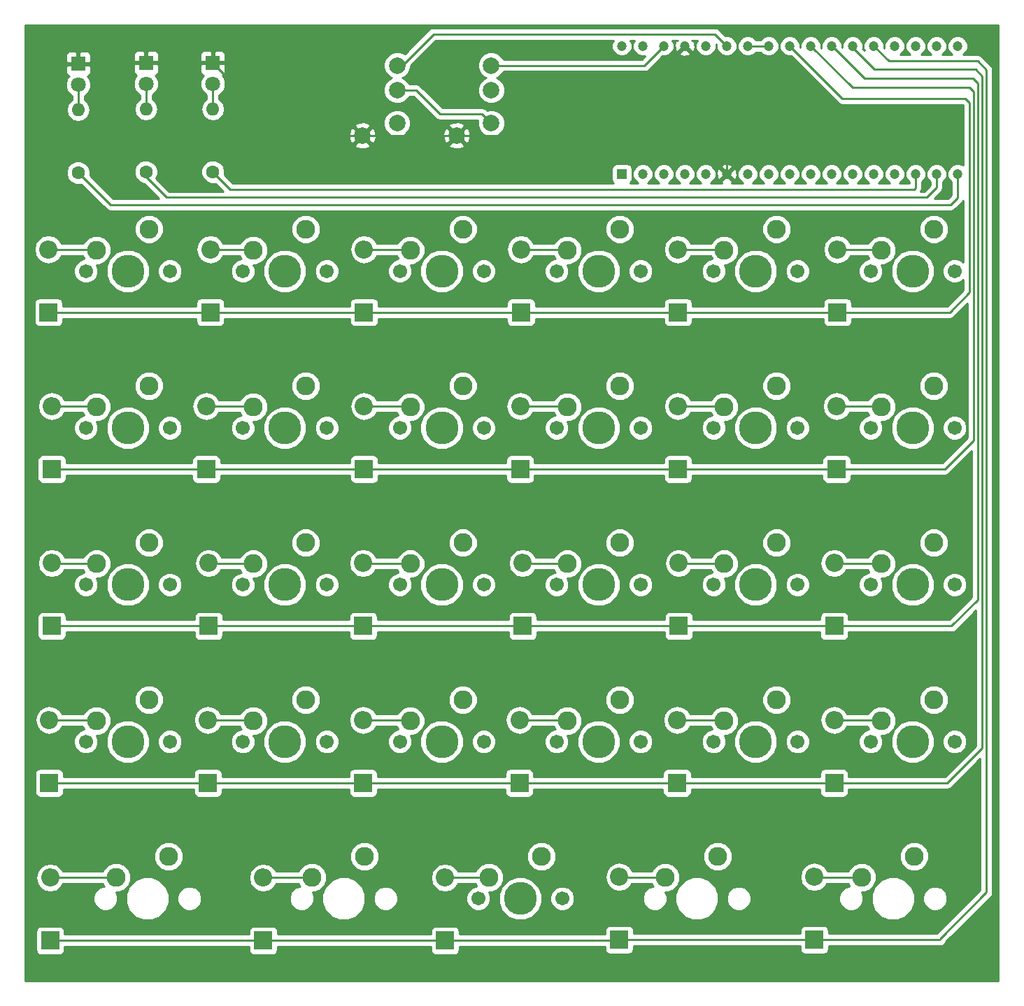
<source format=gtl>
G04 #@! TF.FileFunction,Copper,L1,Top,Signal*
%FSLAX46Y46*%
G04 Gerber Fmt 4.6, Leading zero omitted, Abs format (unit mm)*
G04 Created by KiCad (PCBNEW 4.0.1-stable) date 2018/06/12 22:38:53*
%MOMM*%
G01*
G04 APERTURE LIST*
%ADD10C,0.100000*%
%ADD11R,2.200000X2.200000*%
%ADD12O,2.200000X2.200000*%
%ADD13C,2.286000*%
%ADD14C,3.987800*%
%ADD15C,1.701800*%
%ADD16C,1.200000*%
%ADD17R,1.200000X1.200000*%
%ADD18C,2.000000*%
%ADD19R,1.800000X1.800000*%
%ADD20C,1.800000*%
%ADD21C,1.600000*%
%ADD22O,1.600000X1.600000*%
%ADD23C,0.250000*%
%ADD24C,0.254000*%
G04 APERTURE END LIST*
D10*
D11*
X40800000Y-74000000D03*
D12*
X40800000Y-66380000D03*
D11*
X59500000Y-74000000D03*
D12*
X59500000Y-66380000D03*
D11*
X78600000Y-74000000D03*
D12*
X78600000Y-66380000D03*
D11*
X97500000Y-74000000D03*
D12*
X97500000Y-66380000D03*
D11*
X116600000Y-74000000D03*
D12*
X116600000Y-66380000D03*
D11*
X135800000Y-74000000D03*
D12*
X135800000Y-66380000D03*
D11*
X40800000Y-93000000D03*
D12*
X40800000Y-85380000D03*
D11*
X59800000Y-93000000D03*
D12*
X59800000Y-85380000D03*
D11*
X78500000Y-93000000D03*
D12*
X78500000Y-85380000D03*
D11*
X97800000Y-93000000D03*
D12*
X97800000Y-85380000D03*
D11*
X116700000Y-93000000D03*
D12*
X116700000Y-85380000D03*
D11*
X135500000Y-93000000D03*
D12*
X135500000Y-85380000D03*
D11*
X40500000Y-112000000D03*
D12*
X40500000Y-104380000D03*
D11*
X59700000Y-112000000D03*
D12*
X59700000Y-104380000D03*
D11*
X78500000Y-112000000D03*
D12*
X78500000Y-104380000D03*
D11*
X97400000Y-112000000D03*
D12*
X97400000Y-104380000D03*
D11*
X116500000Y-112000000D03*
D12*
X116500000Y-104380000D03*
D11*
X135500000Y-112000000D03*
D12*
X135500000Y-104380000D03*
D11*
X40600000Y-131100000D03*
D12*
X40600000Y-123480000D03*
D11*
X66400000Y-131100000D03*
D12*
X66400000Y-123480000D03*
D11*
X88400000Y-131100000D03*
D12*
X88400000Y-123480000D03*
D13*
X52540000Y-63920000D03*
X46190000Y-66460000D03*
D14*
X50000000Y-69000000D03*
D15*
X44920000Y-69000000D03*
X55080000Y-69000000D03*
D13*
X71540000Y-63920000D03*
X65190000Y-66460000D03*
D14*
X69000000Y-69000000D03*
D15*
X63920000Y-69000000D03*
X74080000Y-69000000D03*
D13*
X90540000Y-63920000D03*
X84190000Y-66460000D03*
D14*
X88000000Y-69000000D03*
D15*
X82920000Y-69000000D03*
X93080000Y-69000000D03*
D13*
X109540000Y-63920000D03*
X103190000Y-66460000D03*
D14*
X107000000Y-69000000D03*
D15*
X101920000Y-69000000D03*
X112080000Y-69000000D03*
D13*
X128540000Y-63920000D03*
X122190000Y-66460000D03*
D14*
X126000000Y-69000000D03*
D15*
X120920000Y-69000000D03*
X131080000Y-69000000D03*
D13*
X147540000Y-63920000D03*
X141190000Y-66460000D03*
D14*
X145000000Y-69000000D03*
D15*
X139920000Y-69000000D03*
X150080000Y-69000000D03*
D13*
X52540000Y-82920000D03*
X46190000Y-85460000D03*
D14*
X50000000Y-88000000D03*
D15*
X44920000Y-88000000D03*
X55080000Y-88000000D03*
D13*
X71540000Y-82920000D03*
X65190000Y-85460000D03*
D14*
X69000000Y-88000000D03*
D15*
X63920000Y-88000000D03*
X74080000Y-88000000D03*
D13*
X90540000Y-82920000D03*
X84190000Y-85460000D03*
D14*
X88000000Y-88000000D03*
D15*
X82920000Y-88000000D03*
X93080000Y-88000000D03*
D13*
X109540000Y-82920000D03*
X103190000Y-85460000D03*
D14*
X107000000Y-88000000D03*
D15*
X101920000Y-88000000D03*
X112080000Y-88000000D03*
D13*
X128540000Y-82920000D03*
X122190000Y-85460000D03*
D14*
X126000000Y-88000000D03*
D15*
X120920000Y-88000000D03*
X131080000Y-88000000D03*
D13*
X147540000Y-82920000D03*
X141190000Y-85460000D03*
D14*
X145000000Y-88000000D03*
D15*
X139920000Y-88000000D03*
X150080000Y-88000000D03*
D13*
X52540000Y-101920000D03*
X46190000Y-104460000D03*
D14*
X50000000Y-107000000D03*
D15*
X44920000Y-107000000D03*
X55080000Y-107000000D03*
D13*
X71540000Y-101920000D03*
X65190000Y-104460000D03*
D14*
X69000000Y-107000000D03*
D15*
X63920000Y-107000000D03*
X74080000Y-107000000D03*
D13*
X90540000Y-101920000D03*
X84190000Y-104460000D03*
D14*
X88000000Y-107000000D03*
D15*
X82920000Y-107000000D03*
X93080000Y-107000000D03*
D13*
X109540000Y-101920000D03*
X103190000Y-104460000D03*
D14*
X107000000Y-107000000D03*
D15*
X101920000Y-107000000D03*
X112080000Y-107000000D03*
D13*
X128540000Y-101920000D03*
X122190000Y-104460000D03*
D14*
X126000000Y-107000000D03*
D15*
X120920000Y-107000000D03*
X131080000Y-107000000D03*
D13*
X147540000Y-101920000D03*
X141190000Y-104460000D03*
D14*
X145000000Y-107000000D03*
D15*
X139920000Y-107000000D03*
X150080000Y-107000000D03*
D13*
X54915000Y-120920000D03*
X48565000Y-123460000D03*
X78665000Y-120920000D03*
X72315000Y-123460000D03*
D16*
X109800000Y-22754000D03*
X112340000Y-22754000D03*
X114880000Y-22754000D03*
X117420000Y-22754000D03*
X119960000Y-22754000D03*
X122500000Y-22754000D03*
X125040000Y-22754000D03*
X127580000Y-22754000D03*
X130120000Y-22754000D03*
X132660000Y-22754000D03*
X135200000Y-22754000D03*
X137740000Y-22754000D03*
X140280000Y-22754000D03*
X142820000Y-22754000D03*
X145360000Y-22754000D03*
X147900000Y-22754000D03*
X150440000Y-22754000D03*
D17*
X109800000Y-38246000D03*
D16*
X112340000Y-38246000D03*
X114880000Y-38246000D03*
X117420000Y-38246000D03*
X119960000Y-38246000D03*
X122500000Y-38246000D03*
X125040000Y-38246000D03*
X127580000Y-38246000D03*
X130120000Y-38246000D03*
X132660000Y-38246000D03*
X135200000Y-38246000D03*
X137740000Y-38246000D03*
X140280000Y-38246000D03*
X142820000Y-38246000D03*
X145360000Y-38246000D03*
X147900000Y-38246000D03*
X150440000Y-38246000D03*
D11*
X40400000Y-55000000D03*
D12*
X40400000Y-47380000D03*
D11*
X60000000Y-55000000D03*
D12*
X60000000Y-47380000D03*
D11*
X78600000Y-55000000D03*
D12*
X78600000Y-47380000D03*
D11*
X97600000Y-55000000D03*
D12*
X97600000Y-47380000D03*
D11*
X116600000Y-55000000D03*
D12*
X116600000Y-47380000D03*
D11*
X135900000Y-55000000D03*
D12*
X135900000Y-47380000D03*
D11*
X109500000Y-131000000D03*
D12*
X109500000Y-123380000D03*
D11*
X133100000Y-131000000D03*
D12*
X133100000Y-123380000D03*
D18*
X82600000Y-25100000D03*
X82600000Y-28100000D03*
X78400000Y-33600000D03*
X82600000Y-32100000D03*
X94000000Y-25100000D03*
X94000000Y-28100000D03*
X89800000Y-33600000D03*
X94000000Y-32100000D03*
D13*
X52540000Y-44920000D03*
X46190000Y-47460000D03*
D14*
X50000000Y-50000000D03*
D15*
X44920000Y-50000000D03*
X55080000Y-50000000D03*
D13*
X71540000Y-44920000D03*
X65190000Y-47460000D03*
D14*
X69000000Y-50000000D03*
D15*
X63920000Y-50000000D03*
X74080000Y-50000000D03*
D13*
X90540000Y-44920000D03*
X84190000Y-47460000D03*
D14*
X88000000Y-50000000D03*
D15*
X82920000Y-50000000D03*
X93080000Y-50000000D03*
D13*
X109540000Y-44920000D03*
X103190000Y-47460000D03*
D14*
X107000000Y-50000000D03*
D15*
X101920000Y-50000000D03*
X112080000Y-50000000D03*
D13*
X128540000Y-44920000D03*
X122190000Y-47460000D03*
D14*
X126000000Y-50000000D03*
D15*
X120920000Y-50000000D03*
X131080000Y-50000000D03*
D13*
X147540000Y-44920000D03*
X141190000Y-47460000D03*
D14*
X145000000Y-50000000D03*
D15*
X139920000Y-50000000D03*
X150080000Y-50000000D03*
D13*
X100040000Y-120920000D03*
X93690000Y-123460000D03*
D14*
X97500000Y-126000000D03*
D15*
X92420000Y-126000000D03*
X102580000Y-126000000D03*
D13*
X121415000Y-120920000D03*
X115065000Y-123460000D03*
X145165000Y-120920000D03*
X138815000Y-123460000D03*
D19*
X60300000Y-24800000D03*
D20*
X60300000Y-27340000D03*
D19*
X52200000Y-24800000D03*
D20*
X52200000Y-27340000D03*
D19*
X44000000Y-24900000D03*
D20*
X44000000Y-27440000D03*
D21*
X60300000Y-38000000D03*
D22*
X60300000Y-30380000D03*
D21*
X52200000Y-38000000D03*
D22*
X52200000Y-30380000D03*
D21*
X44000000Y-38100000D03*
D22*
X44000000Y-30480000D03*
D23*
X130120000Y-22754000D02*
X130154000Y-22754000D01*
X130154000Y-22754000D02*
X136500000Y-29100000D01*
X136500000Y-29100000D02*
X151400000Y-29100000D01*
X151400000Y-29100000D02*
X151900000Y-29600000D01*
X151900000Y-29600000D02*
X151900000Y-52600000D01*
X151900000Y-52600000D02*
X149500000Y-55000000D01*
X149500000Y-55000000D02*
X135900000Y-55000000D01*
X116600000Y-55000000D02*
X135900000Y-55000000D01*
X97600000Y-55000000D02*
X116600000Y-55000000D01*
X78600000Y-55000000D02*
X97600000Y-55000000D01*
X60000000Y-55000000D02*
X78600000Y-55000000D01*
X40400000Y-55000000D02*
X60000000Y-55000000D01*
X132660000Y-22754000D02*
X132660000Y-22760000D01*
X132660000Y-22760000D02*
X137700000Y-27800000D01*
X137700000Y-27800000D02*
X151900000Y-27800000D01*
X151900000Y-27800000D02*
X152400000Y-28300000D01*
X152400000Y-28300000D02*
X152400000Y-70500000D01*
X152400000Y-70500000D02*
X148900000Y-74000000D01*
X148900000Y-74000000D02*
X135800000Y-74000000D01*
X40800000Y-74000000D02*
X59500000Y-74000000D01*
X78600000Y-74000000D02*
X59500000Y-74000000D01*
X97500000Y-74000000D02*
X78600000Y-74000000D01*
X116600000Y-74000000D02*
X97500000Y-74000000D01*
X135800000Y-74000000D02*
X116600000Y-74000000D01*
X40800000Y-66380000D02*
X46110000Y-66380000D01*
X46110000Y-66380000D02*
X46190000Y-66460000D01*
X59500000Y-66380000D02*
X65110000Y-66380000D01*
X65110000Y-66380000D02*
X65190000Y-66460000D01*
X78600000Y-66380000D02*
X84110000Y-66380000D01*
X84110000Y-66380000D02*
X84190000Y-66460000D01*
X97500000Y-66380000D02*
X103110000Y-66380000D01*
X103110000Y-66380000D02*
X103190000Y-66460000D01*
X116600000Y-66380000D02*
X122110000Y-66380000D01*
X122110000Y-66380000D02*
X122190000Y-66460000D01*
X135800000Y-66380000D02*
X141110000Y-66380000D01*
X141110000Y-66380000D02*
X141190000Y-66460000D01*
X135200000Y-22754000D02*
X135254000Y-22754000D01*
X135254000Y-22754000D02*
X139200000Y-26700000D01*
X139200000Y-26700000D02*
X152300000Y-26700000D01*
X152300000Y-26700000D02*
X152900000Y-27300000D01*
X152900000Y-27300000D02*
X152900000Y-89800000D01*
X152900000Y-89800000D02*
X149700000Y-93000000D01*
X149700000Y-93000000D02*
X135500000Y-93000000D01*
X116700000Y-93000000D02*
X135500000Y-93000000D01*
X97800000Y-93000000D02*
X116700000Y-93000000D01*
X78500000Y-93000000D02*
X97800000Y-93000000D01*
X59800000Y-93000000D02*
X78500000Y-93000000D01*
X40800000Y-93000000D02*
X59800000Y-93000000D01*
X46190000Y-85460000D02*
X40880000Y-85460000D01*
X40880000Y-85460000D02*
X40800000Y-85380000D01*
X65190000Y-85460000D02*
X59880000Y-85460000D01*
X59880000Y-85460000D02*
X59800000Y-85380000D01*
X84190000Y-85460000D02*
X78580000Y-85460000D01*
X78580000Y-85460000D02*
X78500000Y-85380000D01*
X103190000Y-85460000D02*
X97880000Y-85460000D01*
X97880000Y-85460000D02*
X97800000Y-85380000D01*
X122190000Y-85460000D02*
X116780000Y-85460000D01*
X116780000Y-85460000D02*
X116700000Y-85380000D01*
X141190000Y-85460000D02*
X135580000Y-85460000D01*
X135580000Y-85460000D02*
X135500000Y-85380000D01*
X148900000Y-112000000D02*
X149200000Y-112000000D01*
X149200000Y-112000000D02*
X153400000Y-107800000D01*
X153400000Y-26400000D02*
X153400000Y-107800000D01*
X140400000Y-25600000D02*
X152600000Y-25600000D01*
X152600000Y-25600000D02*
X153400000Y-26400000D01*
X137740000Y-22940000D02*
X140400000Y-25600000D01*
X137740000Y-22754000D02*
X137740000Y-22940000D01*
X148900000Y-112000000D02*
X135500000Y-112000000D01*
X59700000Y-112000000D02*
X40500000Y-112000000D01*
X78500000Y-112000000D02*
X59700000Y-112000000D01*
X97400000Y-112000000D02*
X78500000Y-112000000D01*
X116500000Y-112000000D02*
X97400000Y-112000000D01*
X135500000Y-112000000D02*
X116500000Y-112000000D01*
X40500000Y-104380000D02*
X46110000Y-104380000D01*
X46110000Y-104380000D02*
X46190000Y-104460000D01*
X59700000Y-104380000D02*
X65110000Y-104380000D01*
X65110000Y-104380000D02*
X65190000Y-104460000D01*
X78500000Y-104380000D02*
X84110000Y-104380000D01*
X84110000Y-104380000D02*
X84190000Y-104460000D01*
X97400000Y-104380000D02*
X103110000Y-104380000D01*
X103110000Y-104380000D02*
X103190000Y-104460000D01*
X116500000Y-104380000D02*
X122110000Y-104380000D01*
X122110000Y-104380000D02*
X122190000Y-104460000D01*
X135500000Y-104380000D02*
X141110000Y-104380000D01*
X141110000Y-104380000D02*
X141190000Y-104460000D01*
X148300000Y-131000000D02*
X148300000Y-130900000D01*
X140280000Y-22754000D02*
X142113000Y-24587000D01*
X148300000Y-131000000D02*
X133100000Y-131000000D01*
X152887000Y-24587000D02*
X153950000Y-25650000D01*
X142113000Y-24587000D02*
X152887000Y-24587000D01*
X153950000Y-25650000D02*
X153950000Y-125250000D01*
X148300000Y-130900000D02*
X153950000Y-125250000D01*
X109500000Y-131000000D02*
X133100000Y-131000000D01*
X88400000Y-131100000D02*
X109400000Y-131100000D01*
X109400000Y-131100000D02*
X109500000Y-131000000D01*
X66400000Y-131100000D02*
X88400000Y-131100000D01*
X40600000Y-131100000D02*
X66400000Y-131100000D01*
X48565000Y-123460000D02*
X40620000Y-123460000D01*
X40620000Y-123460000D02*
X40600000Y-123480000D01*
X72315000Y-123460000D02*
X66420000Y-123460000D01*
X66420000Y-123460000D02*
X66400000Y-123480000D01*
X93690000Y-123460000D02*
X88420000Y-123460000D01*
X88420000Y-123460000D02*
X88400000Y-123480000D01*
X82600000Y-25100000D02*
X83200000Y-25100000D01*
X83200000Y-25100000D02*
X87000000Y-21300000D01*
X87000000Y-21300000D02*
X121046000Y-21300000D01*
X121046000Y-21300000D02*
X122500000Y-22754000D01*
X52200000Y-24800000D02*
X60300000Y-24800000D01*
X60300000Y-24800000D02*
X69100000Y-33600000D01*
X69100000Y-33600000D02*
X78400000Y-33600000D01*
X44000000Y-24900000D02*
X52100000Y-24900000D01*
X52100000Y-24900000D02*
X52200000Y-24800000D01*
X122500000Y-38246000D02*
X122500000Y-27834000D01*
X122500000Y-27834000D02*
X117420000Y-22754000D01*
X73700000Y-33600000D02*
X78400000Y-33600000D01*
X122500000Y-38246000D02*
X122446000Y-38246000D01*
X122446000Y-38246000D02*
X117800000Y-33600000D01*
X117800000Y-33600000D02*
X117500000Y-33600000D01*
X115100000Y-33600000D02*
X117400000Y-33600000D01*
X117500000Y-33600000D02*
X117400000Y-33600000D01*
X89800000Y-33600000D02*
X115100000Y-33600000D01*
X78400000Y-33600000D02*
X89800000Y-33600000D01*
X125040000Y-22754000D02*
X127580000Y-22754000D01*
X40400000Y-47380000D02*
X46110000Y-47380000D01*
X46110000Y-47380000D02*
X46190000Y-47460000D01*
X60000000Y-47380000D02*
X65110000Y-47380000D01*
X65110000Y-47380000D02*
X65190000Y-47460000D01*
X78600000Y-47380000D02*
X84110000Y-47380000D01*
X84110000Y-47380000D02*
X84190000Y-47460000D01*
X97600000Y-47380000D02*
X103110000Y-47380000D01*
X103110000Y-47380000D02*
X103190000Y-47460000D01*
X116600000Y-47380000D02*
X122110000Y-47380000D01*
X122110000Y-47380000D02*
X122190000Y-47460000D01*
X135900000Y-47380000D02*
X141110000Y-47380000D01*
X141110000Y-47380000D02*
X141190000Y-47460000D01*
X115065000Y-123460000D02*
X109580000Y-123460000D01*
X109580000Y-123460000D02*
X109500000Y-123380000D01*
X138815000Y-123460000D02*
X133180000Y-123460000D01*
X133180000Y-123460000D02*
X133100000Y-123380000D01*
X82600000Y-28100000D02*
X84900000Y-28100000D01*
X92900000Y-31000000D02*
X94000000Y-32100000D01*
X87800000Y-31000000D02*
X92900000Y-31000000D01*
X84900000Y-28100000D02*
X87800000Y-31000000D01*
X94000000Y-25100000D02*
X112534000Y-25100000D01*
X112534000Y-25100000D02*
X114880000Y-22754000D01*
X145360000Y-38246000D02*
X145360000Y-39940000D01*
X62400000Y-40100000D02*
X60300000Y-38000000D01*
X145200000Y-40100000D02*
X62400000Y-40100000D01*
X145360000Y-39940000D02*
X145200000Y-40100000D01*
X60300000Y-38000000D02*
X60300000Y-38100000D01*
X147900000Y-38246000D02*
X147900000Y-39900000D01*
X54700000Y-41100000D02*
X52200000Y-38600000D01*
X146700000Y-41100000D02*
X54700000Y-41100000D01*
X147900000Y-39900000D02*
X146700000Y-41100000D01*
X52200000Y-38600000D02*
X52200000Y-38000000D01*
X49200000Y-42000000D02*
X47900000Y-42000000D01*
X150440000Y-41160000D02*
X149600000Y-42000000D01*
X149600000Y-42000000D02*
X49200000Y-42000000D01*
X150440000Y-38246000D02*
X150440000Y-41160000D01*
X47900000Y-42000000D02*
X44000000Y-38100000D01*
X60300000Y-27340000D02*
X60300000Y-30380000D01*
X52200000Y-27340000D02*
X52200000Y-30380000D01*
X44000000Y-27440000D02*
X44000000Y-30480000D01*
D24*
G36*
X155390000Y-135990000D02*
X37610000Y-135990000D01*
X37610000Y-123446009D01*
X38865000Y-123446009D01*
X38865000Y-123513991D01*
X38997069Y-124177947D01*
X39373170Y-124740821D01*
X39936044Y-125116922D01*
X40600000Y-125248991D01*
X41263956Y-125116922D01*
X41826830Y-124740821D01*
X42174832Y-124220000D01*
X46955227Y-124220000D01*
X47056806Y-124465840D01*
X47104815Y-124513933D01*
X47000733Y-124513842D01*
X46454405Y-124739580D01*
X46036049Y-125157206D01*
X45809358Y-125703139D01*
X45808842Y-126294267D01*
X46034580Y-126840595D01*
X46452206Y-127258951D01*
X46998139Y-127485642D01*
X47589267Y-127486158D01*
X48135595Y-127260420D01*
X48553951Y-126842794D01*
X48687726Y-126520626D01*
X49745645Y-126520626D01*
X50145028Y-127487207D01*
X50883904Y-128227373D01*
X51849785Y-128628442D01*
X52895626Y-128629355D01*
X53862207Y-128229972D01*
X54602373Y-127491096D01*
X55003442Y-126525215D01*
X55003643Y-126294267D01*
X55968842Y-126294267D01*
X56194580Y-126840595D01*
X56612206Y-127258951D01*
X57158139Y-127485642D01*
X57749267Y-127486158D01*
X58295595Y-127260420D01*
X58713951Y-126842794D01*
X58940642Y-126296861D01*
X58941158Y-125705733D01*
X58715420Y-125159405D01*
X58297794Y-124741049D01*
X57751861Y-124514358D01*
X57160733Y-124513842D01*
X56614405Y-124739580D01*
X56196049Y-125157206D01*
X55969358Y-125703139D01*
X55968842Y-126294267D01*
X55003643Y-126294267D01*
X55004355Y-125479374D01*
X54604972Y-124512793D01*
X53866096Y-123772627D01*
X53079513Y-123446009D01*
X64665000Y-123446009D01*
X64665000Y-123513991D01*
X64797069Y-124177947D01*
X65173170Y-124740821D01*
X65736044Y-125116922D01*
X66400000Y-125248991D01*
X67063956Y-125116922D01*
X67626830Y-124740821D01*
X67974832Y-124220000D01*
X70705227Y-124220000D01*
X70806806Y-124465840D01*
X70854815Y-124513933D01*
X70750733Y-124513842D01*
X70204405Y-124739580D01*
X69786049Y-125157206D01*
X69559358Y-125703139D01*
X69558842Y-126294267D01*
X69784580Y-126840595D01*
X70202206Y-127258951D01*
X70748139Y-127485642D01*
X71339267Y-127486158D01*
X71885595Y-127260420D01*
X72303951Y-126842794D01*
X72437726Y-126520626D01*
X73495645Y-126520626D01*
X73895028Y-127487207D01*
X74633904Y-128227373D01*
X75599785Y-128628442D01*
X76645626Y-128629355D01*
X77612207Y-128229972D01*
X78352373Y-127491096D01*
X78753442Y-126525215D01*
X78753643Y-126294267D01*
X79718842Y-126294267D01*
X79944580Y-126840595D01*
X80362206Y-127258951D01*
X80908139Y-127485642D01*
X81499267Y-127486158D01*
X82045595Y-127260420D01*
X82463951Y-126842794D01*
X82690642Y-126296861D01*
X82691158Y-125705733D01*
X82465420Y-125159405D01*
X82047794Y-124741049D01*
X81501861Y-124514358D01*
X80910733Y-124513842D01*
X80364405Y-124739580D01*
X79946049Y-125157206D01*
X79719358Y-125703139D01*
X79718842Y-126294267D01*
X78753643Y-126294267D01*
X78754355Y-125479374D01*
X78354972Y-124512793D01*
X77616096Y-123772627D01*
X76829513Y-123446009D01*
X86665000Y-123446009D01*
X86665000Y-123513991D01*
X86797069Y-124177947D01*
X87173170Y-124740821D01*
X87736044Y-125116922D01*
X88400000Y-125248991D01*
X89063956Y-125116922D01*
X89626830Y-124740821D01*
X89974832Y-124220000D01*
X92080227Y-124220000D01*
X92181806Y-124465840D01*
X92229815Y-124513933D01*
X92125733Y-124513842D01*
X91579405Y-124739580D01*
X91161049Y-125157206D01*
X90934358Y-125703139D01*
X90933842Y-126294267D01*
X91159580Y-126840595D01*
X91577206Y-127258951D01*
X92123139Y-127485642D01*
X92714267Y-127486158D01*
X93260595Y-127260420D01*
X93678951Y-126842794D01*
X93812726Y-126520626D01*
X94870645Y-126520626D01*
X95270028Y-127487207D01*
X96008904Y-128227373D01*
X96974785Y-128628442D01*
X98020626Y-128629355D01*
X98987207Y-128229972D01*
X99727373Y-127491096D01*
X100128442Y-126525215D01*
X100128643Y-126294267D01*
X101093842Y-126294267D01*
X101319580Y-126840595D01*
X101737206Y-127258951D01*
X102283139Y-127485642D01*
X102874267Y-127486158D01*
X103420595Y-127260420D01*
X103838951Y-126842794D01*
X104065642Y-126296861D01*
X104066158Y-125705733D01*
X103840420Y-125159405D01*
X103422794Y-124741049D01*
X102876861Y-124514358D01*
X102285733Y-124513842D01*
X101739405Y-124739580D01*
X101321049Y-125157206D01*
X101094358Y-125703139D01*
X101093842Y-126294267D01*
X100128643Y-126294267D01*
X100129355Y-125479374D01*
X99729972Y-124512793D01*
X98991096Y-123772627D01*
X98025215Y-123371558D01*
X96979374Y-123370645D01*
X96012793Y-123770028D01*
X95272627Y-124508904D01*
X94871558Y-125474785D01*
X94870645Y-126520626D01*
X93812726Y-126520626D01*
X93905642Y-126296861D01*
X93906158Y-125705733D01*
X93712903Y-125238021D01*
X94042114Y-125238308D01*
X94695840Y-124968194D01*
X95196436Y-124468471D01*
X95467691Y-123815218D01*
X95468100Y-123346009D01*
X107765000Y-123346009D01*
X107765000Y-123413991D01*
X107897069Y-124077947D01*
X108273170Y-124640821D01*
X108836044Y-125016922D01*
X109500000Y-125148991D01*
X110163956Y-125016922D01*
X110726830Y-124640821D01*
X111008014Y-124220000D01*
X113455227Y-124220000D01*
X113556806Y-124465840D01*
X113604815Y-124513933D01*
X113500733Y-124513842D01*
X112954405Y-124739580D01*
X112536049Y-125157206D01*
X112309358Y-125703139D01*
X112308842Y-126294267D01*
X112534580Y-126840595D01*
X112952206Y-127258951D01*
X113498139Y-127485642D01*
X114089267Y-127486158D01*
X114635595Y-127260420D01*
X115053951Y-126842794D01*
X115187726Y-126520626D01*
X116245645Y-126520626D01*
X116645028Y-127487207D01*
X117383904Y-128227373D01*
X118349785Y-128628442D01*
X119395626Y-128629355D01*
X120362207Y-128229972D01*
X121102373Y-127491096D01*
X121503442Y-126525215D01*
X121503643Y-126294267D01*
X122468842Y-126294267D01*
X122694580Y-126840595D01*
X123112206Y-127258951D01*
X123658139Y-127485642D01*
X124249267Y-127486158D01*
X124795595Y-127260420D01*
X125213951Y-126842794D01*
X125440642Y-126296861D01*
X125441158Y-125705733D01*
X125215420Y-125159405D01*
X124797794Y-124741049D01*
X124251861Y-124514358D01*
X123660733Y-124513842D01*
X123114405Y-124739580D01*
X122696049Y-125157206D01*
X122469358Y-125703139D01*
X122468842Y-126294267D01*
X121503643Y-126294267D01*
X121504355Y-125479374D01*
X121104972Y-124512793D01*
X120366096Y-123772627D01*
X119400215Y-123371558D01*
X118354374Y-123370645D01*
X117387793Y-123770028D01*
X116647627Y-124508904D01*
X116246558Y-125474785D01*
X116245645Y-126520626D01*
X115187726Y-126520626D01*
X115280642Y-126296861D01*
X115281158Y-125705733D01*
X115087903Y-125238021D01*
X115417114Y-125238308D01*
X116070840Y-124968194D01*
X116571436Y-124468471D01*
X116842691Y-123815218D01*
X116843100Y-123346009D01*
X131365000Y-123346009D01*
X131365000Y-123413991D01*
X131497069Y-124077947D01*
X131873170Y-124640821D01*
X132436044Y-125016922D01*
X133100000Y-125148991D01*
X133763956Y-125016922D01*
X134326830Y-124640821D01*
X134608014Y-124220000D01*
X137205227Y-124220000D01*
X137306806Y-124465840D01*
X137354815Y-124513933D01*
X137250733Y-124513842D01*
X136704405Y-124739580D01*
X136286049Y-125157206D01*
X136059358Y-125703139D01*
X136058842Y-126294267D01*
X136284580Y-126840595D01*
X136702206Y-127258951D01*
X137248139Y-127485642D01*
X137839267Y-127486158D01*
X138385595Y-127260420D01*
X138803951Y-126842794D01*
X138937726Y-126520626D01*
X139995645Y-126520626D01*
X140395028Y-127487207D01*
X141133904Y-128227373D01*
X142099785Y-128628442D01*
X143145626Y-128629355D01*
X144112207Y-128229972D01*
X144852373Y-127491096D01*
X145253442Y-126525215D01*
X145253643Y-126294267D01*
X146218842Y-126294267D01*
X146444580Y-126840595D01*
X146862206Y-127258951D01*
X147408139Y-127485642D01*
X147999267Y-127486158D01*
X148545595Y-127260420D01*
X148963951Y-126842794D01*
X149190642Y-126296861D01*
X149191158Y-125705733D01*
X148965420Y-125159405D01*
X148547794Y-124741049D01*
X148001861Y-124514358D01*
X147410733Y-124513842D01*
X146864405Y-124739580D01*
X146446049Y-125157206D01*
X146219358Y-125703139D01*
X146218842Y-126294267D01*
X145253643Y-126294267D01*
X145254355Y-125479374D01*
X144854972Y-124512793D01*
X144116096Y-123772627D01*
X143150215Y-123371558D01*
X142104374Y-123370645D01*
X141137793Y-123770028D01*
X140397627Y-124508904D01*
X139996558Y-125474785D01*
X139995645Y-126520626D01*
X138937726Y-126520626D01*
X139030642Y-126296861D01*
X139031158Y-125705733D01*
X138837903Y-125238021D01*
X139167114Y-125238308D01*
X139820840Y-124968194D01*
X140321436Y-124468471D01*
X140592691Y-123815218D01*
X140593308Y-123107886D01*
X140323194Y-122454160D01*
X139823471Y-121953564D01*
X139170218Y-121682309D01*
X138462886Y-121681692D01*
X137809160Y-121951806D01*
X137308564Y-122451529D01*
X137205390Y-122700000D01*
X134706501Y-122700000D01*
X134702931Y-122682053D01*
X134326830Y-122119179D01*
X133763956Y-121743078D01*
X133100000Y-121611009D01*
X132436044Y-121743078D01*
X131873170Y-122119179D01*
X131497069Y-122682053D01*
X131365000Y-123346009D01*
X116843100Y-123346009D01*
X116843308Y-123107886D01*
X116573194Y-122454160D01*
X116073471Y-121953564D01*
X115420218Y-121682309D01*
X114712886Y-121681692D01*
X114059160Y-121951806D01*
X113558564Y-122451529D01*
X113455390Y-122700000D01*
X111106501Y-122700000D01*
X111102931Y-122682053D01*
X110726830Y-122119179D01*
X110163956Y-121743078D01*
X109500000Y-121611009D01*
X108836044Y-121743078D01*
X108273170Y-122119179D01*
X107897069Y-122682053D01*
X107765000Y-123346009D01*
X95468100Y-123346009D01*
X95468308Y-123107886D01*
X95198194Y-122454160D01*
X94698471Y-121953564D01*
X94045218Y-121682309D01*
X93337886Y-121681692D01*
X92684160Y-121951806D01*
X92183564Y-122451529D01*
X92080390Y-122700000D01*
X89948105Y-122700000D01*
X89626830Y-122219179D01*
X89063956Y-121843078D01*
X88400000Y-121711009D01*
X87736044Y-121843078D01*
X87173170Y-122219179D01*
X86797069Y-122782053D01*
X86665000Y-123446009D01*
X76829513Y-123446009D01*
X76650215Y-123371558D01*
X75604374Y-123370645D01*
X74637793Y-123770028D01*
X73897627Y-124508904D01*
X73496558Y-125474785D01*
X73495645Y-126520626D01*
X72437726Y-126520626D01*
X72530642Y-126296861D01*
X72531158Y-125705733D01*
X72337903Y-125238021D01*
X72667114Y-125238308D01*
X73320840Y-124968194D01*
X73821436Y-124468471D01*
X74092691Y-123815218D01*
X74093308Y-123107886D01*
X73823194Y-122454160D01*
X73323471Y-121953564D01*
X72670218Y-121682309D01*
X71962886Y-121681692D01*
X71309160Y-121951806D01*
X70808564Y-122451529D01*
X70705390Y-122700000D01*
X67948105Y-122700000D01*
X67626830Y-122219179D01*
X67063956Y-121843078D01*
X66400000Y-121711009D01*
X65736044Y-121843078D01*
X65173170Y-122219179D01*
X64797069Y-122782053D01*
X64665000Y-123446009D01*
X53079513Y-123446009D01*
X52900215Y-123371558D01*
X51854374Y-123370645D01*
X50887793Y-123770028D01*
X50147627Y-124508904D01*
X49746558Y-125474785D01*
X49745645Y-126520626D01*
X48687726Y-126520626D01*
X48780642Y-126296861D01*
X48781158Y-125705733D01*
X48587903Y-125238021D01*
X48917114Y-125238308D01*
X49570840Y-124968194D01*
X50071436Y-124468471D01*
X50342691Y-123815218D01*
X50343308Y-123107886D01*
X50073194Y-122454160D01*
X49573471Y-121953564D01*
X48920218Y-121682309D01*
X48212886Y-121681692D01*
X47559160Y-121951806D01*
X47058564Y-122451529D01*
X46955390Y-122700000D01*
X42148105Y-122700000D01*
X41826830Y-122219179D01*
X41263956Y-121843078D01*
X40600000Y-121711009D01*
X39936044Y-121843078D01*
X39373170Y-122219179D01*
X38997069Y-122782053D01*
X38865000Y-123446009D01*
X37610000Y-123446009D01*
X37610000Y-121272114D01*
X53136692Y-121272114D01*
X53406806Y-121925840D01*
X53906529Y-122426436D01*
X54559782Y-122697691D01*
X55267114Y-122698308D01*
X55920840Y-122428194D01*
X56421436Y-121928471D01*
X56692691Y-121275218D01*
X56692693Y-121272114D01*
X76886692Y-121272114D01*
X77156806Y-121925840D01*
X77656529Y-122426436D01*
X78309782Y-122697691D01*
X79017114Y-122698308D01*
X79670840Y-122428194D01*
X80171436Y-121928471D01*
X80442691Y-121275218D01*
X80442693Y-121272114D01*
X98261692Y-121272114D01*
X98531806Y-121925840D01*
X99031529Y-122426436D01*
X99684782Y-122697691D01*
X100392114Y-122698308D01*
X101045840Y-122428194D01*
X101546436Y-121928471D01*
X101817691Y-121275218D01*
X101817693Y-121272114D01*
X119636692Y-121272114D01*
X119906806Y-121925840D01*
X120406529Y-122426436D01*
X121059782Y-122697691D01*
X121767114Y-122698308D01*
X122420840Y-122428194D01*
X122921436Y-121928471D01*
X123192691Y-121275218D01*
X123192693Y-121272114D01*
X143386692Y-121272114D01*
X143656806Y-121925840D01*
X144156529Y-122426436D01*
X144809782Y-122697691D01*
X145517114Y-122698308D01*
X146170840Y-122428194D01*
X146671436Y-121928471D01*
X146942691Y-121275218D01*
X146943308Y-120567886D01*
X146673194Y-119914160D01*
X146173471Y-119413564D01*
X145520218Y-119142309D01*
X144812886Y-119141692D01*
X144159160Y-119411806D01*
X143658564Y-119911529D01*
X143387309Y-120564782D01*
X143386692Y-121272114D01*
X123192693Y-121272114D01*
X123193308Y-120567886D01*
X122923194Y-119914160D01*
X122423471Y-119413564D01*
X121770218Y-119142309D01*
X121062886Y-119141692D01*
X120409160Y-119411806D01*
X119908564Y-119911529D01*
X119637309Y-120564782D01*
X119636692Y-121272114D01*
X101817693Y-121272114D01*
X101818308Y-120567886D01*
X101548194Y-119914160D01*
X101048471Y-119413564D01*
X100395218Y-119142309D01*
X99687886Y-119141692D01*
X99034160Y-119411806D01*
X98533564Y-119911529D01*
X98262309Y-120564782D01*
X98261692Y-121272114D01*
X80442693Y-121272114D01*
X80443308Y-120567886D01*
X80173194Y-119914160D01*
X79673471Y-119413564D01*
X79020218Y-119142309D01*
X78312886Y-119141692D01*
X77659160Y-119411806D01*
X77158564Y-119911529D01*
X76887309Y-120564782D01*
X76886692Y-121272114D01*
X56692693Y-121272114D01*
X56693308Y-120567886D01*
X56423194Y-119914160D01*
X55923471Y-119413564D01*
X55270218Y-119142309D01*
X54562886Y-119141692D01*
X53909160Y-119411806D01*
X53408564Y-119911529D01*
X53137309Y-120564782D01*
X53136692Y-121272114D01*
X37610000Y-121272114D01*
X37610000Y-104346009D01*
X38765000Y-104346009D01*
X38765000Y-104413991D01*
X38897069Y-105077947D01*
X39273170Y-105640821D01*
X39836044Y-106016922D01*
X40500000Y-106148991D01*
X41163956Y-106016922D01*
X41726830Y-105640821D01*
X42061468Y-105140000D01*
X44547172Y-105140000D01*
X44681806Y-105465840D01*
X44729815Y-105513933D01*
X44625733Y-105513842D01*
X44079405Y-105739580D01*
X43661049Y-106157206D01*
X43434358Y-106703139D01*
X43433842Y-107294267D01*
X43659580Y-107840595D01*
X44077206Y-108258951D01*
X44623139Y-108485642D01*
X45214267Y-108486158D01*
X45760595Y-108260420D01*
X46178951Y-107842794D01*
X46312726Y-107520626D01*
X47370645Y-107520626D01*
X47770028Y-108487207D01*
X48508904Y-109227373D01*
X49474785Y-109628442D01*
X50520626Y-109629355D01*
X51487207Y-109229972D01*
X52227373Y-108491096D01*
X52628442Y-107525215D01*
X52628643Y-107294267D01*
X53593842Y-107294267D01*
X53819580Y-107840595D01*
X54237206Y-108258951D01*
X54783139Y-108485642D01*
X55374267Y-108486158D01*
X55920595Y-108260420D01*
X56338951Y-107842794D01*
X56565642Y-107296861D01*
X56566158Y-106705733D01*
X56340420Y-106159405D01*
X55922794Y-105741049D01*
X55376861Y-105514358D01*
X54785733Y-105513842D01*
X54239405Y-105739580D01*
X53821049Y-106157206D01*
X53594358Y-106703139D01*
X53593842Y-107294267D01*
X52628643Y-107294267D01*
X52629355Y-106479374D01*
X52229972Y-105512793D01*
X51491096Y-104772627D01*
X50525215Y-104371558D01*
X49479374Y-104370645D01*
X48512793Y-104770028D01*
X47772627Y-105508904D01*
X47371558Y-106474785D01*
X47370645Y-107520626D01*
X46312726Y-107520626D01*
X46405642Y-107296861D01*
X46406158Y-106705733D01*
X46212903Y-106238021D01*
X46542114Y-106238308D01*
X47195840Y-105968194D01*
X47696436Y-105468471D01*
X47967691Y-104815218D01*
X47968100Y-104346009D01*
X57965000Y-104346009D01*
X57965000Y-104413991D01*
X58097069Y-105077947D01*
X58473170Y-105640821D01*
X59036044Y-106016922D01*
X59700000Y-106148991D01*
X60363956Y-106016922D01*
X60926830Y-105640821D01*
X61261468Y-105140000D01*
X63547172Y-105140000D01*
X63681806Y-105465840D01*
X63729815Y-105513933D01*
X63625733Y-105513842D01*
X63079405Y-105739580D01*
X62661049Y-106157206D01*
X62434358Y-106703139D01*
X62433842Y-107294267D01*
X62659580Y-107840595D01*
X63077206Y-108258951D01*
X63623139Y-108485642D01*
X64214267Y-108486158D01*
X64760595Y-108260420D01*
X65178951Y-107842794D01*
X65312726Y-107520626D01*
X66370645Y-107520626D01*
X66770028Y-108487207D01*
X67508904Y-109227373D01*
X68474785Y-109628442D01*
X69520626Y-109629355D01*
X70487207Y-109229972D01*
X71227373Y-108491096D01*
X71628442Y-107525215D01*
X71628643Y-107294267D01*
X72593842Y-107294267D01*
X72819580Y-107840595D01*
X73237206Y-108258951D01*
X73783139Y-108485642D01*
X74374267Y-108486158D01*
X74920595Y-108260420D01*
X75338951Y-107842794D01*
X75565642Y-107296861D01*
X75566158Y-106705733D01*
X75340420Y-106159405D01*
X74922794Y-105741049D01*
X74376861Y-105514358D01*
X73785733Y-105513842D01*
X73239405Y-105739580D01*
X72821049Y-106157206D01*
X72594358Y-106703139D01*
X72593842Y-107294267D01*
X71628643Y-107294267D01*
X71629355Y-106479374D01*
X71229972Y-105512793D01*
X70491096Y-104772627D01*
X69525215Y-104371558D01*
X68479374Y-104370645D01*
X67512793Y-104770028D01*
X66772627Y-105508904D01*
X66371558Y-106474785D01*
X66370645Y-107520626D01*
X65312726Y-107520626D01*
X65405642Y-107296861D01*
X65406158Y-106705733D01*
X65212903Y-106238021D01*
X65542114Y-106238308D01*
X66195840Y-105968194D01*
X66696436Y-105468471D01*
X66967691Y-104815218D01*
X66968100Y-104346009D01*
X76765000Y-104346009D01*
X76765000Y-104413991D01*
X76897069Y-105077947D01*
X77273170Y-105640821D01*
X77836044Y-106016922D01*
X78500000Y-106148991D01*
X79163956Y-106016922D01*
X79726830Y-105640821D01*
X80061468Y-105140000D01*
X82547172Y-105140000D01*
X82681806Y-105465840D01*
X82729815Y-105513933D01*
X82625733Y-105513842D01*
X82079405Y-105739580D01*
X81661049Y-106157206D01*
X81434358Y-106703139D01*
X81433842Y-107294267D01*
X81659580Y-107840595D01*
X82077206Y-108258951D01*
X82623139Y-108485642D01*
X83214267Y-108486158D01*
X83760595Y-108260420D01*
X84178951Y-107842794D01*
X84312726Y-107520626D01*
X85370645Y-107520626D01*
X85770028Y-108487207D01*
X86508904Y-109227373D01*
X87474785Y-109628442D01*
X88520626Y-109629355D01*
X89487207Y-109229972D01*
X90227373Y-108491096D01*
X90628442Y-107525215D01*
X90628643Y-107294267D01*
X91593842Y-107294267D01*
X91819580Y-107840595D01*
X92237206Y-108258951D01*
X92783139Y-108485642D01*
X93374267Y-108486158D01*
X93920595Y-108260420D01*
X94338951Y-107842794D01*
X94565642Y-107296861D01*
X94566158Y-106705733D01*
X94340420Y-106159405D01*
X93922794Y-105741049D01*
X93376861Y-105514358D01*
X92785733Y-105513842D01*
X92239405Y-105739580D01*
X91821049Y-106157206D01*
X91594358Y-106703139D01*
X91593842Y-107294267D01*
X90628643Y-107294267D01*
X90629355Y-106479374D01*
X90229972Y-105512793D01*
X89491096Y-104772627D01*
X88525215Y-104371558D01*
X87479374Y-104370645D01*
X86512793Y-104770028D01*
X85772627Y-105508904D01*
X85371558Y-106474785D01*
X85370645Y-107520626D01*
X84312726Y-107520626D01*
X84405642Y-107296861D01*
X84406158Y-106705733D01*
X84212903Y-106238021D01*
X84542114Y-106238308D01*
X85195840Y-105968194D01*
X85696436Y-105468471D01*
X85967691Y-104815218D01*
X85968100Y-104346009D01*
X95665000Y-104346009D01*
X95665000Y-104413991D01*
X95797069Y-105077947D01*
X96173170Y-105640821D01*
X96736044Y-106016922D01*
X97400000Y-106148991D01*
X98063956Y-106016922D01*
X98626830Y-105640821D01*
X98961468Y-105140000D01*
X101547172Y-105140000D01*
X101681806Y-105465840D01*
X101729815Y-105513933D01*
X101625733Y-105513842D01*
X101079405Y-105739580D01*
X100661049Y-106157206D01*
X100434358Y-106703139D01*
X100433842Y-107294267D01*
X100659580Y-107840595D01*
X101077206Y-108258951D01*
X101623139Y-108485642D01*
X102214267Y-108486158D01*
X102760595Y-108260420D01*
X103178951Y-107842794D01*
X103312726Y-107520626D01*
X104370645Y-107520626D01*
X104770028Y-108487207D01*
X105508904Y-109227373D01*
X106474785Y-109628442D01*
X107520626Y-109629355D01*
X108487207Y-109229972D01*
X109227373Y-108491096D01*
X109628442Y-107525215D01*
X109628643Y-107294267D01*
X110593842Y-107294267D01*
X110819580Y-107840595D01*
X111237206Y-108258951D01*
X111783139Y-108485642D01*
X112374267Y-108486158D01*
X112920595Y-108260420D01*
X113338951Y-107842794D01*
X113565642Y-107296861D01*
X113566158Y-106705733D01*
X113340420Y-106159405D01*
X112922794Y-105741049D01*
X112376861Y-105514358D01*
X111785733Y-105513842D01*
X111239405Y-105739580D01*
X110821049Y-106157206D01*
X110594358Y-106703139D01*
X110593842Y-107294267D01*
X109628643Y-107294267D01*
X109629355Y-106479374D01*
X109229972Y-105512793D01*
X108491096Y-104772627D01*
X107525215Y-104371558D01*
X106479374Y-104370645D01*
X105512793Y-104770028D01*
X104772627Y-105508904D01*
X104371558Y-106474785D01*
X104370645Y-107520626D01*
X103312726Y-107520626D01*
X103405642Y-107296861D01*
X103406158Y-106705733D01*
X103212903Y-106238021D01*
X103542114Y-106238308D01*
X104195840Y-105968194D01*
X104696436Y-105468471D01*
X104967691Y-104815218D01*
X104968100Y-104346009D01*
X114765000Y-104346009D01*
X114765000Y-104413991D01*
X114897069Y-105077947D01*
X115273170Y-105640821D01*
X115836044Y-106016922D01*
X116500000Y-106148991D01*
X117163956Y-106016922D01*
X117726830Y-105640821D01*
X118061468Y-105140000D01*
X120547172Y-105140000D01*
X120681806Y-105465840D01*
X120729815Y-105513933D01*
X120625733Y-105513842D01*
X120079405Y-105739580D01*
X119661049Y-106157206D01*
X119434358Y-106703139D01*
X119433842Y-107294267D01*
X119659580Y-107840595D01*
X120077206Y-108258951D01*
X120623139Y-108485642D01*
X121214267Y-108486158D01*
X121760595Y-108260420D01*
X122178951Y-107842794D01*
X122312726Y-107520626D01*
X123370645Y-107520626D01*
X123770028Y-108487207D01*
X124508904Y-109227373D01*
X125474785Y-109628442D01*
X126520626Y-109629355D01*
X127487207Y-109229972D01*
X128227373Y-108491096D01*
X128628442Y-107525215D01*
X128628643Y-107294267D01*
X129593842Y-107294267D01*
X129819580Y-107840595D01*
X130237206Y-108258951D01*
X130783139Y-108485642D01*
X131374267Y-108486158D01*
X131920595Y-108260420D01*
X132338951Y-107842794D01*
X132565642Y-107296861D01*
X132566158Y-106705733D01*
X132340420Y-106159405D01*
X131922794Y-105741049D01*
X131376861Y-105514358D01*
X130785733Y-105513842D01*
X130239405Y-105739580D01*
X129821049Y-106157206D01*
X129594358Y-106703139D01*
X129593842Y-107294267D01*
X128628643Y-107294267D01*
X128629355Y-106479374D01*
X128229972Y-105512793D01*
X127491096Y-104772627D01*
X126525215Y-104371558D01*
X125479374Y-104370645D01*
X124512793Y-104770028D01*
X123772627Y-105508904D01*
X123371558Y-106474785D01*
X123370645Y-107520626D01*
X122312726Y-107520626D01*
X122405642Y-107296861D01*
X122406158Y-106705733D01*
X122212903Y-106238021D01*
X122542114Y-106238308D01*
X123195840Y-105968194D01*
X123696436Y-105468471D01*
X123967691Y-104815218D01*
X123968100Y-104346009D01*
X133765000Y-104346009D01*
X133765000Y-104413991D01*
X133897069Y-105077947D01*
X134273170Y-105640821D01*
X134836044Y-106016922D01*
X135500000Y-106148991D01*
X136163956Y-106016922D01*
X136726830Y-105640821D01*
X137061468Y-105140000D01*
X139547172Y-105140000D01*
X139681806Y-105465840D01*
X139729815Y-105513933D01*
X139625733Y-105513842D01*
X139079405Y-105739580D01*
X138661049Y-106157206D01*
X138434358Y-106703139D01*
X138433842Y-107294267D01*
X138659580Y-107840595D01*
X139077206Y-108258951D01*
X139623139Y-108485642D01*
X140214267Y-108486158D01*
X140760595Y-108260420D01*
X141178951Y-107842794D01*
X141312726Y-107520626D01*
X142370645Y-107520626D01*
X142770028Y-108487207D01*
X143508904Y-109227373D01*
X144474785Y-109628442D01*
X145520626Y-109629355D01*
X146487207Y-109229972D01*
X147227373Y-108491096D01*
X147628442Y-107525215D01*
X147628643Y-107294267D01*
X148593842Y-107294267D01*
X148819580Y-107840595D01*
X149237206Y-108258951D01*
X149783139Y-108485642D01*
X150374267Y-108486158D01*
X150920595Y-108260420D01*
X151338951Y-107842794D01*
X151565642Y-107296861D01*
X151566158Y-106705733D01*
X151340420Y-106159405D01*
X150922794Y-105741049D01*
X150376861Y-105514358D01*
X149785733Y-105513842D01*
X149239405Y-105739580D01*
X148821049Y-106157206D01*
X148594358Y-106703139D01*
X148593842Y-107294267D01*
X147628643Y-107294267D01*
X147629355Y-106479374D01*
X147229972Y-105512793D01*
X146491096Y-104772627D01*
X145525215Y-104371558D01*
X144479374Y-104370645D01*
X143512793Y-104770028D01*
X142772627Y-105508904D01*
X142371558Y-106474785D01*
X142370645Y-107520626D01*
X141312726Y-107520626D01*
X141405642Y-107296861D01*
X141406158Y-106705733D01*
X141212903Y-106238021D01*
X141542114Y-106238308D01*
X142195840Y-105968194D01*
X142696436Y-105468471D01*
X142967691Y-104815218D01*
X142968308Y-104107886D01*
X142698194Y-103454160D01*
X142198471Y-102953564D01*
X141545218Y-102682309D01*
X140837886Y-102681692D01*
X140184160Y-102951806D01*
X139683564Y-103451529D01*
X139613609Y-103620000D01*
X137061468Y-103620000D01*
X136726830Y-103119179D01*
X136163956Y-102743078D01*
X135500000Y-102611009D01*
X134836044Y-102743078D01*
X134273170Y-103119179D01*
X133897069Y-103682053D01*
X133765000Y-104346009D01*
X123968100Y-104346009D01*
X123968308Y-104107886D01*
X123698194Y-103454160D01*
X123198471Y-102953564D01*
X122545218Y-102682309D01*
X121837886Y-102681692D01*
X121184160Y-102951806D01*
X120683564Y-103451529D01*
X120613609Y-103620000D01*
X118061468Y-103620000D01*
X117726830Y-103119179D01*
X117163956Y-102743078D01*
X116500000Y-102611009D01*
X115836044Y-102743078D01*
X115273170Y-103119179D01*
X114897069Y-103682053D01*
X114765000Y-104346009D01*
X104968100Y-104346009D01*
X104968308Y-104107886D01*
X104698194Y-103454160D01*
X104198471Y-102953564D01*
X103545218Y-102682309D01*
X102837886Y-102681692D01*
X102184160Y-102951806D01*
X101683564Y-103451529D01*
X101613609Y-103620000D01*
X98961468Y-103620000D01*
X98626830Y-103119179D01*
X98063956Y-102743078D01*
X97400000Y-102611009D01*
X96736044Y-102743078D01*
X96173170Y-103119179D01*
X95797069Y-103682053D01*
X95665000Y-104346009D01*
X85968100Y-104346009D01*
X85968308Y-104107886D01*
X85698194Y-103454160D01*
X85198471Y-102953564D01*
X84545218Y-102682309D01*
X83837886Y-102681692D01*
X83184160Y-102951806D01*
X82683564Y-103451529D01*
X82613609Y-103620000D01*
X80061468Y-103620000D01*
X79726830Y-103119179D01*
X79163956Y-102743078D01*
X78500000Y-102611009D01*
X77836044Y-102743078D01*
X77273170Y-103119179D01*
X76897069Y-103682053D01*
X76765000Y-104346009D01*
X66968100Y-104346009D01*
X66968308Y-104107886D01*
X66698194Y-103454160D01*
X66198471Y-102953564D01*
X65545218Y-102682309D01*
X64837886Y-102681692D01*
X64184160Y-102951806D01*
X63683564Y-103451529D01*
X63613609Y-103620000D01*
X61261468Y-103620000D01*
X60926830Y-103119179D01*
X60363956Y-102743078D01*
X59700000Y-102611009D01*
X59036044Y-102743078D01*
X58473170Y-103119179D01*
X58097069Y-103682053D01*
X57965000Y-104346009D01*
X47968100Y-104346009D01*
X47968308Y-104107886D01*
X47698194Y-103454160D01*
X47198471Y-102953564D01*
X46545218Y-102682309D01*
X45837886Y-102681692D01*
X45184160Y-102951806D01*
X44683564Y-103451529D01*
X44613609Y-103620000D01*
X42061468Y-103620000D01*
X41726830Y-103119179D01*
X41163956Y-102743078D01*
X40500000Y-102611009D01*
X39836044Y-102743078D01*
X39273170Y-103119179D01*
X38897069Y-103682053D01*
X38765000Y-104346009D01*
X37610000Y-104346009D01*
X37610000Y-102272114D01*
X50761692Y-102272114D01*
X51031806Y-102925840D01*
X51531529Y-103426436D01*
X52184782Y-103697691D01*
X52892114Y-103698308D01*
X53545840Y-103428194D01*
X54046436Y-102928471D01*
X54317691Y-102275218D01*
X54317693Y-102272114D01*
X69761692Y-102272114D01*
X70031806Y-102925840D01*
X70531529Y-103426436D01*
X71184782Y-103697691D01*
X71892114Y-103698308D01*
X72545840Y-103428194D01*
X73046436Y-102928471D01*
X73317691Y-102275218D01*
X73317693Y-102272114D01*
X88761692Y-102272114D01*
X89031806Y-102925840D01*
X89531529Y-103426436D01*
X90184782Y-103697691D01*
X90892114Y-103698308D01*
X91545840Y-103428194D01*
X92046436Y-102928471D01*
X92317691Y-102275218D01*
X92317693Y-102272114D01*
X107761692Y-102272114D01*
X108031806Y-102925840D01*
X108531529Y-103426436D01*
X109184782Y-103697691D01*
X109892114Y-103698308D01*
X110545840Y-103428194D01*
X111046436Y-102928471D01*
X111317691Y-102275218D01*
X111317693Y-102272114D01*
X126761692Y-102272114D01*
X127031806Y-102925840D01*
X127531529Y-103426436D01*
X128184782Y-103697691D01*
X128892114Y-103698308D01*
X129545840Y-103428194D01*
X130046436Y-102928471D01*
X130317691Y-102275218D01*
X130317693Y-102272114D01*
X145761692Y-102272114D01*
X146031806Y-102925840D01*
X146531529Y-103426436D01*
X147184782Y-103697691D01*
X147892114Y-103698308D01*
X148545840Y-103428194D01*
X149046436Y-102928471D01*
X149317691Y-102275218D01*
X149318308Y-101567886D01*
X149048194Y-100914160D01*
X148548471Y-100413564D01*
X147895218Y-100142309D01*
X147187886Y-100141692D01*
X146534160Y-100411806D01*
X146033564Y-100911529D01*
X145762309Y-101564782D01*
X145761692Y-102272114D01*
X130317693Y-102272114D01*
X130318308Y-101567886D01*
X130048194Y-100914160D01*
X129548471Y-100413564D01*
X128895218Y-100142309D01*
X128187886Y-100141692D01*
X127534160Y-100411806D01*
X127033564Y-100911529D01*
X126762309Y-101564782D01*
X126761692Y-102272114D01*
X111317693Y-102272114D01*
X111318308Y-101567886D01*
X111048194Y-100914160D01*
X110548471Y-100413564D01*
X109895218Y-100142309D01*
X109187886Y-100141692D01*
X108534160Y-100411806D01*
X108033564Y-100911529D01*
X107762309Y-101564782D01*
X107761692Y-102272114D01*
X92317693Y-102272114D01*
X92318308Y-101567886D01*
X92048194Y-100914160D01*
X91548471Y-100413564D01*
X90895218Y-100142309D01*
X90187886Y-100141692D01*
X89534160Y-100411806D01*
X89033564Y-100911529D01*
X88762309Y-101564782D01*
X88761692Y-102272114D01*
X73317693Y-102272114D01*
X73318308Y-101567886D01*
X73048194Y-100914160D01*
X72548471Y-100413564D01*
X71895218Y-100142309D01*
X71187886Y-100141692D01*
X70534160Y-100411806D01*
X70033564Y-100911529D01*
X69762309Y-101564782D01*
X69761692Y-102272114D01*
X54317693Y-102272114D01*
X54318308Y-101567886D01*
X54048194Y-100914160D01*
X53548471Y-100413564D01*
X52895218Y-100142309D01*
X52187886Y-100141692D01*
X51534160Y-100411806D01*
X51033564Y-100911529D01*
X50762309Y-101564782D01*
X50761692Y-102272114D01*
X37610000Y-102272114D01*
X37610000Y-85346009D01*
X39065000Y-85346009D01*
X39065000Y-85413991D01*
X39197069Y-86077947D01*
X39573170Y-86640821D01*
X40136044Y-87016922D01*
X40800000Y-87148991D01*
X41463956Y-87016922D01*
X42026830Y-86640821D01*
X42308014Y-86220000D01*
X44580227Y-86220000D01*
X44681806Y-86465840D01*
X44729815Y-86513933D01*
X44625733Y-86513842D01*
X44079405Y-86739580D01*
X43661049Y-87157206D01*
X43434358Y-87703139D01*
X43433842Y-88294267D01*
X43659580Y-88840595D01*
X44077206Y-89258951D01*
X44623139Y-89485642D01*
X45214267Y-89486158D01*
X45760595Y-89260420D01*
X46178951Y-88842794D01*
X46312726Y-88520626D01*
X47370645Y-88520626D01*
X47770028Y-89487207D01*
X48508904Y-90227373D01*
X49474785Y-90628442D01*
X50520626Y-90629355D01*
X51487207Y-90229972D01*
X52227373Y-89491096D01*
X52628442Y-88525215D01*
X52628643Y-88294267D01*
X53593842Y-88294267D01*
X53819580Y-88840595D01*
X54237206Y-89258951D01*
X54783139Y-89485642D01*
X55374267Y-89486158D01*
X55920595Y-89260420D01*
X56338951Y-88842794D01*
X56565642Y-88296861D01*
X56566158Y-87705733D01*
X56340420Y-87159405D01*
X55922794Y-86741049D01*
X55376861Y-86514358D01*
X54785733Y-86513842D01*
X54239405Y-86739580D01*
X53821049Y-87157206D01*
X53594358Y-87703139D01*
X53593842Y-88294267D01*
X52628643Y-88294267D01*
X52629355Y-87479374D01*
X52229972Y-86512793D01*
X51491096Y-85772627D01*
X50525215Y-85371558D01*
X49479374Y-85370645D01*
X48512793Y-85770028D01*
X47772627Y-86508904D01*
X47371558Y-87474785D01*
X47370645Y-88520626D01*
X46312726Y-88520626D01*
X46405642Y-88296861D01*
X46406158Y-87705733D01*
X46212903Y-87238021D01*
X46542114Y-87238308D01*
X47195840Y-86968194D01*
X47696436Y-86468471D01*
X47967691Y-85815218D01*
X47968100Y-85346009D01*
X58065000Y-85346009D01*
X58065000Y-85413991D01*
X58197069Y-86077947D01*
X58573170Y-86640821D01*
X59136044Y-87016922D01*
X59800000Y-87148991D01*
X60463956Y-87016922D01*
X61026830Y-86640821D01*
X61308014Y-86220000D01*
X63580227Y-86220000D01*
X63681806Y-86465840D01*
X63729815Y-86513933D01*
X63625733Y-86513842D01*
X63079405Y-86739580D01*
X62661049Y-87157206D01*
X62434358Y-87703139D01*
X62433842Y-88294267D01*
X62659580Y-88840595D01*
X63077206Y-89258951D01*
X63623139Y-89485642D01*
X64214267Y-89486158D01*
X64760595Y-89260420D01*
X65178951Y-88842794D01*
X65312726Y-88520626D01*
X66370645Y-88520626D01*
X66770028Y-89487207D01*
X67508904Y-90227373D01*
X68474785Y-90628442D01*
X69520626Y-90629355D01*
X70487207Y-90229972D01*
X71227373Y-89491096D01*
X71628442Y-88525215D01*
X71628643Y-88294267D01*
X72593842Y-88294267D01*
X72819580Y-88840595D01*
X73237206Y-89258951D01*
X73783139Y-89485642D01*
X74374267Y-89486158D01*
X74920595Y-89260420D01*
X75338951Y-88842794D01*
X75565642Y-88296861D01*
X75566158Y-87705733D01*
X75340420Y-87159405D01*
X74922794Y-86741049D01*
X74376861Y-86514358D01*
X73785733Y-86513842D01*
X73239405Y-86739580D01*
X72821049Y-87157206D01*
X72594358Y-87703139D01*
X72593842Y-88294267D01*
X71628643Y-88294267D01*
X71629355Y-87479374D01*
X71229972Y-86512793D01*
X70491096Y-85772627D01*
X69525215Y-85371558D01*
X68479374Y-85370645D01*
X67512793Y-85770028D01*
X66772627Y-86508904D01*
X66371558Y-87474785D01*
X66370645Y-88520626D01*
X65312726Y-88520626D01*
X65405642Y-88296861D01*
X65406158Y-87705733D01*
X65212903Y-87238021D01*
X65542114Y-87238308D01*
X66195840Y-86968194D01*
X66696436Y-86468471D01*
X66967691Y-85815218D01*
X66968100Y-85346009D01*
X76765000Y-85346009D01*
X76765000Y-85413991D01*
X76897069Y-86077947D01*
X77273170Y-86640821D01*
X77836044Y-87016922D01*
X78500000Y-87148991D01*
X79163956Y-87016922D01*
X79726830Y-86640821D01*
X80008014Y-86220000D01*
X82580227Y-86220000D01*
X82681806Y-86465840D01*
X82729815Y-86513933D01*
X82625733Y-86513842D01*
X82079405Y-86739580D01*
X81661049Y-87157206D01*
X81434358Y-87703139D01*
X81433842Y-88294267D01*
X81659580Y-88840595D01*
X82077206Y-89258951D01*
X82623139Y-89485642D01*
X83214267Y-89486158D01*
X83760595Y-89260420D01*
X84178951Y-88842794D01*
X84312726Y-88520626D01*
X85370645Y-88520626D01*
X85770028Y-89487207D01*
X86508904Y-90227373D01*
X87474785Y-90628442D01*
X88520626Y-90629355D01*
X89487207Y-90229972D01*
X90227373Y-89491096D01*
X90628442Y-88525215D01*
X90628643Y-88294267D01*
X91593842Y-88294267D01*
X91819580Y-88840595D01*
X92237206Y-89258951D01*
X92783139Y-89485642D01*
X93374267Y-89486158D01*
X93920595Y-89260420D01*
X94338951Y-88842794D01*
X94565642Y-88296861D01*
X94566158Y-87705733D01*
X94340420Y-87159405D01*
X93922794Y-86741049D01*
X93376861Y-86514358D01*
X92785733Y-86513842D01*
X92239405Y-86739580D01*
X91821049Y-87157206D01*
X91594358Y-87703139D01*
X91593842Y-88294267D01*
X90628643Y-88294267D01*
X90629355Y-87479374D01*
X90229972Y-86512793D01*
X89491096Y-85772627D01*
X88525215Y-85371558D01*
X87479374Y-85370645D01*
X86512793Y-85770028D01*
X85772627Y-86508904D01*
X85371558Y-87474785D01*
X85370645Y-88520626D01*
X84312726Y-88520626D01*
X84405642Y-88296861D01*
X84406158Y-87705733D01*
X84212903Y-87238021D01*
X84542114Y-87238308D01*
X85195840Y-86968194D01*
X85696436Y-86468471D01*
X85967691Y-85815218D01*
X85968100Y-85346009D01*
X96065000Y-85346009D01*
X96065000Y-85413991D01*
X96197069Y-86077947D01*
X96573170Y-86640821D01*
X97136044Y-87016922D01*
X97800000Y-87148991D01*
X98463956Y-87016922D01*
X99026830Y-86640821D01*
X99308014Y-86220000D01*
X101580227Y-86220000D01*
X101681806Y-86465840D01*
X101729815Y-86513933D01*
X101625733Y-86513842D01*
X101079405Y-86739580D01*
X100661049Y-87157206D01*
X100434358Y-87703139D01*
X100433842Y-88294267D01*
X100659580Y-88840595D01*
X101077206Y-89258951D01*
X101623139Y-89485642D01*
X102214267Y-89486158D01*
X102760595Y-89260420D01*
X103178951Y-88842794D01*
X103312726Y-88520626D01*
X104370645Y-88520626D01*
X104770028Y-89487207D01*
X105508904Y-90227373D01*
X106474785Y-90628442D01*
X107520626Y-90629355D01*
X108487207Y-90229972D01*
X109227373Y-89491096D01*
X109628442Y-88525215D01*
X109628643Y-88294267D01*
X110593842Y-88294267D01*
X110819580Y-88840595D01*
X111237206Y-89258951D01*
X111783139Y-89485642D01*
X112374267Y-89486158D01*
X112920595Y-89260420D01*
X113338951Y-88842794D01*
X113565642Y-88296861D01*
X113566158Y-87705733D01*
X113340420Y-87159405D01*
X112922794Y-86741049D01*
X112376861Y-86514358D01*
X111785733Y-86513842D01*
X111239405Y-86739580D01*
X110821049Y-87157206D01*
X110594358Y-87703139D01*
X110593842Y-88294267D01*
X109628643Y-88294267D01*
X109629355Y-87479374D01*
X109229972Y-86512793D01*
X108491096Y-85772627D01*
X107525215Y-85371558D01*
X106479374Y-85370645D01*
X105512793Y-85770028D01*
X104772627Y-86508904D01*
X104371558Y-87474785D01*
X104370645Y-88520626D01*
X103312726Y-88520626D01*
X103405642Y-88296861D01*
X103406158Y-87705733D01*
X103212903Y-87238021D01*
X103542114Y-87238308D01*
X104195840Y-86968194D01*
X104696436Y-86468471D01*
X104967691Y-85815218D01*
X104968100Y-85346009D01*
X114965000Y-85346009D01*
X114965000Y-85413991D01*
X115097069Y-86077947D01*
X115473170Y-86640821D01*
X116036044Y-87016922D01*
X116700000Y-87148991D01*
X117363956Y-87016922D01*
X117926830Y-86640821D01*
X118208014Y-86220000D01*
X120580227Y-86220000D01*
X120681806Y-86465840D01*
X120729815Y-86513933D01*
X120625733Y-86513842D01*
X120079405Y-86739580D01*
X119661049Y-87157206D01*
X119434358Y-87703139D01*
X119433842Y-88294267D01*
X119659580Y-88840595D01*
X120077206Y-89258951D01*
X120623139Y-89485642D01*
X121214267Y-89486158D01*
X121760595Y-89260420D01*
X122178951Y-88842794D01*
X122312726Y-88520626D01*
X123370645Y-88520626D01*
X123770028Y-89487207D01*
X124508904Y-90227373D01*
X125474785Y-90628442D01*
X126520626Y-90629355D01*
X127487207Y-90229972D01*
X128227373Y-89491096D01*
X128628442Y-88525215D01*
X128628643Y-88294267D01*
X129593842Y-88294267D01*
X129819580Y-88840595D01*
X130237206Y-89258951D01*
X130783139Y-89485642D01*
X131374267Y-89486158D01*
X131920595Y-89260420D01*
X132338951Y-88842794D01*
X132565642Y-88296861D01*
X132566158Y-87705733D01*
X132340420Y-87159405D01*
X131922794Y-86741049D01*
X131376861Y-86514358D01*
X130785733Y-86513842D01*
X130239405Y-86739580D01*
X129821049Y-87157206D01*
X129594358Y-87703139D01*
X129593842Y-88294267D01*
X128628643Y-88294267D01*
X128629355Y-87479374D01*
X128229972Y-86512793D01*
X127491096Y-85772627D01*
X126525215Y-85371558D01*
X125479374Y-85370645D01*
X124512793Y-85770028D01*
X123772627Y-86508904D01*
X123371558Y-87474785D01*
X123370645Y-88520626D01*
X122312726Y-88520626D01*
X122405642Y-88296861D01*
X122406158Y-87705733D01*
X122212903Y-87238021D01*
X122542114Y-87238308D01*
X123195840Y-86968194D01*
X123696436Y-86468471D01*
X123967691Y-85815218D01*
X123968100Y-85346009D01*
X133765000Y-85346009D01*
X133765000Y-85413991D01*
X133897069Y-86077947D01*
X134273170Y-86640821D01*
X134836044Y-87016922D01*
X135500000Y-87148991D01*
X136163956Y-87016922D01*
X136726830Y-86640821D01*
X137008014Y-86220000D01*
X139580227Y-86220000D01*
X139681806Y-86465840D01*
X139729815Y-86513933D01*
X139625733Y-86513842D01*
X139079405Y-86739580D01*
X138661049Y-87157206D01*
X138434358Y-87703139D01*
X138433842Y-88294267D01*
X138659580Y-88840595D01*
X139077206Y-89258951D01*
X139623139Y-89485642D01*
X140214267Y-89486158D01*
X140760595Y-89260420D01*
X141178951Y-88842794D01*
X141312726Y-88520626D01*
X142370645Y-88520626D01*
X142770028Y-89487207D01*
X143508904Y-90227373D01*
X144474785Y-90628442D01*
X145520626Y-90629355D01*
X146487207Y-90229972D01*
X147227373Y-89491096D01*
X147628442Y-88525215D01*
X147628643Y-88294267D01*
X148593842Y-88294267D01*
X148819580Y-88840595D01*
X149237206Y-89258951D01*
X149783139Y-89485642D01*
X150374267Y-89486158D01*
X150920595Y-89260420D01*
X151338951Y-88842794D01*
X151565642Y-88296861D01*
X151566158Y-87705733D01*
X151340420Y-87159405D01*
X150922794Y-86741049D01*
X150376861Y-86514358D01*
X149785733Y-86513842D01*
X149239405Y-86739580D01*
X148821049Y-87157206D01*
X148594358Y-87703139D01*
X148593842Y-88294267D01*
X147628643Y-88294267D01*
X147629355Y-87479374D01*
X147229972Y-86512793D01*
X146491096Y-85772627D01*
X145525215Y-85371558D01*
X144479374Y-85370645D01*
X143512793Y-85770028D01*
X142772627Y-86508904D01*
X142371558Y-87474785D01*
X142370645Y-88520626D01*
X141312726Y-88520626D01*
X141405642Y-88296861D01*
X141406158Y-87705733D01*
X141212903Y-87238021D01*
X141542114Y-87238308D01*
X142195840Y-86968194D01*
X142696436Y-86468471D01*
X142967691Y-85815218D01*
X142968308Y-85107886D01*
X142698194Y-84454160D01*
X142198471Y-83953564D01*
X141545218Y-83682309D01*
X140837886Y-83681692D01*
X140184160Y-83951806D01*
X139683564Y-84451529D01*
X139580390Y-84700000D01*
X137106501Y-84700000D01*
X137102931Y-84682053D01*
X136726830Y-84119179D01*
X136163956Y-83743078D01*
X135500000Y-83611009D01*
X134836044Y-83743078D01*
X134273170Y-84119179D01*
X133897069Y-84682053D01*
X133765000Y-85346009D01*
X123968100Y-85346009D01*
X123968308Y-85107886D01*
X123698194Y-84454160D01*
X123198471Y-83953564D01*
X122545218Y-83682309D01*
X121837886Y-83681692D01*
X121184160Y-83951806D01*
X120683564Y-84451529D01*
X120580390Y-84700000D01*
X118306501Y-84700000D01*
X118302931Y-84682053D01*
X117926830Y-84119179D01*
X117363956Y-83743078D01*
X116700000Y-83611009D01*
X116036044Y-83743078D01*
X115473170Y-84119179D01*
X115097069Y-84682053D01*
X114965000Y-85346009D01*
X104968100Y-85346009D01*
X104968308Y-85107886D01*
X104698194Y-84454160D01*
X104198471Y-83953564D01*
X103545218Y-83682309D01*
X102837886Y-83681692D01*
X102184160Y-83951806D01*
X101683564Y-84451529D01*
X101580390Y-84700000D01*
X99406501Y-84700000D01*
X99402931Y-84682053D01*
X99026830Y-84119179D01*
X98463956Y-83743078D01*
X97800000Y-83611009D01*
X97136044Y-83743078D01*
X96573170Y-84119179D01*
X96197069Y-84682053D01*
X96065000Y-85346009D01*
X85968100Y-85346009D01*
X85968308Y-85107886D01*
X85698194Y-84454160D01*
X85198471Y-83953564D01*
X84545218Y-83682309D01*
X83837886Y-83681692D01*
X83184160Y-83951806D01*
X82683564Y-84451529D01*
X82580390Y-84700000D01*
X80106501Y-84700000D01*
X80102931Y-84682053D01*
X79726830Y-84119179D01*
X79163956Y-83743078D01*
X78500000Y-83611009D01*
X77836044Y-83743078D01*
X77273170Y-84119179D01*
X76897069Y-84682053D01*
X76765000Y-85346009D01*
X66968100Y-85346009D01*
X66968308Y-85107886D01*
X66698194Y-84454160D01*
X66198471Y-83953564D01*
X65545218Y-83682309D01*
X64837886Y-83681692D01*
X64184160Y-83951806D01*
X63683564Y-84451529D01*
X63580390Y-84700000D01*
X61406501Y-84700000D01*
X61402931Y-84682053D01*
X61026830Y-84119179D01*
X60463956Y-83743078D01*
X59800000Y-83611009D01*
X59136044Y-83743078D01*
X58573170Y-84119179D01*
X58197069Y-84682053D01*
X58065000Y-85346009D01*
X47968100Y-85346009D01*
X47968308Y-85107886D01*
X47698194Y-84454160D01*
X47198471Y-83953564D01*
X46545218Y-83682309D01*
X45837886Y-83681692D01*
X45184160Y-83951806D01*
X44683564Y-84451529D01*
X44580390Y-84700000D01*
X42406501Y-84700000D01*
X42402931Y-84682053D01*
X42026830Y-84119179D01*
X41463956Y-83743078D01*
X40800000Y-83611009D01*
X40136044Y-83743078D01*
X39573170Y-84119179D01*
X39197069Y-84682053D01*
X39065000Y-85346009D01*
X37610000Y-85346009D01*
X37610000Y-83272114D01*
X50761692Y-83272114D01*
X51031806Y-83925840D01*
X51531529Y-84426436D01*
X52184782Y-84697691D01*
X52892114Y-84698308D01*
X53545840Y-84428194D01*
X54046436Y-83928471D01*
X54317691Y-83275218D01*
X54317693Y-83272114D01*
X69761692Y-83272114D01*
X70031806Y-83925840D01*
X70531529Y-84426436D01*
X71184782Y-84697691D01*
X71892114Y-84698308D01*
X72545840Y-84428194D01*
X73046436Y-83928471D01*
X73317691Y-83275218D01*
X73317693Y-83272114D01*
X88761692Y-83272114D01*
X89031806Y-83925840D01*
X89531529Y-84426436D01*
X90184782Y-84697691D01*
X90892114Y-84698308D01*
X91545840Y-84428194D01*
X92046436Y-83928471D01*
X92317691Y-83275218D01*
X92317693Y-83272114D01*
X107761692Y-83272114D01*
X108031806Y-83925840D01*
X108531529Y-84426436D01*
X109184782Y-84697691D01*
X109892114Y-84698308D01*
X110545840Y-84428194D01*
X111046436Y-83928471D01*
X111317691Y-83275218D01*
X111317693Y-83272114D01*
X126761692Y-83272114D01*
X127031806Y-83925840D01*
X127531529Y-84426436D01*
X128184782Y-84697691D01*
X128892114Y-84698308D01*
X129545840Y-84428194D01*
X130046436Y-83928471D01*
X130317691Y-83275218D01*
X130317693Y-83272114D01*
X145761692Y-83272114D01*
X146031806Y-83925840D01*
X146531529Y-84426436D01*
X147184782Y-84697691D01*
X147892114Y-84698308D01*
X148545840Y-84428194D01*
X149046436Y-83928471D01*
X149317691Y-83275218D01*
X149318308Y-82567886D01*
X149048194Y-81914160D01*
X148548471Y-81413564D01*
X147895218Y-81142309D01*
X147187886Y-81141692D01*
X146534160Y-81411806D01*
X146033564Y-81911529D01*
X145762309Y-82564782D01*
X145761692Y-83272114D01*
X130317693Y-83272114D01*
X130318308Y-82567886D01*
X130048194Y-81914160D01*
X129548471Y-81413564D01*
X128895218Y-81142309D01*
X128187886Y-81141692D01*
X127534160Y-81411806D01*
X127033564Y-81911529D01*
X126762309Y-82564782D01*
X126761692Y-83272114D01*
X111317693Y-83272114D01*
X111318308Y-82567886D01*
X111048194Y-81914160D01*
X110548471Y-81413564D01*
X109895218Y-81142309D01*
X109187886Y-81141692D01*
X108534160Y-81411806D01*
X108033564Y-81911529D01*
X107762309Y-82564782D01*
X107761692Y-83272114D01*
X92317693Y-83272114D01*
X92318308Y-82567886D01*
X92048194Y-81914160D01*
X91548471Y-81413564D01*
X90895218Y-81142309D01*
X90187886Y-81141692D01*
X89534160Y-81411806D01*
X89033564Y-81911529D01*
X88762309Y-82564782D01*
X88761692Y-83272114D01*
X73317693Y-83272114D01*
X73318308Y-82567886D01*
X73048194Y-81914160D01*
X72548471Y-81413564D01*
X71895218Y-81142309D01*
X71187886Y-81141692D01*
X70534160Y-81411806D01*
X70033564Y-81911529D01*
X69762309Y-82564782D01*
X69761692Y-83272114D01*
X54317693Y-83272114D01*
X54318308Y-82567886D01*
X54048194Y-81914160D01*
X53548471Y-81413564D01*
X52895218Y-81142309D01*
X52187886Y-81141692D01*
X51534160Y-81411806D01*
X51033564Y-81911529D01*
X50762309Y-82564782D01*
X50761692Y-83272114D01*
X37610000Y-83272114D01*
X37610000Y-66346009D01*
X39065000Y-66346009D01*
X39065000Y-66413991D01*
X39197069Y-67077947D01*
X39573170Y-67640821D01*
X40136044Y-68016922D01*
X40800000Y-68148991D01*
X41463956Y-68016922D01*
X42026830Y-67640821D01*
X42361468Y-67140000D01*
X44547172Y-67140000D01*
X44681806Y-67465840D01*
X44729815Y-67513933D01*
X44625733Y-67513842D01*
X44079405Y-67739580D01*
X43661049Y-68157206D01*
X43434358Y-68703139D01*
X43433842Y-69294267D01*
X43659580Y-69840595D01*
X44077206Y-70258951D01*
X44623139Y-70485642D01*
X45214267Y-70486158D01*
X45760595Y-70260420D01*
X46178951Y-69842794D01*
X46312726Y-69520626D01*
X47370645Y-69520626D01*
X47770028Y-70487207D01*
X48508904Y-71227373D01*
X49474785Y-71628442D01*
X50520626Y-71629355D01*
X51487207Y-71229972D01*
X52227373Y-70491096D01*
X52628442Y-69525215D01*
X52628643Y-69294267D01*
X53593842Y-69294267D01*
X53819580Y-69840595D01*
X54237206Y-70258951D01*
X54783139Y-70485642D01*
X55374267Y-70486158D01*
X55920595Y-70260420D01*
X56338951Y-69842794D01*
X56565642Y-69296861D01*
X56566158Y-68705733D01*
X56340420Y-68159405D01*
X55922794Y-67741049D01*
X55376861Y-67514358D01*
X54785733Y-67513842D01*
X54239405Y-67739580D01*
X53821049Y-68157206D01*
X53594358Y-68703139D01*
X53593842Y-69294267D01*
X52628643Y-69294267D01*
X52629355Y-68479374D01*
X52229972Y-67512793D01*
X51491096Y-66772627D01*
X50525215Y-66371558D01*
X49479374Y-66370645D01*
X48512793Y-66770028D01*
X47772627Y-67508904D01*
X47371558Y-68474785D01*
X47370645Y-69520626D01*
X46312726Y-69520626D01*
X46405642Y-69296861D01*
X46406158Y-68705733D01*
X46212903Y-68238021D01*
X46542114Y-68238308D01*
X47195840Y-67968194D01*
X47696436Y-67468471D01*
X47967691Y-66815218D01*
X47968100Y-66346009D01*
X57765000Y-66346009D01*
X57765000Y-66413991D01*
X57897069Y-67077947D01*
X58273170Y-67640821D01*
X58836044Y-68016922D01*
X59500000Y-68148991D01*
X60163956Y-68016922D01*
X60726830Y-67640821D01*
X61061468Y-67140000D01*
X63547172Y-67140000D01*
X63681806Y-67465840D01*
X63729815Y-67513933D01*
X63625733Y-67513842D01*
X63079405Y-67739580D01*
X62661049Y-68157206D01*
X62434358Y-68703139D01*
X62433842Y-69294267D01*
X62659580Y-69840595D01*
X63077206Y-70258951D01*
X63623139Y-70485642D01*
X64214267Y-70486158D01*
X64760595Y-70260420D01*
X65178951Y-69842794D01*
X65312726Y-69520626D01*
X66370645Y-69520626D01*
X66770028Y-70487207D01*
X67508904Y-71227373D01*
X68474785Y-71628442D01*
X69520626Y-71629355D01*
X70487207Y-71229972D01*
X71227373Y-70491096D01*
X71628442Y-69525215D01*
X71628643Y-69294267D01*
X72593842Y-69294267D01*
X72819580Y-69840595D01*
X73237206Y-70258951D01*
X73783139Y-70485642D01*
X74374267Y-70486158D01*
X74920595Y-70260420D01*
X75338951Y-69842794D01*
X75565642Y-69296861D01*
X75566158Y-68705733D01*
X75340420Y-68159405D01*
X74922794Y-67741049D01*
X74376861Y-67514358D01*
X73785733Y-67513842D01*
X73239405Y-67739580D01*
X72821049Y-68157206D01*
X72594358Y-68703139D01*
X72593842Y-69294267D01*
X71628643Y-69294267D01*
X71629355Y-68479374D01*
X71229972Y-67512793D01*
X70491096Y-66772627D01*
X69525215Y-66371558D01*
X68479374Y-66370645D01*
X67512793Y-66770028D01*
X66772627Y-67508904D01*
X66371558Y-68474785D01*
X66370645Y-69520626D01*
X65312726Y-69520626D01*
X65405642Y-69296861D01*
X65406158Y-68705733D01*
X65212903Y-68238021D01*
X65542114Y-68238308D01*
X66195840Y-67968194D01*
X66696436Y-67468471D01*
X66967691Y-66815218D01*
X66968100Y-66346009D01*
X76865000Y-66346009D01*
X76865000Y-66413991D01*
X76997069Y-67077947D01*
X77373170Y-67640821D01*
X77936044Y-68016922D01*
X78600000Y-68148991D01*
X79263956Y-68016922D01*
X79826830Y-67640821D01*
X80161468Y-67140000D01*
X82547172Y-67140000D01*
X82681806Y-67465840D01*
X82729815Y-67513933D01*
X82625733Y-67513842D01*
X82079405Y-67739580D01*
X81661049Y-68157206D01*
X81434358Y-68703139D01*
X81433842Y-69294267D01*
X81659580Y-69840595D01*
X82077206Y-70258951D01*
X82623139Y-70485642D01*
X83214267Y-70486158D01*
X83760595Y-70260420D01*
X84178951Y-69842794D01*
X84312726Y-69520626D01*
X85370645Y-69520626D01*
X85770028Y-70487207D01*
X86508904Y-71227373D01*
X87474785Y-71628442D01*
X88520626Y-71629355D01*
X89487207Y-71229972D01*
X90227373Y-70491096D01*
X90628442Y-69525215D01*
X90628643Y-69294267D01*
X91593842Y-69294267D01*
X91819580Y-69840595D01*
X92237206Y-70258951D01*
X92783139Y-70485642D01*
X93374267Y-70486158D01*
X93920595Y-70260420D01*
X94338951Y-69842794D01*
X94565642Y-69296861D01*
X94566158Y-68705733D01*
X94340420Y-68159405D01*
X93922794Y-67741049D01*
X93376861Y-67514358D01*
X92785733Y-67513842D01*
X92239405Y-67739580D01*
X91821049Y-68157206D01*
X91594358Y-68703139D01*
X91593842Y-69294267D01*
X90628643Y-69294267D01*
X90629355Y-68479374D01*
X90229972Y-67512793D01*
X89491096Y-66772627D01*
X88525215Y-66371558D01*
X87479374Y-66370645D01*
X86512793Y-66770028D01*
X85772627Y-67508904D01*
X85371558Y-68474785D01*
X85370645Y-69520626D01*
X84312726Y-69520626D01*
X84405642Y-69296861D01*
X84406158Y-68705733D01*
X84212903Y-68238021D01*
X84542114Y-68238308D01*
X85195840Y-67968194D01*
X85696436Y-67468471D01*
X85967691Y-66815218D01*
X85968100Y-66346009D01*
X95765000Y-66346009D01*
X95765000Y-66413991D01*
X95897069Y-67077947D01*
X96273170Y-67640821D01*
X96836044Y-68016922D01*
X97500000Y-68148991D01*
X98163956Y-68016922D01*
X98726830Y-67640821D01*
X99061468Y-67140000D01*
X101547172Y-67140000D01*
X101681806Y-67465840D01*
X101729815Y-67513933D01*
X101625733Y-67513842D01*
X101079405Y-67739580D01*
X100661049Y-68157206D01*
X100434358Y-68703139D01*
X100433842Y-69294267D01*
X100659580Y-69840595D01*
X101077206Y-70258951D01*
X101623139Y-70485642D01*
X102214267Y-70486158D01*
X102760595Y-70260420D01*
X103178951Y-69842794D01*
X103312726Y-69520626D01*
X104370645Y-69520626D01*
X104770028Y-70487207D01*
X105508904Y-71227373D01*
X106474785Y-71628442D01*
X107520626Y-71629355D01*
X108487207Y-71229972D01*
X109227373Y-70491096D01*
X109628442Y-69525215D01*
X109628643Y-69294267D01*
X110593842Y-69294267D01*
X110819580Y-69840595D01*
X111237206Y-70258951D01*
X111783139Y-70485642D01*
X112374267Y-70486158D01*
X112920595Y-70260420D01*
X113338951Y-69842794D01*
X113565642Y-69296861D01*
X113566158Y-68705733D01*
X113340420Y-68159405D01*
X112922794Y-67741049D01*
X112376861Y-67514358D01*
X111785733Y-67513842D01*
X111239405Y-67739580D01*
X110821049Y-68157206D01*
X110594358Y-68703139D01*
X110593842Y-69294267D01*
X109628643Y-69294267D01*
X109629355Y-68479374D01*
X109229972Y-67512793D01*
X108491096Y-66772627D01*
X107525215Y-66371558D01*
X106479374Y-66370645D01*
X105512793Y-66770028D01*
X104772627Y-67508904D01*
X104371558Y-68474785D01*
X104370645Y-69520626D01*
X103312726Y-69520626D01*
X103405642Y-69296861D01*
X103406158Y-68705733D01*
X103212903Y-68238021D01*
X103542114Y-68238308D01*
X104195840Y-67968194D01*
X104696436Y-67468471D01*
X104967691Y-66815218D01*
X104968100Y-66346009D01*
X114865000Y-66346009D01*
X114865000Y-66413991D01*
X114997069Y-67077947D01*
X115373170Y-67640821D01*
X115936044Y-68016922D01*
X116600000Y-68148991D01*
X117263956Y-68016922D01*
X117826830Y-67640821D01*
X118161468Y-67140000D01*
X120547172Y-67140000D01*
X120681806Y-67465840D01*
X120729815Y-67513933D01*
X120625733Y-67513842D01*
X120079405Y-67739580D01*
X119661049Y-68157206D01*
X119434358Y-68703139D01*
X119433842Y-69294267D01*
X119659580Y-69840595D01*
X120077206Y-70258951D01*
X120623139Y-70485642D01*
X121214267Y-70486158D01*
X121760595Y-70260420D01*
X122178951Y-69842794D01*
X122312726Y-69520626D01*
X123370645Y-69520626D01*
X123770028Y-70487207D01*
X124508904Y-71227373D01*
X125474785Y-71628442D01*
X126520626Y-71629355D01*
X127487207Y-71229972D01*
X128227373Y-70491096D01*
X128628442Y-69525215D01*
X128628643Y-69294267D01*
X129593842Y-69294267D01*
X129819580Y-69840595D01*
X130237206Y-70258951D01*
X130783139Y-70485642D01*
X131374267Y-70486158D01*
X131920595Y-70260420D01*
X132338951Y-69842794D01*
X132565642Y-69296861D01*
X132566158Y-68705733D01*
X132340420Y-68159405D01*
X131922794Y-67741049D01*
X131376861Y-67514358D01*
X130785733Y-67513842D01*
X130239405Y-67739580D01*
X129821049Y-68157206D01*
X129594358Y-68703139D01*
X129593842Y-69294267D01*
X128628643Y-69294267D01*
X128629355Y-68479374D01*
X128229972Y-67512793D01*
X127491096Y-66772627D01*
X126525215Y-66371558D01*
X125479374Y-66370645D01*
X124512793Y-66770028D01*
X123772627Y-67508904D01*
X123371558Y-68474785D01*
X123370645Y-69520626D01*
X122312726Y-69520626D01*
X122405642Y-69296861D01*
X122406158Y-68705733D01*
X122212903Y-68238021D01*
X122542114Y-68238308D01*
X123195840Y-67968194D01*
X123696436Y-67468471D01*
X123967691Y-66815218D01*
X123968100Y-66346009D01*
X134065000Y-66346009D01*
X134065000Y-66413991D01*
X134197069Y-67077947D01*
X134573170Y-67640821D01*
X135136044Y-68016922D01*
X135800000Y-68148991D01*
X136463956Y-68016922D01*
X137026830Y-67640821D01*
X137361468Y-67140000D01*
X139547172Y-67140000D01*
X139681806Y-67465840D01*
X139729815Y-67513933D01*
X139625733Y-67513842D01*
X139079405Y-67739580D01*
X138661049Y-68157206D01*
X138434358Y-68703139D01*
X138433842Y-69294267D01*
X138659580Y-69840595D01*
X139077206Y-70258951D01*
X139623139Y-70485642D01*
X140214267Y-70486158D01*
X140760595Y-70260420D01*
X141178951Y-69842794D01*
X141312726Y-69520626D01*
X142370645Y-69520626D01*
X142770028Y-70487207D01*
X143508904Y-71227373D01*
X144474785Y-71628442D01*
X145520626Y-71629355D01*
X146487207Y-71229972D01*
X147227373Y-70491096D01*
X147628442Y-69525215D01*
X147628643Y-69294267D01*
X148593842Y-69294267D01*
X148819580Y-69840595D01*
X149237206Y-70258951D01*
X149783139Y-70485642D01*
X150374267Y-70486158D01*
X150920595Y-70260420D01*
X151338951Y-69842794D01*
X151565642Y-69296861D01*
X151566158Y-68705733D01*
X151340420Y-68159405D01*
X150922794Y-67741049D01*
X150376861Y-67514358D01*
X149785733Y-67513842D01*
X149239405Y-67739580D01*
X148821049Y-68157206D01*
X148594358Y-68703139D01*
X148593842Y-69294267D01*
X147628643Y-69294267D01*
X147629355Y-68479374D01*
X147229972Y-67512793D01*
X146491096Y-66772627D01*
X145525215Y-66371558D01*
X144479374Y-66370645D01*
X143512793Y-66770028D01*
X142772627Y-67508904D01*
X142371558Y-68474785D01*
X142370645Y-69520626D01*
X141312726Y-69520626D01*
X141405642Y-69296861D01*
X141406158Y-68705733D01*
X141212903Y-68238021D01*
X141542114Y-68238308D01*
X142195840Y-67968194D01*
X142696436Y-67468471D01*
X142967691Y-66815218D01*
X142968308Y-66107886D01*
X142698194Y-65454160D01*
X142198471Y-64953564D01*
X141545218Y-64682309D01*
X140837886Y-64681692D01*
X140184160Y-64951806D01*
X139683564Y-65451529D01*
X139613609Y-65620000D01*
X137361468Y-65620000D01*
X137026830Y-65119179D01*
X136463956Y-64743078D01*
X135800000Y-64611009D01*
X135136044Y-64743078D01*
X134573170Y-65119179D01*
X134197069Y-65682053D01*
X134065000Y-66346009D01*
X123968100Y-66346009D01*
X123968308Y-66107886D01*
X123698194Y-65454160D01*
X123198471Y-64953564D01*
X122545218Y-64682309D01*
X121837886Y-64681692D01*
X121184160Y-64951806D01*
X120683564Y-65451529D01*
X120613609Y-65620000D01*
X118161468Y-65620000D01*
X117826830Y-65119179D01*
X117263956Y-64743078D01*
X116600000Y-64611009D01*
X115936044Y-64743078D01*
X115373170Y-65119179D01*
X114997069Y-65682053D01*
X114865000Y-66346009D01*
X104968100Y-66346009D01*
X104968308Y-66107886D01*
X104698194Y-65454160D01*
X104198471Y-64953564D01*
X103545218Y-64682309D01*
X102837886Y-64681692D01*
X102184160Y-64951806D01*
X101683564Y-65451529D01*
X101613609Y-65620000D01*
X99061468Y-65620000D01*
X98726830Y-65119179D01*
X98163956Y-64743078D01*
X97500000Y-64611009D01*
X96836044Y-64743078D01*
X96273170Y-65119179D01*
X95897069Y-65682053D01*
X95765000Y-66346009D01*
X85968100Y-66346009D01*
X85968308Y-66107886D01*
X85698194Y-65454160D01*
X85198471Y-64953564D01*
X84545218Y-64682309D01*
X83837886Y-64681692D01*
X83184160Y-64951806D01*
X82683564Y-65451529D01*
X82613609Y-65620000D01*
X80161468Y-65620000D01*
X79826830Y-65119179D01*
X79263956Y-64743078D01*
X78600000Y-64611009D01*
X77936044Y-64743078D01*
X77373170Y-65119179D01*
X76997069Y-65682053D01*
X76865000Y-66346009D01*
X66968100Y-66346009D01*
X66968308Y-66107886D01*
X66698194Y-65454160D01*
X66198471Y-64953564D01*
X65545218Y-64682309D01*
X64837886Y-64681692D01*
X64184160Y-64951806D01*
X63683564Y-65451529D01*
X63613609Y-65620000D01*
X61061468Y-65620000D01*
X60726830Y-65119179D01*
X60163956Y-64743078D01*
X59500000Y-64611009D01*
X58836044Y-64743078D01*
X58273170Y-65119179D01*
X57897069Y-65682053D01*
X57765000Y-66346009D01*
X47968100Y-66346009D01*
X47968308Y-66107886D01*
X47698194Y-65454160D01*
X47198471Y-64953564D01*
X46545218Y-64682309D01*
X45837886Y-64681692D01*
X45184160Y-64951806D01*
X44683564Y-65451529D01*
X44613609Y-65620000D01*
X42361468Y-65620000D01*
X42026830Y-65119179D01*
X41463956Y-64743078D01*
X40800000Y-64611009D01*
X40136044Y-64743078D01*
X39573170Y-65119179D01*
X39197069Y-65682053D01*
X39065000Y-66346009D01*
X37610000Y-66346009D01*
X37610000Y-64272114D01*
X50761692Y-64272114D01*
X51031806Y-64925840D01*
X51531529Y-65426436D01*
X52184782Y-65697691D01*
X52892114Y-65698308D01*
X53545840Y-65428194D01*
X54046436Y-64928471D01*
X54317691Y-64275218D01*
X54317693Y-64272114D01*
X69761692Y-64272114D01*
X70031806Y-64925840D01*
X70531529Y-65426436D01*
X71184782Y-65697691D01*
X71892114Y-65698308D01*
X72545840Y-65428194D01*
X73046436Y-64928471D01*
X73317691Y-64275218D01*
X73317693Y-64272114D01*
X88761692Y-64272114D01*
X89031806Y-64925840D01*
X89531529Y-65426436D01*
X90184782Y-65697691D01*
X90892114Y-65698308D01*
X91545840Y-65428194D01*
X92046436Y-64928471D01*
X92317691Y-64275218D01*
X92317693Y-64272114D01*
X107761692Y-64272114D01*
X108031806Y-64925840D01*
X108531529Y-65426436D01*
X109184782Y-65697691D01*
X109892114Y-65698308D01*
X110545840Y-65428194D01*
X111046436Y-64928471D01*
X111317691Y-64275218D01*
X111317693Y-64272114D01*
X126761692Y-64272114D01*
X127031806Y-64925840D01*
X127531529Y-65426436D01*
X128184782Y-65697691D01*
X128892114Y-65698308D01*
X129545840Y-65428194D01*
X130046436Y-64928471D01*
X130317691Y-64275218D01*
X130317693Y-64272114D01*
X145761692Y-64272114D01*
X146031806Y-64925840D01*
X146531529Y-65426436D01*
X147184782Y-65697691D01*
X147892114Y-65698308D01*
X148545840Y-65428194D01*
X149046436Y-64928471D01*
X149317691Y-64275218D01*
X149318308Y-63567886D01*
X149048194Y-62914160D01*
X148548471Y-62413564D01*
X147895218Y-62142309D01*
X147187886Y-62141692D01*
X146534160Y-62411806D01*
X146033564Y-62911529D01*
X145762309Y-63564782D01*
X145761692Y-64272114D01*
X130317693Y-64272114D01*
X130318308Y-63567886D01*
X130048194Y-62914160D01*
X129548471Y-62413564D01*
X128895218Y-62142309D01*
X128187886Y-62141692D01*
X127534160Y-62411806D01*
X127033564Y-62911529D01*
X126762309Y-63564782D01*
X126761692Y-64272114D01*
X111317693Y-64272114D01*
X111318308Y-63567886D01*
X111048194Y-62914160D01*
X110548471Y-62413564D01*
X109895218Y-62142309D01*
X109187886Y-62141692D01*
X108534160Y-62411806D01*
X108033564Y-62911529D01*
X107762309Y-63564782D01*
X107761692Y-64272114D01*
X92317693Y-64272114D01*
X92318308Y-63567886D01*
X92048194Y-62914160D01*
X91548471Y-62413564D01*
X90895218Y-62142309D01*
X90187886Y-62141692D01*
X89534160Y-62411806D01*
X89033564Y-62911529D01*
X88762309Y-63564782D01*
X88761692Y-64272114D01*
X73317693Y-64272114D01*
X73318308Y-63567886D01*
X73048194Y-62914160D01*
X72548471Y-62413564D01*
X71895218Y-62142309D01*
X71187886Y-62141692D01*
X70534160Y-62411806D01*
X70033564Y-62911529D01*
X69762309Y-63564782D01*
X69761692Y-64272114D01*
X54317693Y-64272114D01*
X54318308Y-63567886D01*
X54048194Y-62914160D01*
X53548471Y-62413564D01*
X52895218Y-62142309D01*
X52187886Y-62141692D01*
X51534160Y-62411806D01*
X51033564Y-62911529D01*
X50762309Y-63564782D01*
X50761692Y-64272114D01*
X37610000Y-64272114D01*
X37610000Y-53900000D01*
X38652560Y-53900000D01*
X38652560Y-56100000D01*
X38696838Y-56335317D01*
X38835910Y-56551441D01*
X39048110Y-56696431D01*
X39300000Y-56747440D01*
X41500000Y-56747440D01*
X41735317Y-56703162D01*
X41951441Y-56564090D01*
X42096431Y-56351890D01*
X42147440Y-56100000D01*
X42147440Y-55760000D01*
X58252560Y-55760000D01*
X58252560Y-56100000D01*
X58296838Y-56335317D01*
X58435910Y-56551441D01*
X58648110Y-56696431D01*
X58900000Y-56747440D01*
X61100000Y-56747440D01*
X61335317Y-56703162D01*
X61551441Y-56564090D01*
X61696431Y-56351890D01*
X61747440Y-56100000D01*
X61747440Y-55760000D01*
X76852560Y-55760000D01*
X76852560Y-56100000D01*
X76896838Y-56335317D01*
X77035910Y-56551441D01*
X77248110Y-56696431D01*
X77500000Y-56747440D01*
X79700000Y-56747440D01*
X79935317Y-56703162D01*
X80151441Y-56564090D01*
X80296431Y-56351890D01*
X80347440Y-56100000D01*
X80347440Y-55760000D01*
X95852560Y-55760000D01*
X95852560Y-56100000D01*
X95896838Y-56335317D01*
X96035910Y-56551441D01*
X96248110Y-56696431D01*
X96500000Y-56747440D01*
X98700000Y-56747440D01*
X98935317Y-56703162D01*
X99151441Y-56564090D01*
X99296431Y-56351890D01*
X99347440Y-56100000D01*
X99347440Y-55760000D01*
X114852560Y-55760000D01*
X114852560Y-56100000D01*
X114896838Y-56335317D01*
X115035910Y-56551441D01*
X115248110Y-56696431D01*
X115500000Y-56747440D01*
X117700000Y-56747440D01*
X117935317Y-56703162D01*
X118151441Y-56564090D01*
X118296431Y-56351890D01*
X118347440Y-56100000D01*
X118347440Y-55760000D01*
X134152560Y-55760000D01*
X134152560Y-56100000D01*
X134196838Y-56335317D01*
X134335910Y-56551441D01*
X134548110Y-56696431D01*
X134800000Y-56747440D01*
X137000000Y-56747440D01*
X137235317Y-56703162D01*
X137451441Y-56564090D01*
X137596431Y-56351890D01*
X137647440Y-56100000D01*
X137647440Y-55760000D01*
X149500000Y-55760000D01*
X149790839Y-55702148D01*
X150037401Y-55537401D01*
X151640000Y-53934802D01*
X151640000Y-70185198D01*
X148585198Y-73240000D01*
X137547440Y-73240000D01*
X137547440Y-72900000D01*
X137503162Y-72664683D01*
X137364090Y-72448559D01*
X137151890Y-72303569D01*
X136900000Y-72252560D01*
X134700000Y-72252560D01*
X134464683Y-72296838D01*
X134248559Y-72435910D01*
X134103569Y-72648110D01*
X134052560Y-72900000D01*
X134052560Y-73240000D01*
X118347440Y-73240000D01*
X118347440Y-72900000D01*
X118303162Y-72664683D01*
X118164090Y-72448559D01*
X117951890Y-72303569D01*
X117700000Y-72252560D01*
X115500000Y-72252560D01*
X115264683Y-72296838D01*
X115048559Y-72435910D01*
X114903569Y-72648110D01*
X114852560Y-72900000D01*
X114852560Y-73240000D01*
X99247440Y-73240000D01*
X99247440Y-72900000D01*
X99203162Y-72664683D01*
X99064090Y-72448559D01*
X98851890Y-72303569D01*
X98600000Y-72252560D01*
X96400000Y-72252560D01*
X96164683Y-72296838D01*
X95948559Y-72435910D01*
X95803569Y-72648110D01*
X95752560Y-72900000D01*
X95752560Y-73240000D01*
X80347440Y-73240000D01*
X80347440Y-72900000D01*
X80303162Y-72664683D01*
X80164090Y-72448559D01*
X79951890Y-72303569D01*
X79700000Y-72252560D01*
X77500000Y-72252560D01*
X77264683Y-72296838D01*
X77048559Y-72435910D01*
X76903569Y-72648110D01*
X76852560Y-72900000D01*
X76852560Y-73240000D01*
X61247440Y-73240000D01*
X61247440Y-72900000D01*
X61203162Y-72664683D01*
X61064090Y-72448559D01*
X60851890Y-72303569D01*
X60600000Y-72252560D01*
X58400000Y-72252560D01*
X58164683Y-72296838D01*
X57948559Y-72435910D01*
X57803569Y-72648110D01*
X57752560Y-72900000D01*
X57752560Y-73240000D01*
X42547440Y-73240000D01*
X42547440Y-72900000D01*
X42503162Y-72664683D01*
X42364090Y-72448559D01*
X42151890Y-72303569D01*
X41900000Y-72252560D01*
X39700000Y-72252560D01*
X39464683Y-72296838D01*
X39248559Y-72435910D01*
X39103569Y-72648110D01*
X39052560Y-72900000D01*
X39052560Y-75100000D01*
X39096838Y-75335317D01*
X39235910Y-75551441D01*
X39448110Y-75696431D01*
X39700000Y-75747440D01*
X41900000Y-75747440D01*
X42135317Y-75703162D01*
X42351441Y-75564090D01*
X42496431Y-75351890D01*
X42547440Y-75100000D01*
X42547440Y-74760000D01*
X57752560Y-74760000D01*
X57752560Y-75100000D01*
X57796838Y-75335317D01*
X57935910Y-75551441D01*
X58148110Y-75696431D01*
X58400000Y-75747440D01*
X60600000Y-75747440D01*
X60835317Y-75703162D01*
X61051441Y-75564090D01*
X61196431Y-75351890D01*
X61247440Y-75100000D01*
X61247440Y-74760000D01*
X76852560Y-74760000D01*
X76852560Y-75100000D01*
X76896838Y-75335317D01*
X77035910Y-75551441D01*
X77248110Y-75696431D01*
X77500000Y-75747440D01*
X79700000Y-75747440D01*
X79935317Y-75703162D01*
X80151441Y-75564090D01*
X80296431Y-75351890D01*
X80347440Y-75100000D01*
X80347440Y-74760000D01*
X95752560Y-74760000D01*
X95752560Y-75100000D01*
X95796838Y-75335317D01*
X95935910Y-75551441D01*
X96148110Y-75696431D01*
X96400000Y-75747440D01*
X98600000Y-75747440D01*
X98835317Y-75703162D01*
X99051441Y-75564090D01*
X99196431Y-75351890D01*
X99247440Y-75100000D01*
X99247440Y-74760000D01*
X114852560Y-74760000D01*
X114852560Y-75100000D01*
X114896838Y-75335317D01*
X115035910Y-75551441D01*
X115248110Y-75696431D01*
X115500000Y-75747440D01*
X117700000Y-75747440D01*
X117935317Y-75703162D01*
X118151441Y-75564090D01*
X118296431Y-75351890D01*
X118347440Y-75100000D01*
X118347440Y-74760000D01*
X134052560Y-74760000D01*
X134052560Y-75100000D01*
X134096838Y-75335317D01*
X134235910Y-75551441D01*
X134448110Y-75696431D01*
X134700000Y-75747440D01*
X136900000Y-75747440D01*
X137135317Y-75703162D01*
X137351441Y-75564090D01*
X137496431Y-75351890D01*
X137547440Y-75100000D01*
X137547440Y-74760000D01*
X148900000Y-74760000D01*
X149190839Y-74702148D01*
X149437401Y-74537401D01*
X152140000Y-71834802D01*
X152140000Y-89485198D01*
X149385198Y-92240000D01*
X137247440Y-92240000D01*
X137247440Y-91900000D01*
X137203162Y-91664683D01*
X137064090Y-91448559D01*
X136851890Y-91303569D01*
X136600000Y-91252560D01*
X134400000Y-91252560D01*
X134164683Y-91296838D01*
X133948559Y-91435910D01*
X133803569Y-91648110D01*
X133752560Y-91900000D01*
X133752560Y-92240000D01*
X118447440Y-92240000D01*
X118447440Y-91900000D01*
X118403162Y-91664683D01*
X118264090Y-91448559D01*
X118051890Y-91303569D01*
X117800000Y-91252560D01*
X115600000Y-91252560D01*
X115364683Y-91296838D01*
X115148559Y-91435910D01*
X115003569Y-91648110D01*
X114952560Y-91900000D01*
X114952560Y-92240000D01*
X99547440Y-92240000D01*
X99547440Y-91900000D01*
X99503162Y-91664683D01*
X99364090Y-91448559D01*
X99151890Y-91303569D01*
X98900000Y-91252560D01*
X96700000Y-91252560D01*
X96464683Y-91296838D01*
X96248559Y-91435910D01*
X96103569Y-91648110D01*
X96052560Y-91900000D01*
X96052560Y-92240000D01*
X80247440Y-92240000D01*
X80247440Y-91900000D01*
X80203162Y-91664683D01*
X80064090Y-91448559D01*
X79851890Y-91303569D01*
X79600000Y-91252560D01*
X77400000Y-91252560D01*
X77164683Y-91296838D01*
X76948559Y-91435910D01*
X76803569Y-91648110D01*
X76752560Y-91900000D01*
X76752560Y-92240000D01*
X61547440Y-92240000D01*
X61547440Y-91900000D01*
X61503162Y-91664683D01*
X61364090Y-91448559D01*
X61151890Y-91303569D01*
X60900000Y-91252560D01*
X58700000Y-91252560D01*
X58464683Y-91296838D01*
X58248559Y-91435910D01*
X58103569Y-91648110D01*
X58052560Y-91900000D01*
X58052560Y-92240000D01*
X42547440Y-92240000D01*
X42547440Y-91900000D01*
X42503162Y-91664683D01*
X42364090Y-91448559D01*
X42151890Y-91303569D01*
X41900000Y-91252560D01*
X39700000Y-91252560D01*
X39464683Y-91296838D01*
X39248559Y-91435910D01*
X39103569Y-91648110D01*
X39052560Y-91900000D01*
X39052560Y-94100000D01*
X39096838Y-94335317D01*
X39235910Y-94551441D01*
X39448110Y-94696431D01*
X39700000Y-94747440D01*
X41900000Y-94747440D01*
X42135317Y-94703162D01*
X42351441Y-94564090D01*
X42496431Y-94351890D01*
X42547440Y-94100000D01*
X42547440Y-93760000D01*
X58052560Y-93760000D01*
X58052560Y-94100000D01*
X58096838Y-94335317D01*
X58235910Y-94551441D01*
X58448110Y-94696431D01*
X58700000Y-94747440D01*
X60900000Y-94747440D01*
X61135317Y-94703162D01*
X61351441Y-94564090D01*
X61496431Y-94351890D01*
X61547440Y-94100000D01*
X61547440Y-93760000D01*
X76752560Y-93760000D01*
X76752560Y-94100000D01*
X76796838Y-94335317D01*
X76935910Y-94551441D01*
X77148110Y-94696431D01*
X77400000Y-94747440D01*
X79600000Y-94747440D01*
X79835317Y-94703162D01*
X80051441Y-94564090D01*
X80196431Y-94351890D01*
X80247440Y-94100000D01*
X80247440Y-93760000D01*
X96052560Y-93760000D01*
X96052560Y-94100000D01*
X96096838Y-94335317D01*
X96235910Y-94551441D01*
X96448110Y-94696431D01*
X96700000Y-94747440D01*
X98900000Y-94747440D01*
X99135317Y-94703162D01*
X99351441Y-94564090D01*
X99496431Y-94351890D01*
X99547440Y-94100000D01*
X99547440Y-93760000D01*
X114952560Y-93760000D01*
X114952560Y-94100000D01*
X114996838Y-94335317D01*
X115135910Y-94551441D01*
X115348110Y-94696431D01*
X115600000Y-94747440D01*
X117800000Y-94747440D01*
X118035317Y-94703162D01*
X118251441Y-94564090D01*
X118396431Y-94351890D01*
X118447440Y-94100000D01*
X118447440Y-93760000D01*
X133752560Y-93760000D01*
X133752560Y-94100000D01*
X133796838Y-94335317D01*
X133935910Y-94551441D01*
X134148110Y-94696431D01*
X134400000Y-94747440D01*
X136600000Y-94747440D01*
X136835317Y-94703162D01*
X137051441Y-94564090D01*
X137196431Y-94351890D01*
X137247440Y-94100000D01*
X137247440Y-93760000D01*
X149700000Y-93760000D01*
X149990839Y-93702148D01*
X150237401Y-93537401D01*
X152640000Y-91134802D01*
X152640000Y-107485198D01*
X148885198Y-111240000D01*
X137247440Y-111240000D01*
X137247440Y-110900000D01*
X137203162Y-110664683D01*
X137064090Y-110448559D01*
X136851890Y-110303569D01*
X136600000Y-110252560D01*
X134400000Y-110252560D01*
X134164683Y-110296838D01*
X133948559Y-110435910D01*
X133803569Y-110648110D01*
X133752560Y-110900000D01*
X133752560Y-111240000D01*
X118247440Y-111240000D01*
X118247440Y-110900000D01*
X118203162Y-110664683D01*
X118064090Y-110448559D01*
X117851890Y-110303569D01*
X117600000Y-110252560D01*
X115400000Y-110252560D01*
X115164683Y-110296838D01*
X114948559Y-110435910D01*
X114803569Y-110648110D01*
X114752560Y-110900000D01*
X114752560Y-111240000D01*
X99147440Y-111240000D01*
X99147440Y-110900000D01*
X99103162Y-110664683D01*
X98964090Y-110448559D01*
X98751890Y-110303569D01*
X98500000Y-110252560D01*
X96300000Y-110252560D01*
X96064683Y-110296838D01*
X95848559Y-110435910D01*
X95703569Y-110648110D01*
X95652560Y-110900000D01*
X95652560Y-111240000D01*
X80247440Y-111240000D01*
X80247440Y-110900000D01*
X80203162Y-110664683D01*
X80064090Y-110448559D01*
X79851890Y-110303569D01*
X79600000Y-110252560D01*
X77400000Y-110252560D01*
X77164683Y-110296838D01*
X76948559Y-110435910D01*
X76803569Y-110648110D01*
X76752560Y-110900000D01*
X76752560Y-111240000D01*
X61447440Y-111240000D01*
X61447440Y-110900000D01*
X61403162Y-110664683D01*
X61264090Y-110448559D01*
X61051890Y-110303569D01*
X60800000Y-110252560D01*
X58600000Y-110252560D01*
X58364683Y-110296838D01*
X58148559Y-110435910D01*
X58003569Y-110648110D01*
X57952560Y-110900000D01*
X57952560Y-111240000D01*
X42247440Y-111240000D01*
X42247440Y-110900000D01*
X42203162Y-110664683D01*
X42064090Y-110448559D01*
X41851890Y-110303569D01*
X41600000Y-110252560D01*
X39400000Y-110252560D01*
X39164683Y-110296838D01*
X38948559Y-110435910D01*
X38803569Y-110648110D01*
X38752560Y-110900000D01*
X38752560Y-113100000D01*
X38796838Y-113335317D01*
X38935910Y-113551441D01*
X39148110Y-113696431D01*
X39400000Y-113747440D01*
X41600000Y-113747440D01*
X41835317Y-113703162D01*
X42051441Y-113564090D01*
X42196431Y-113351890D01*
X42247440Y-113100000D01*
X42247440Y-112760000D01*
X57952560Y-112760000D01*
X57952560Y-113100000D01*
X57996838Y-113335317D01*
X58135910Y-113551441D01*
X58348110Y-113696431D01*
X58600000Y-113747440D01*
X60800000Y-113747440D01*
X61035317Y-113703162D01*
X61251441Y-113564090D01*
X61396431Y-113351890D01*
X61447440Y-113100000D01*
X61447440Y-112760000D01*
X76752560Y-112760000D01*
X76752560Y-113100000D01*
X76796838Y-113335317D01*
X76935910Y-113551441D01*
X77148110Y-113696431D01*
X77400000Y-113747440D01*
X79600000Y-113747440D01*
X79835317Y-113703162D01*
X80051441Y-113564090D01*
X80196431Y-113351890D01*
X80247440Y-113100000D01*
X80247440Y-112760000D01*
X95652560Y-112760000D01*
X95652560Y-113100000D01*
X95696838Y-113335317D01*
X95835910Y-113551441D01*
X96048110Y-113696431D01*
X96300000Y-113747440D01*
X98500000Y-113747440D01*
X98735317Y-113703162D01*
X98951441Y-113564090D01*
X99096431Y-113351890D01*
X99147440Y-113100000D01*
X99147440Y-112760000D01*
X114752560Y-112760000D01*
X114752560Y-113100000D01*
X114796838Y-113335317D01*
X114935910Y-113551441D01*
X115148110Y-113696431D01*
X115400000Y-113747440D01*
X117600000Y-113747440D01*
X117835317Y-113703162D01*
X118051441Y-113564090D01*
X118196431Y-113351890D01*
X118247440Y-113100000D01*
X118247440Y-112760000D01*
X133752560Y-112760000D01*
X133752560Y-113100000D01*
X133796838Y-113335317D01*
X133935910Y-113551441D01*
X134148110Y-113696431D01*
X134400000Y-113747440D01*
X136600000Y-113747440D01*
X136835317Y-113703162D01*
X137051441Y-113564090D01*
X137196431Y-113351890D01*
X137247440Y-113100000D01*
X137247440Y-112760000D01*
X149200000Y-112760000D01*
X149490839Y-112702148D01*
X149737401Y-112537401D01*
X153190000Y-109084802D01*
X153190000Y-124935198D01*
X147885198Y-130240000D01*
X134847440Y-130240000D01*
X134847440Y-129900000D01*
X134803162Y-129664683D01*
X134664090Y-129448559D01*
X134451890Y-129303569D01*
X134200000Y-129252560D01*
X132000000Y-129252560D01*
X131764683Y-129296838D01*
X131548559Y-129435910D01*
X131403569Y-129648110D01*
X131352560Y-129900000D01*
X131352560Y-130240000D01*
X111247440Y-130240000D01*
X111247440Y-129900000D01*
X111203162Y-129664683D01*
X111064090Y-129448559D01*
X110851890Y-129303569D01*
X110600000Y-129252560D01*
X108400000Y-129252560D01*
X108164683Y-129296838D01*
X107948559Y-129435910D01*
X107803569Y-129648110D01*
X107752560Y-129900000D01*
X107752560Y-130340000D01*
X90147440Y-130340000D01*
X90147440Y-130000000D01*
X90103162Y-129764683D01*
X89964090Y-129548559D01*
X89751890Y-129403569D01*
X89500000Y-129352560D01*
X87300000Y-129352560D01*
X87064683Y-129396838D01*
X86848559Y-129535910D01*
X86703569Y-129748110D01*
X86652560Y-130000000D01*
X86652560Y-130340000D01*
X68147440Y-130340000D01*
X68147440Y-130000000D01*
X68103162Y-129764683D01*
X67964090Y-129548559D01*
X67751890Y-129403569D01*
X67500000Y-129352560D01*
X65300000Y-129352560D01*
X65064683Y-129396838D01*
X64848559Y-129535910D01*
X64703569Y-129748110D01*
X64652560Y-130000000D01*
X64652560Y-130340000D01*
X42347440Y-130340000D01*
X42347440Y-130000000D01*
X42303162Y-129764683D01*
X42164090Y-129548559D01*
X41951890Y-129403569D01*
X41700000Y-129352560D01*
X39500000Y-129352560D01*
X39264683Y-129396838D01*
X39048559Y-129535910D01*
X38903569Y-129748110D01*
X38852560Y-130000000D01*
X38852560Y-132200000D01*
X38896838Y-132435317D01*
X39035910Y-132651441D01*
X39248110Y-132796431D01*
X39500000Y-132847440D01*
X41700000Y-132847440D01*
X41935317Y-132803162D01*
X42151441Y-132664090D01*
X42296431Y-132451890D01*
X42347440Y-132200000D01*
X42347440Y-131860000D01*
X64652560Y-131860000D01*
X64652560Y-132200000D01*
X64696838Y-132435317D01*
X64835910Y-132651441D01*
X65048110Y-132796431D01*
X65300000Y-132847440D01*
X67500000Y-132847440D01*
X67735317Y-132803162D01*
X67951441Y-132664090D01*
X68096431Y-132451890D01*
X68147440Y-132200000D01*
X68147440Y-131860000D01*
X86652560Y-131860000D01*
X86652560Y-132200000D01*
X86696838Y-132435317D01*
X86835910Y-132651441D01*
X87048110Y-132796431D01*
X87300000Y-132847440D01*
X89500000Y-132847440D01*
X89735317Y-132803162D01*
X89951441Y-132664090D01*
X90096431Y-132451890D01*
X90147440Y-132200000D01*
X90147440Y-131860000D01*
X107752560Y-131860000D01*
X107752560Y-132100000D01*
X107796838Y-132335317D01*
X107935910Y-132551441D01*
X108148110Y-132696431D01*
X108400000Y-132747440D01*
X110600000Y-132747440D01*
X110835317Y-132703162D01*
X111051441Y-132564090D01*
X111196431Y-132351890D01*
X111247440Y-132100000D01*
X111247440Y-131760000D01*
X131352560Y-131760000D01*
X131352560Y-132100000D01*
X131396838Y-132335317D01*
X131535910Y-132551441D01*
X131748110Y-132696431D01*
X132000000Y-132747440D01*
X134200000Y-132747440D01*
X134435317Y-132703162D01*
X134651441Y-132564090D01*
X134796431Y-132351890D01*
X134847440Y-132100000D01*
X134847440Y-131760000D01*
X148300000Y-131760000D01*
X148590839Y-131702148D01*
X148837401Y-131537401D01*
X149002148Y-131290839D01*
X149006663Y-131268139D01*
X154487401Y-125787401D01*
X154652148Y-125540839D01*
X154710000Y-125250000D01*
X154710000Y-25650000D01*
X154652148Y-25359161D01*
X154487401Y-25112599D01*
X153424401Y-24049599D01*
X153177839Y-23884852D01*
X152887000Y-23827000D01*
X151077165Y-23827000D01*
X151138657Y-23801592D01*
X151486371Y-23454485D01*
X151674785Y-23000734D01*
X151675214Y-22509421D01*
X151487592Y-22055343D01*
X151140485Y-21707629D01*
X150686734Y-21519215D01*
X150195421Y-21518786D01*
X149741343Y-21706408D01*
X149393629Y-22053515D01*
X149205215Y-22507266D01*
X149204786Y-22998579D01*
X149392408Y-23452657D01*
X149739515Y-23800371D01*
X149803645Y-23827000D01*
X148537165Y-23827000D01*
X148598657Y-23801592D01*
X148946371Y-23454485D01*
X149134785Y-23000734D01*
X149135214Y-22509421D01*
X148947592Y-22055343D01*
X148600485Y-21707629D01*
X148146734Y-21519215D01*
X147655421Y-21518786D01*
X147201343Y-21706408D01*
X146853629Y-22053515D01*
X146665215Y-22507266D01*
X146664786Y-22998579D01*
X146852408Y-23452657D01*
X147199515Y-23800371D01*
X147263645Y-23827000D01*
X145997165Y-23827000D01*
X146058657Y-23801592D01*
X146406371Y-23454485D01*
X146594785Y-23000734D01*
X146595214Y-22509421D01*
X146407592Y-22055343D01*
X146060485Y-21707629D01*
X145606734Y-21519215D01*
X145115421Y-21518786D01*
X144661343Y-21706408D01*
X144313629Y-22053515D01*
X144125215Y-22507266D01*
X144124786Y-22998579D01*
X144312408Y-23452657D01*
X144659515Y-23800371D01*
X144723645Y-23827000D01*
X143457165Y-23827000D01*
X143518657Y-23801592D01*
X143866371Y-23454485D01*
X144054785Y-23000734D01*
X144055214Y-22509421D01*
X143867592Y-22055343D01*
X143520485Y-21707629D01*
X143066734Y-21519215D01*
X142575421Y-21518786D01*
X142121343Y-21706408D01*
X141773629Y-22053515D01*
X141585215Y-22507266D01*
X141584799Y-22983997D01*
X141514861Y-22914059D01*
X141515214Y-22509421D01*
X141327592Y-22055343D01*
X140980485Y-21707629D01*
X140526734Y-21519215D01*
X140035421Y-21518786D01*
X139581343Y-21706408D01*
X139233629Y-22053515D01*
X139045215Y-22507266D01*
X139044786Y-22998579D01*
X139165479Y-23290677D01*
X138945665Y-23070863D01*
X138974785Y-23000734D01*
X138975214Y-22509421D01*
X138787592Y-22055343D01*
X138440485Y-21707629D01*
X137986734Y-21519215D01*
X137495421Y-21518786D01*
X137041343Y-21706408D01*
X136693629Y-22053515D01*
X136505215Y-22507266D01*
X136504846Y-22930044D01*
X136434908Y-22860106D01*
X136435214Y-22509421D01*
X136247592Y-22055343D01*
X135900485Y-21707629D01*
X135446734Y-21519215D01*
X134955421Y-21518786D01*
X134501343Y-21706408D01*
X134153629Y-22053515D01*
X133965215Y-22507266D01*
X133964793Y-22989991D01*
X133894855Y-22920053D01*
X133895214Y-22509421D01*
X133707592Y-22055343D01*
X133360485Y-21707629D01*
X132906734Y-21519215D01*
X132415421Y-21518786D01*
X131961343Y-21706408D01*
X131613629Y-22053515D01*
X131425215Y-22507266D01*
X131424828Y-22950026D01*
X131354890Y-22880088D01*
X131355214Y-22509421D01*
X131167592Y-22055343D01*
X130820485Y-21707629D01*
X130366734Y-21519215D01*
X129875421Y-21518786D01*
X129421343Y-21706408D01*
X129073629Y-22053515D01*
X128885215Y-22507266D01*
X128884786Y-22998579D01*
X129072408Y-23452657D01*
X129419515Y-23800371D01*
X129873266Y-23988785D01*
X130314368Y-23989170D01*
X135962599Y-29637401D01*
X136209160Y-29802148D01*
X136500000Y-29860000D01*
X151085198Y-29860000D01*
X151140000Y-29914802D01*
X151140000Y-37199428D01*
X150686734Y-37011215D01*
X150195421Y-37010786D01*
X149741343Y-37198408D01*
X149393629Y-37545515D01*
X149205215Y-37999266D01*
X149204786Y-38490579D01*
X149392408Y-38944657D01*
X149680000Y-39232752D01*
X149680000Y-40845198D01*
X149285198Y-41240000D01*
X147634802Y-41240000D01*
X148437401Y-40437401D01*
X148602148Y-40190840D01*
X148660000Y-39900000D01*
X148660000Y-39232356D01*
X148946371Y-38946485D01*
X149134785Y-38492734D01*
X149135214Y-38001421D01*
X148947592Y-37547343D01*
X148600485Y-37199629D01*
X148146734Y-37011215D01*
X147655421Y-37010786D01*
X147201343Y-37198408D01*
X146853629Y-37545515D01*
X146665215Y-37999266D01*
X146664786Y-38490579D01*
X146852408Y-38944657D01*
X147140000Y-39232752D01*
X147140000Y-39585198D01*
X146385198Y-40340000D01*
X145989210Y-40340000D01*
X146062148Y-40230840D01*
X146120000Y-39940000D01*
X146120000Y-39232356D01*
X146406371Y-38946485D01*
X146594785Y-38492734D01*
X146595214Y-38001421D01*
X146407592Y-37547343D01*
X146060485Y-37199629D01*
X145606734Y-37011215D01*
X145115421Y-37010786D01*
X144661343Y-37198408D01*
X144313629Y-37545515D01*
X144125215Y-37999266D01*
X144124786Y-38490579D01*
X144312408Y-38944657D01*
X144600000Y-39232752D01*
X144600000Y-39340000D01*
X143406342Y-39340000D01*
X143518657Y-39293592D01*
X143866371Y-38946485D01*
X144054785Y-38492734D01*
X144055214Y-38001421D01*
X143867592Y-37547343D01*
X143520485Y-37199629D01*
X143066734Y-37011215D01*
X142575421Y-37010786D01*
X142121343Y-37198408D01*
X141773629Y-37545515D01*
X141585215Y-37999266D01*
X141584786Y-38490579D01*
X141772408Y-38944657D01*
X142119515Y-39292371D01*
X142234218Y-39340000D01*
X140866342Y-39340000D01*
X140978657Y-39293592D01*
X141326371Y-38946485D01*
X141514785Y-38492734D01*
X141515214Y-38001421D01*
X141327592Y-37547343D01*
X140980485Y-37199629D01*
X140526734Y-37011215D01*
X140035421Y-37010786D01*
X139581343Y-37198408D01*
X139233629Y-37545515D01*
X139045215Y-37999266D01*
X139044786Y-38490579D01*
X139232408Y-38944657D01*
X139579515Y-39292371D01*
X139694218Y-39340000D01*
X138326342Y-39340000D01*
X138438657Y-39293592D01*
X138786371Y-38946485D01*
X138974785Y-38492734D01*
X138975214Y-38001421D01*
X138787592Y-37547343D01*
X138440485Y-37199629D01*
X137986734Y-37011215D01*
X137495421Y-37010786D01*
X137041343Y-37198408D01*
X136693629Y-37545515D01*
X136505215Y-37999266D01*
X136504786Y-38490579D01*
X136692408Y-38944657D01*
X137039515Y-39292371D01*
X137154218Y-39340000D01*
X135786342Y-39340000D01*
X135898657Y-39293592D01*
X136246371Y-38946485D01*
X136434785Y-38492734D01*
X136435214Y-38001421D01*
X136247592Y-37547343D01*
X135900485Y-37199629D01*
X135446734Y-37011215D01*
X134955421Y-37010786D01*
X134501343Y-37198408D01*
X134153629Y-37545515D01*
X133965215Y-37999266D01*
X133964786Y-38490579D01*
X134152408Y-38944657D01*
X134499515Y-39292371D01*
X134614218Y-39340000D01*
X133246342Y-39340000D01*
X133358657Y-39293592D01*
X133706371Y-38946485D01*
X133894785Y-38492734D01*
X133895214Y-38001421D01*
X133707592Y-37547343D01*
X133360485Y-37199629D01*
X132906734Y-37011215D01*
X132415421Y-37010786D01*
X131961343Y-37198408D01*
X131613629Y-37545515D01*
X131425215Y-37999266D01*
X131424786Y-38490579D01*
X131612408Y-38944657D01*
X131959515Y-39292371D01*
X132074218Y-39340000D01*
X130706342Y-39340000D01*
X130818657Y-39293592D01*
X131166371Y-38946485D01*
X131354785Y-38492734D01*
X131355214Y-38001421D01*
X131167592Y-37547343D01*
X130820485Y-37199629D01*
X130366734Y-37011215D01*
X129875421Y-37010786D01*
X129421343Y-37198408D01*
X129073629Y-37545515D01*
X128885215Y-37999266D01*
X128884786Y-38490579D01*
X129072408Y-38944657D01*
X129419515Y-39292371D01*
X129534218Y-39340000D01*
X128166342Y-39340000D01*
X128278657Y-39293592D01*
X128626371Y-38946485D01*
X128814785Y-38492734D01*
X128815214Y-38001421D01*
X128627592Y-37547343D01*
X128280485Y-37199629D01*
X127826734Y-37011215D01*
X127335421Y-37010786D01*
X126881343Y-37198408D01*
X126533629Y-37545515D01*
X126345215Y-37999266D01*
X126344786Y-38490579D01*
X126532408Y-38944657D01*
X126879515Y-39292371D01*
X126994218Y-39340000D01*
X125626342Y-39340000D01*
X125738657Y-39293592D01*
X126086371Y-38946485D01*
X126274785Y-38492734D01*
X126275214Y-38001421D01*
X126087592Y-37547343D01*
X125740485Y-37199629D01*
X125286734Y-37011215D01*
X124795421Y-37010786D01*
X124341343Y-37198408D01*
X123993629Y-37545515D01*
X123805215Y-37999266D01*
X123804786Y-38490579D01*
X123992408Y-38944657D01*
X124339515Y-39292371D01*
X124454218Y-39340000D01*
X123119528Y-39340000D01*
X123133617Y-39334164D01*
X123183130Y-39108735D01*
X122500000Y-38425605D01*
X121816870Y-39108735D01*
X121866383Y-39334164D01*
X121883369Y-39340000D01*
X120546342Y-39340000D01*
X120658657Y-39293592D01*
X121006371Y-38946485D01*
X121194785Y-38492734D01*
X121195147Y-38077036D01*
X121252193Y-38077036D01*
X121282518Y-38567413D01*
X121411836Y-38879617D01*
X121637265Y-38929130D01*
X122320395Y-38246000D01*
X122679605Y-38246000D01*
X123362735Y-38929130D01*
X123588164Y-38879617D01*
X123747807Y-38414964D01*
X123717482Y-37924587D01*
X123588164Y-37612383D01*
X123362735Y-37562870D01*
X122679605Y-38246000D01*
X122320395Y-38246000D01*
X121637265Y-37562870D01*
X121411836Y-37612383D01*
X121252193Y-38077036D01*
X121195147Y-38077036D01*
X121195214Y-38001421D01*
X121007592Y-37547343D01*
X120843801Y-37383265D01*
X121816870Y-37383265D01*
X122500000Y-38066395D01*
X123183130Y-37383265D01*
X123133617Y-37157836D01*
X122668964Y-36998193D01*
X122178587Y-37028518D01*
X121866383Y-37157836D01*
X121816870Y-37383265D01*
X120843801Y-37383265D01*
X120660485Y-37199629D01*
X120206734Y-37011215D01*
X119715421Y-37010786D01*
X119261343Y-37198408D01*
X118913629Y-37545515D01*
X118725215Y-37999266D01*
X118724786Y-38490579D01*
X118912408Y-38944657D01*
X119259515Y-39292371D01*
X119374218Y-39340000D01*
X118006342Y-39340000D01*
X118118657Y-39293592D01*
X118466371Y-38946485D01*
X118654785Y-38492734D01*
X118655214Y-38001421D01*
X118467592Y-37547343D01*
X118120485Y-37199629D01*
X117666734Y-37011215D01*
X117175421Y-37010786D01*
X116721343Y-37198408D01*
X116373629Y-37545515D01*
X116185215Y-37999266D01*
X116184786Y-38490579D01*
X116372408Y-38944657D01*
X116719515Y-39292371D01*
X116834218Y-39340000D01*
X115466342Y-39340000D01*
X115578657Y-39293592D01*
X115926371Y-38946485D01*
X116114785Y-38492734D01*
X116115214Y-38001421D01*
X115927592Y-37547343D01*
X115580485Y-37199629D01*
X115126734Y-37011215D01*
X114635421Y-37010786D01*
X114181343Y-37198408D01*
X113833629Y-37545515D01*
X113645215Y-37999266D01*
X113644786Y-38490579D01*
X113832408Y-38944657D01*
X114179515Y-39292371D01*
X114294218Y-39340000D01*
X112926342Y-39340000D01*
X113038657Y-39293592D01*
X113386371Y-38946485D01*
X113574785Y-38492734D01*
X113575214Y-38001421D01*
X113387592Y-37547343D01*
X113040485Y-37199629D01*
X112586734Y-37011215D01*
X112095421Y-37010786D01*
X111641343Y-37198408D01*
X111293629Y-37545515D01*
X111105215Y-37999266D01*
X111104786Y-38490579D01*
X111292408Y-38944657D01*
X111639515Y-39292371D01*
X111754218Y-39340000D01*
X110804960Y-39340000D01*
X110851441Y-39310090D01*
X110996431Y-39097890D01*
X111047440Y-38846000D01*
X111047440Y-37646000D01*
X111003162Y-37410683D01*
X110864090Y-37194559D01*
X110651890Y-37049569D01*
X110400000Y-36998560D01*
X109200000Y-36998560D01*
X108964683Y-37042838D01*
X108748559Y-37181910D01*
X108603569Y-37394110D01*
X108552560Y-37646000D01*
X108552560Y-38846000D01*
X108596838Y-39081317D01*
X108735910Y-39297441D01*
X108798197Y-39340000D01*
X62714802Y-39340000D01*
X61713256Y-38338454D01*
X61734750Y-38286691D01*
X61735248Y-37715813D01*
X61517243Y-37188200D01*
X61113923Y-36784176D01*
X60586691Y-36565250D01*
X60015813Y-36564752D01*
X59488200Y-36782757D01*
X59084176Y-37186077D01*
X58865250Y-37713309D01*
X58864752Y-38284187D01*
X59082757Y-38811800D01*
X59486077Y-39215824D01*
X60013309Y-39434750D01*
X60584187Y-39435248D01*
X60638149Y-39412951D01*
X61565198Y-40340000D01*
X55014802Y-40340000D01*
X53437213Y-38762411D01*
X53634750Y-38286691D01*
X53635248Y-37715813D01*
X53417243Y-37188200D01*
X53013923Y-36784176D01*
X52486691Y-36565250D01*
X51915813Y-36564752D01*
X51388200Y-36782757D01*
X50984176Y-37186077D01*
X50765250Y-37713309D01*
X50764752Y-38284187D01*
X50982757Y-38811800D01*
X51386077Y-39215824D01*
X51913309Y-39434750D01*
X51959989Y-39434791D01*
X53765198Y-41240000D01*
X48214802Y-41240000D01*
X45413256Y-38438454D01*
X45434750Y-38386691D01*
X45435248Y-37815813D01*
X45217243Y-37288200D01*
X44813923Y-36884176D01*
X44286691Y-36665250D01*
X43715813Y-36664752D01*
X43188200Y-36882757D01*
X42784176Y-37286077D01*
X42565250Y-37813309D01*
X42564752Y-38384187D01*
X42782757Y-38911800D01*
X43186077Y-39315824D01*
X43713309Y-39534750D01*
X44284187Y-39535248D01*
X44338149Y-39512951D01*
X47362599Y-42537401D01*
X47609161Y-42702148D01*
X47900000Y-42760000D01*
X149600000Y-42760000D01*
X149890839Y-42702148D01*
X150137401Y-42537401D01*
X150977401Y-41697401D01*
X151140000Y-41454055D01*
X151140000Y-48958635D01*
X150922794Y-48741049D01*
X150376861Y-48514358D01*
X149785733Y-48513842D01*
X149239405Y-48739580D01*
X148821049Y-49157206D01*
X148594358Y-49703139D01*
X148593842Y-50294267D01*
X148819580Y-50840595D01*
X149237206Y-51258951D01*
X149783139Y-51485642D01*
X150374267Y-51486158D01*
X150920595Y-51260420D01*
X151140000Y-51041398D01*
X151140000Y-52285198D01*
X149185198Y-54240000D01*
X137647440Y-54240000D01*
X137647440Y-53900000D01*
X137603162Y-53664683D01*
X137464090Y-53448559D01*
X137251890Y-53303569D01*
X137000000Y-53252560D01*
X134800000Y-53252560D01*
X134564683Y-53296838D01*
X134348559Y-53435910D01*
X134203569Y-53648110D01*
X134152560Y-53900000D01*
X134152560Y-54240000D01*
X118347440Y-54240000D01*
X118347440Y-53900000D01*
X118303162Y-53664683D01*
X118164090Y-53448559D01*
X117951890Y-53303569D01*
X117700000Y-53252560D01*
X115500000Y-53252560D01*
X115264683Y-53296838D01*
X115048559Y-53435910D01*
X114903569Y-53648110D01*
X114852560Y-53900000D01*
X114852560Y-54240000D01*
X99347440Y-54240000D01*
X99347440Y-53900000D01*
X99303162Y-53664683D01*
X99164090Y-53448559D01*
X98951890Y-53303569D01*
X98700000Y-53252560D01*
X96500000Y-53252560D01*
X96264683Y-53296838D01*
X96048559Y-53435910D01*
X95903569Y-53648110D01*
X95852560Y-53900000D01*
X95852560Y-54240000D01*
X80347440Y-54240000D01*
X80347440Y-53900000D01*
X80303162Y-53664683D01*
X80164090Y-53448559D01*
X79951890Y-53303569D01*
X79700000Y-53252560D01*
X77500000Y-53252560D01*
X77264683Y-53296838D01*
X77048559Y-53435910D01*
X76903569Y-53648110D01*
X76852560Y-53900000D01*
X76852560Y-54240000D01*
X61747440Y-54240000D01*
X61747440Y-53900000D01*
X61703162Y-53664683D01*
X61564090Y-53448559D01*
X61351890Y-53303569D01*
X61100000Y-53252560D01*
X58900000Y-53252560D01*
X58664683Y-53296838D01*
X58448559Y-53435910D01*
X58303569Y-53648110D01*
X58252560Y-53900000D01*
X58252560Y-54240000D01*
X42147440Y-54240000D01*
X42147440Y-53900000D01*
X42103162Y-53664683D01*
X41964090Y-53448559D01*
X41751890Y-53303569D01*
X41500000Y-53252560D01*
X39300000Y-53252560D01*
X39064683Y-53296838D01*
X38848559Y-53435910D01*
X38703569Y-53648110D01*
X38652560Y-53900000D01*
X37610000Y-53900000D01*
X37610000Y-47346009D01*
X38665000Y-47346009D01*
X38665000Y-47413991D01*
X38797069Y-48077947D01*
X39173170Y-48640821D01*
X39736044Y-49016922D01*
X40400000Y-49148991D01*
X41063956Y-49016922D01*
X41626830Y-48640821D01*
X41961468Y-48140000D01*
X44547172Y-48140000D01*
X44681806Y-48465840D01*
X44729815Y-48513933D01*
X44625733Y-48513842D01*
X44079405Y-48739580D01*
X43661049Y-49157206D01*
X43434358Y-49703139D01*
X43433842Y-50294267D01*
X43659580Y-50840595D01*
X44077206Y-51258951D01*
X44623139Y-51485642D01*
X45214267Y-51486158D01*
X45760595Y-51260420D01*
X46178951Y-50842794D01*
X46312726Y-50520626D01*
X47370645Y-50520626D01*
X47770028Y-51487207D01*
X48508904Y-52227373D01*
X49474785Y-52628442D01*
X50520626Y-52629355D01*
X51487207Y-52229972D01*
X52227373Y-51491096D01*
X52628442Y-50525215D01*
X52628643Y-50294267D01*
X53593842Y-50294267D01*
X53819580Y-50840595D01*
X54237206Y-51258951D01*
X54783139Y-51485642D01*
X55374267Y-51486158D01*
X55920595Y-51260420D01*
X56338951Y-50842794D01*
X56565642Y-50296861D01*
X56566158Y-49705733D01*
X56340420Y-49159405D01*
X55922794Y-48741049D01*
X55376861Y-48514358D01*
X54785733Y-48513842D01*
X54239405Y-48739580D01*
X53821049Y-49157206D01*
X53594358Y-49703139D01*
X53593842Y-50294267D01*
X52628643Y-50294267D01*
X52629355Y-49479374D01*
X52229972Y-48512793D01*
X51491096Y-47772627D01*
X50525215Y-47371558D01*
X49479374Y-47370645D01*
X48512793Y-47770028D01*
X47772627Y-48508904D01*
X47371558Y-49474785D01*
X47370645Y-50520626D01*
X46312726Y-50520626D01*
X46405642Y-50296861D01*
X46406158Y-49705733D01*
X46212903Y-49238021D01*
X46542114Y-49238308D01*
X47195840Y-48968194D01*
X47696436Y-48468471D01*
X47967691Y-47815218D01*
X47968100Y-47346009D01*
X58265000Y-47346009D01*
X58265000Y-47413991D01*
X58397069Y-48077947D01*
X58773170Y-48640821D01*
X59336044Y-49016922D01*
X60000000Y-49148991D01*
X60663956Y-49016922D01*
X61226830Y-48640821D01*
X61561468Y-48140000D01*
X63547172Y-48140000D01*
X63681806Y-48465840D01*
X63729815Y-48513933D01*
X63625733Y-48513842D01*
X63079405Y-48739580D01*
X62661049Y-49157206D01*
X62434358Y-49703139D01*
X62433842Y-50294267D01*
X62659580Y-50840595D01*
X63077206Y-51258951D01*
X63623139Y-51485642D01*
X64214267Y-51486158D01*
X64760595Y-51260420D01*
X65178951Y-50842794D01*
X65312726Y-50520626D01*
X66370645Y-50520626D01*
X66770028Y-51487207D01*
X67508904Y-52227373D01*
X68474785Y-52628442D01*
X69520626Y-52629355D01*
X70487207Y-52229972D01*
X71227373Y-51491096D01*
X71628442Y-50525215D01*
X71628643Y-50294267D01*
X72593842Y-50294267D01*
X72819580Y-50840595D01*
X73237206Y-51258951D01*
X73783139Y-51485642D01*
X74374267Y-51486158D01*
X74920595Y-51260420D01*
X75338951Y-50842794D01*
X75565642Y-50296861D01*
X75566158Y-49705733D01*
X75340420Y-49159405D01*
X74922794Y-48741049D01*
X74376861Y-48514358D01*
X73785733Y-48513842D01*
X73239405Y-48739580D01*
X72821049Y-49157206D01*
X72594358Y-49703139D01*
X72593842Y-50294267D01*
X71628643Y-50294267D01*
X71629355Y-49479374D01*
X71229972Y-48512793D01*
X70491096Y-47772627D01*
X69525215Y-47371558D01*
X68479374Y-47370645D01*
X67512793Y-47770028D01*
X66772627Y-48508904D01*
X66371558Y-49474785D01*
X66370645Y-50520626D01*
X65312726Y-50520626D01*
X65405642Y-50296861D01*
X65406158Y-49705733D01*
X65212903Y-49238021D01*
X65542114Y-49238308D01*
X66195840Y-48968194D01*
X66696436Y-48468471D01*
X66967691Y-47815218D01*
X66968100Y-47346009D01*
X76865000Y-47346009D01*
X76865000Y-47413991D01*
X76997069Y-48077947D01*
X77373170Y-48640821D01*
X77936044Y-49016922D01*
X78600000Y-49148991D01*
X79263956Y-49016922D01*
X79826830Y-48640821D01*
X80161468Y-48140000D01*
X82547172Y-48140000D01*
X82681806Y-48465840D01*
X82729815Y-48513933D01*
X82625733Y-48513842D01*
X82079405Y-48739580D01*
X81661049Y-49157206D01*
X81434358Y-49703139D01*
X81433842Y-50294267D01*
X81659580Y-50840595D01*
X82077206Y-51258951D01*
X82623139Y-51485642D01*
X83214267Y-51486158D01*
X83760595Y-51260420D01*
X84178951Y-50842794D01*
X84312726Y-50520626D01*
X85370645Y-50520626D01*
X85770028Y-51487207D01*
X86508904Y-52227373D01*
X87474785Y-52628442D01*
X88520626Y-52629355D01*
X89487207Y-52229972D01*
X90227373Y-51491096D01*
X90628442Y-50525215D01*
X90628643Y-50294267D01*
X91593842Y-50294267D01*
X91819580Y-50840595D01*
X92237206Y-51258951D01*
X92783139Y-51485642D01*
X93374267Y-51486158D01*
X93920595Y-51260420D01*
X94338951Y-50842794D01*
X94565642Y-50296861D01*
X94566158Y-49705733D01*
X94340420Y-49159405D01*
X93922794Y-48741049D01*
X93376861Y-48514358D01*
X92785733Y-48513842D01*
X92239405Y-48739580D01*
X91821049Y-49157206D01*
X91594358Y-49703139D01*
X91593842Y-50294267D01*
X90628643Y-50294267D01*
X90629355Y-49479374D01*
X90229972Y-48512793D01*
X89491096Y-47772627D01*
X88525215Y-47371558D01*
X87479374Y-47370645D01*
X86512793Y-47770028D01*
X85772627Y-48508904D01*
X85371558Y-49474785D01*
X85370645Y-50520626D01*
X84312726Y-50520626D01*
X84405642Y-50296861D01*
X84406158Y-49705733D01*
X84212903Y-49238021D01*
X84542114Y-49238308D01*
X85195840Y-48968194D01*
X85696436Y-48468471D01*
X85967691Y-47815218D01*
X85968100Y-47346009D01*
X95865000Y-47346009D01*
X95865000Y-47413991D01*
X95997069Y-48077947D01*
X96373170Y-48640821D01*
X96936044Y-49016922D01*
X97600000Y-49148991D01*
X98263956Y-49016922D01*
X98826830Y-48640821D01*
X99161468Y-48140000D01*
X101547172Y-48140000D01*
X101681806Y-48465840D01*
X101729815Y-48513933D01*
X101625733Y-48513842D01*
X101079405Y-48739580D01*
X100661049Y-49157206D01*
X100434358Y-49703139D01*
X100433842Y-50294267D01*
X100659580Y-50840595D01*
X101077206Y-51258951D01*
X101623139Y-51485642D01*
X102214267Y-51486158D01*
X102760595Y-51260420D01*
X103178951Y-50842794D01*
X103312726Y-50520626D01*
X104370645Y-50520626D01*
X104770028Y-51487207D01*
X105508904Y-52227373D01*
X106474785Y-52628442D01*
X107520626Y-52629355D01*
X108487207Y-52229972D01*
X109227373Y-51491096D01*
X109628442Y-50525215D01*
X109628643Y-50294267D01*
X110593842Y-50294267D01*
X110819580Y-50840595D01*
X111237206Y-51258951D01*
X111783139Y-51485642D01*
X112374267Y-51486158D01*
X112920595Y-51260420D01*
X113338951Y-50842794D01*
X113565642Y-50296861D01*
X113566158Y-49705733D01*
X113340420Y-49159405D01*
X112922794Y-48741049D01*
X112376861Y-48514358D01*
X111785733Y-48513842D01*
X111239405Y-48739580D01*
X110821049Y-49157206D01*
X110594358Y-49703139D01*
X110593842Y-50294267D01*
X109628643Y-50294267D01*
X109629355Y-49479374D01*
X109229972Y-48512793D01*
X108491096Y-47772627D01*
X107525215Y-47371558D01*
X106479374Y-47370645D01*
X105512793Y-47770028D01*
X104772627Y-48508904D01*
X104371558Y-49474785D01*
X104370645Y-50520626D01*
X103312726Y-50520626D01*
X103405642Y-50296861D01*
X103406158Y-49705733D01*
X103212903Y-49238021D01*
X103542114Y-49238308D01*
X104195840Y-48968194D01*
X104696436Y-48468471D01*
X104967691Y-47815218D01*
X104968100Y-47346009D01*
X114865000Y-47346009D01*
X114865000Y-47413991D01*
X114997069Y-48077947D01*
X115373170Y-48640821D01*
X115936044Y-49016922D01*
X116600000Y-49148991D01*
X117263956Y-49016922D01*
X117826830Y-48640821D01*
X118161468Y-48140000D01*
X120547172Y-48140000D01*
X120681806Y-48465840D01*
X120729815Y-48513933D01*
X120625733Y-48513842D01*
X120079405Y-48739580D01*
X119661049Y-49157206D01*
X119434358Y-49703139D01*
X119433842Y-50294267D01*
X119659580Y-50840595D01*
X120077206Y-51258951D01*
X120623139Y-51485642D01*
X121214267Y-51486158D01*
X121760595Y-51260420D01*
X122178951Y-50842794D01*
X122312726Y-50520626D01*
X123370645Y-50520626D01*
X123770028Y-51487207D01*
X124508904Y-52227373D01*
X125474785Y-52628442D01*
X126520626Y-52629355D01*
X127487207Y-52229972D01*
X128227373Y-51491096D01*
X128628442Y-50525215D01*
X128628643Y-50294267D01*
X129593842Y-50294267D01*
X129819580Y-50840595D01*
X130237206Y-51258951D01*
X130783139Y-51485642D01*
X131374267Y-51486158D01*
X131920595Y-51260420D01*
X132338951Y-50842794D01*
X132565642Y-50296861D01*
X132566158Y-49705733D01*
X132340420Y-49159405D01*
X131922794Y-48741049D01*
X131376861Y-48514358D01*
X130785733Y-48513842D01*
X130239405Y-48739580D01*
X129821049Y-49157206D01*
X129594358Y-49703139D01*
X129593842Y-50294267D01*
X128628643Y-50294267D01*
X128629355Y-49479374D01*
X128229972Y-48512793D01*
X127491096Y-47772627D01*
X126525215Y-47371558D01*
X125479374Y-47370645D01*
X124512793Y-47770028D01*
X123772627Y-48508904D01*
X123371558Y-49474785D01*
X123370645Y-50520626D01*
X122312726Y-50520626D01*
X122405642Y-50296861D01*
X122406158Y-49705733D01*
X122212903Y-49238021D01*
X122542114Y-49238308D01*
X123195840Y-48968194D01*
X123696436Y-48468471D01*
X123967691Y-47815218D01*
X123968100Y-47346009D01*
X134165000Y-47346009D01*
X134165000Y-47413991D01*
X134297069Y-48077947D01*
X134673170Y-48640821D01*
X135236044Y-49016922D01*
X135900000Y-49148991D01*
X136563956Y-49016922D01*
X137126830Y-48640821D01*
X137461468Y-48140000D01*
X139547172Y-48140000D01*
X139681806Y-48465840D01*
X139729815Y-48513933D01*
X139625733Y-48513842D01*
X139079405Y-48739580D01*
X138661049Y-49157206D01*
X138434358Y-49703139D01*
X138433842Y-50294267D01*
X138659580Y-50840595D01*
X139077206Y-51258951D01*
X139623139Y-51485642D01*
X140214267Y-51486158D01*
X140760595Y-51260420D01*
X141178951Y-50842794D01*
X141312726Y-50520626D01*
X142370645Y-50520626D01*
X142770028Y-51487207D01*
X143508904Y-52227373D01*
X144474785Y-52628442D01*
X145520626Y-52629355D01*
X146487207Y-52229972D01*
X147227373Y-51491096D01*
X147628442Y-50525215D01*
X147629355Y-49479374D01*
X147229972Y-48512793D01*
X146491096Y-47772627D01*
X145525215Y-47371558D01*
X144479374Y-47370645D01*
X143512793Y-47770028D01*
X142772627Y-48508904D01*
X142371558Y-49474785D01*
X142370645Y-50520626D01*
X141312726Y-50520626D01*
X141405642Y-50296861D01*
X141406158Y-49705733D01*
X141212903Y-49238021D01*
X141542114Y-49238308D01*
X142195840Y-48968194D01*
X142696436Y-48468471D01*
X142967691Y-47815218D01*
X142968308Y-47107886D01*
X142698194Y-46454160D01*
X142198471Y-45953564D01*
X141545218Y-45682309D01*
X140837886Y-45681692D01*
X140184160Y-45951806D01*
X139683564Y-46451529D01*
X139613609Y-46620000D01*
X137461468Y-46620000D01*
X137126830Y-46119179D01*
X136563956Y-45743078D01*
X135900000Y-45611009D01*
X135236044Y-45743078D01*
X134673170Y-46119179D01*
X134297069Y-46682053D01*
X134165000Y-47346009D01*
X123968100Y-47346009D01*
X123968308Y-47107886D01*
X123698194Y-46454160D01*
X123198471Y-45953564D01*
X122545218Y-45682309D01*
X121837886Y-45681692D01*
X121184160Y-45951806D01*
X120683564Y-46451529D01*
X120613609Y-46620000D01*
X118161468Y-46620000D01*
X117826830Y-46119179D01*
X117263956Y-45743078D01*
X116600000Y-45611009D01*
X115936044Y-45743078D01*
X115373170Y-46119179D01*
X114997069Y-46682053D01*
X114865000Y-47346009D01*
X104968100Y-47346009D01*
X104968308Y-47107886D01*
X104698194Y-46454160D01*
X104198471Y-45953564D01*
X103545218Y-45682309D01*
X102837886Y-45681692D01*
X102184160Y-45951806D01*
X101683564Y-46451529D01*
X101613609Y-46620000D01*
X99161468Y-46620000D01*
X98826830Y-46119179D01*
X98263956Y-45743078D01*
X97600000Y-45611009D01*
X96936044Y-45743078D01*
X96373170Y-46119179D01*
X95997069Y-46682053D01*
X95865000Y-47346009D01*
X85968100Y-47346009D01*
X85968308Y-47107886D01*
X85698194Y-46454160D01*
X85198471Y-45953564D01*
X84545218Y-45682309D01*
X83837886Y-45681692D01*
X83184160Y-45951806D01*
X82683564Y-46451529D01*
X82613609Y-46620000D01*
X80161468Y-46620000D01*
X79826830Y-46119179D01*
X79263956Y-45743078D01*
X78600000Y-45611009D01*
X77936044Y-45743078D01*
X77373170Y-46119179D01*
X76997069Y-46682053D01*
X76865000Y-47346009D01*
X66968100Y-47346009D01*
X66968308Y-47107886D01*
X66698194Y-46454160D01*
X66198471Y-45953564D01*
X65545218Y-45682309D01*
X64837886Y-45681692D01*
X64184160Y-45951806D01*
X63683564Y-46451529D01*
X63613609Y-46620000D01*
X61561468Y-46620000D01*
X61226830Y-46119179D01*
X60663956Y-45743078D01*
X60000000Y-45611009D01*
X59336044Y-45743078D01*
X58773170Y-46119179D01*
X58397069Y-46682053D01*
X58265000Y-47346009D01*
X47968100Y-47346009D01*
X47968308Y-47107886D01*
X47698194Y-46454160D01*
X47198471Y-45953564D01*
X46545218Y-45682309D01*
X45837886Y-45681692D01*
X45184160Y-45951806D01*
X44683564Y-46451529D01*
X44613609Y-46620000D01*
X41961468Y-46620000D01*
X41626830Y-46119179D01*
X41063956Y-45743078D01*
X40400000Y-45611009D01*
X39736044Y-45743078D01*
X39173170Y-46119179D01*
X38797069Y-46682053D01*
X38665000Y-47346009D01*
X37610000Y-47346009D01*
X37610000Y-45272114D01*
X50761692Y-45272114D01*
X51031806Y-45925840D01*
X51531529Y-46426436D01*
X52184782Y-46697691D01*
X52892114Y-46698308D01*
X53545840Y-46428194D01*
X54046436Y-45928471D01*
X54317691Y-45275218D01*
X54317693Y-45272114D01*
X69761692Y-45272114D01*
X70031806Y-45925840D01*
X70531529Y-46426436D01*
X71184782Y-46697691D01*
X71892114Y-46698308D01*
X72545840Y-46428194D01*
X73046436Y-45928471D01*
X73317691Y-45275218D01*
X73317693Y-45272114D01*
X88761692Y-45272114D01*
X89031806Y-45925840D01*
X89531529Y-46426436D01*
X90184782Y-46697691D01*
X90892114Y-46698308D01*
X91545840Y-46428194D01*
X92046436Y-45928471D01*
X92317691Y-45275218D01*
X92317693Y-45272114D01*
X107761692Y-45272114D01*
X108031806Y-45925840D01*
X108531529Y-46426436D01*
X109184782Y-46697691D01*
X109892114Y-46698308D01*
X110545840Y-46428194D01*
X111046436Y-45928471D01*
X111317691Y-45275218D01*
X111317693Y-45272114D01*
X126761692Y-45272114D01*
X127031806Y-45925840D01*
X127531529Y-46426436D01*
X128184782Y-46697691D01*
X128892114Y-46698308D01*
X129545840Y-46428194D01*
X130046436Y-45928471D01*
X130317691Y-45275218D01*
X130317693Y-45272114D01*
X145761692Y-45272114D01*
X146031806Y-45925840D01*
X146531529Y-46426436D01*
X147184782Y-46697691D01*
X147892114Y-46698308D01*
X148545840Y-46428194D01*
X149046436Y-45928471D01*
X149317691Y-45275218D01*
X149318308Y-44567886D01*
X149048194Y-43914160D01*
X148548471Y-43413564D01*
X147895218Y-43142309D01*
X147187886Y-43141692D01*
X146534160Y-43411806D01*
X146033564Y-43911529D01*
X145762309Y-44564782D01*
X145761692Y-45272114D01*
X130317693Y-45272114D01*
X130318308Y-44567886D01*
X130048194Y-43914160D01*
X129548471Y-43413564D01*
X128895218Y-43142309D01*
X128187886Y-43141692D01*
X127534160Y-43411806D01*
X127033564Y-43911529D01*
X126762309Y-44564782D01*
X126761692Y-45272114D01*
X111317693Y-45272114D01*
X111318308Y-44567886D01*
X111048194Y-43914160D01*
X110548471Y-43413564D01*
X109895218Y-43142309D01*
X109187886Y-43141692D01*
X108534160Y-43411806D01*
X108033564Y-43911529D01*
X107762309Y-44564782D01*
X107761692Y-45272114D01*
X92317693Y-45272114D01*
X92318308Y-44567886D01*
X92048194Y-43914160D01*
X91548471Y-43413564D01*
X90895218Y-43142309D01*
X90187886Y-43141692D01*
X89534160Y-43411806D01*
X89033564Y-43911529D01*
X88762309Y-44564782D01*
X88761692Y-45272114D01*
X73317693Y-45272114D01*
X73318308Y-44567886D01*
X73048194Y-43914160D01*
X72548471Y-43413564D01*
X71895218Y-43142309D01*
X71187886Y-43141692D01*
X70534160Y-43411806D01*
X70033564Y-43911529D01*
X69762309Y-44564782D01*
X69761692Y-45272114D01*
X54317693Y-45272114D01*
X54318308Y-44567886D01*
X54048194Y-43914160D01*
X53548471Y-43413564D01*
X52895218Y-43142309D01*
X52187886Y-43141692D01*
X51534160Y-43411806D01*
X51033564Y-43911529D01*
X50762309Y-44564782D01*
X50761692Y-45272114D01*
X37610000Y-45272114D01*
X37610000Y-34752532D01*
X77427073Y-34752532D01*
X77525736Y-35019387D01*
X78135461Y-35245908D01*
X78785460Y-35221856D01*
X79274264Y-35019387D01*
X79372927Y-34752532D01*
X88827073Y-34752532D01*
X88925736Y-35019387D01*
X89535461Y-35245908D01*
X90185460Y-35221856D01*
X90674264Y-35019387D01*
X90772927Y-34752532D01*
X89800000Y-33779605D01*
X88827073Y-34752532D01*
X79372927Y-34752532D01*
X78400000Y-33779605D01*
X77427073Y-34752532D01*
X37610000Y-34752532D01*
X37610000Y-33335461D01*
X76754092Y-33335461D01*
X76778144Y-33985460D01*
X76980613Y-34474264D01*
X77247468Y-34572927D01*
X78220395Y-33600000D01*
X78579605Y-33600000D01*
X79552532Y-34572927D01*
X79819387Y-34474264D01*
X80045908Y-33864539D01*
X80021856Y-33214540D01*
X79819387Y-32725736D01*
X79552532Y-32627073D01*
X78579605Y-33600000D01*
X78220395Y-33600000D01*
X77247468Y-32627073D01*
X76980613Y-32725736D01*
X76754092Y-33335461D01*
X37610000Y-33335461D01*
X37610000Y-32447468D01*
X77427073Y-32447468D01*
X78400000Y-33420395D01*
X79372927Y-32447468D01*
X79364175Y-32423795D01*
X80964716Y-32423795D01*
X81213106Y-33024943D01*
X81672637Y-33485278D01*
X82273352Y-33734716D01*
X82923795Y-33735284D01*
X83524943Y-33486894D01*
X83676640Y-33335461D01*
X88154092Y-33335461D01*
X88178144Y-33985460D01*
X88380613Y-34474264D01*
X88647468Y-34572927D01*
X89620395Y-33600000D01*
X89979605Y-33600000D01*
X90952532Y-34572927D01*
X91219387Y-34474264D01*
X91445908Y-33864539D01*
X91421856Y-33214540D01*
X91219387Y-32725736D01*
X90952532Y-32627073D01*
X89979605Y-33600000D01*
X89620395Y-33600000D01*
X88647468Y-32627073D01*
X88380613Y-32725736D01*
X88154092Y-33335461D01*
X83676640Y-33335461D01*
X83985278Y-33027363D01*
X84226070Y-32447468D01*
X88827073Y-32447468D01*
X89800000Y-33420395D01*
X90772927Y-32447468D01*
X90674264Y-32180613D01*
X90064539Y-31954092D01*
X89414540Y-31978144D01*
X88925736Y-32180613D01*
X88827073Y-32447468D01*
X84226070Y-32447468D01*
X84234716Y-32426648D01*
X84235284Y-31776205D01*
X83986894Y-31175057D01*
X83527363Y-30714722D01*
X82926648Y-30465284D01*
X82276205Y-30464716D01*
X81675057Y-30713106D01*
X81214722Y-31172637D01*
X80965284Y-31773352D01*
X80964716Y-32423795D01*
X79364175Y-32423795D01*
X79274264Y-32180613D01*
X78664539Y-31954092D01*
X78014540Y-31978144D01*
X77525736Y-32180613D01*
X77427073Y-32447468D01*
X37610000Y-32447468D01*
X37610000Y-27743991D01*
X42464735Y-27743991D01*
X42697932Y-28308371D01*
X43129357Y-28740551D01*
X43240000Y-28786494D01*
X43240000Y-29267005D01*
X42985302Y-29437189D01*
X42674233Y-29902736D01*
X42565000Y-30451887D01*
X42565000Y-30508113D01*
X42674233Y-31057264D01*
X42985302Y-31522811D01*
X43450849Y-31833880D01*
X44000000Y-31943113D01*
X44549151Y-31833880D01*
X45014698Y-31522811D01*
X45325767Y-31057264D01*
X45435000Y-30508113D01*
X45435000Y-30451887D01*
X45325767Y-29902736D01*
X45014698Y-29437189D01*
X44760000Y-29267005D01*
X44760000Y-28786846D01*
X44868371Y-28742068D01*
X45300551Y-28310643D01*
X45534733Y-27746670D01*
X45534822Y-27643991D01*
X50664735Y-27643991D01*
X50897932Y-28208371D01*
X51329357Y-28640551D01*
X51440000Y-28686494D01*
X51440000Y-29167005D01*
X51185302Y-29337189D01*
X50874233Y-29802736D01*
X50765000Y-30351887D01*
X50765000Y-30408113D01*
X50874233Y-30957264D01*
X51185302Y-31422811D01*
X51650849Y-31733880D01*
X52200000Y-31843113D01*
X52749151Y-31733880D01*
X53214698Y-31422811D01*
X53525767Y-30957264D01*
X53635000Y-30408113D01*
X53635000Y-30351887D01*
X53525767Y-29802736D01*
X53214698Y-29337189D01*
X52960000Y-29167005D01*
X52960000Y-28686846D01*
X53068371Y-28642068D01*
X53500551Y-28210643D01*
X53734733Y-27646670D01*
X53734735Y-27643991D01*
X58764735Y-27643991D01*
X58997932Y-28208371D01*
X59429357Y-28640551D01*
X59540000Y-28686494D01*
X59540000Y-29167005D01*
X59285302Y-29337189D01*
X58974233Y-29802736D01*
X58865000Y-30351887D01*
X58865000Y-30408113D01*
X58974233Y-30957264D01*
X59285302Y-31422811D01*
X59750849Y-31733880D01*
X60300000Y-31843113D01*
X60849151Y-31733880D01*
X61314698Y-31422811D01*
X61625767Y-30957264D01*
X61735000Y-30408113D01*
X61735000Y-30351887D01*
X61625767Y-29802736D01*
X61314698Y-29337189D01*
X61060000Y-29167005D01*
X61060000Y-28686846D01*
X61168371Y-28642068D01*
X61600551Y-28210643D01*
X61834733Y-27646670D01*
X61835265Y-27036009D01*
X61602068Y-26471629D01*
X61424908Y-26294159D01*
X61559699Y-26238327D01*
X61738327Y-26059698D01*
X61835000Y-25826309D01*
X61835000Y-25423795D01*
X80964716Y-25423795D01*
X81213106Y-26024943D01*
X81672637Y-26485278D01*
X81948856Y-26599974D01*
X81675057Y-26713106D01*
X81214722Y-27172637D01*
X80965284Y-27773352D01*
X80964716Y-28423795D01*
X81213106Y-29024943D01*
X81672637Y-29485278D01*
X82273352Y-29734716D01*
X82923795Y-29735284D01*
X83524943Y-29486894D01*
X83985278Y-29027363D01*
X84054773Y-28860000D01*
X84585198Y-28860000D01*
X87262599Y-31537401D01*
X87509160Y-31702148D01*
X87800000Y-31760000D01*
X92370828Y-31760000D01*
X92365284Y-31773352D01*
X92364716Y-32423795D01*
X92613106Y-33024943D01*
X93072637Y-33485278D01*
X93673352Y-33734716D01*
X94323795Y-33735284D01*
X94924943Y-33486894D01*
X95385278Y-33027363D01*
X95634716Y-32426648D01*
X95635284Y-31776205D01*
X95386894Y-31175057D01*
X94927363Y-30714722D01*
X94326648Y-30465284D01*
X93676205Y-30464716D01*
X93508721Y-30533919D01*
X93437401Y-30462599D01*
X93190839Y-30297852D01*
X92900000Y-30240000D01*
X88114802Y-30240000D01*
X85437401Y-27562599D01*
X85190839Y-27397852D01*
X84900000Y-27340000D01*
X84055047Y-27340000D01*
X83986894Y-27175057D01*
X83527363Y-26714722D01*
X83251144Y-26600026D01*
X83524943Y-26486894D01*
X83985278Y-26027363D01*
X84234716Y-25426648D01*
X84234966Y-25139836D01*
X87314802Y-22060000D01*
X108750936Y-22060000D01*
X108565215Y-22507266D01*
X108564786Y-22998579D01*
X108752408Y-23452657D01*
X109099515Y-23800371D01*
X109553266Y-23988785D01*
X110044579Y-23989214D01*
X110498657Y-23801592D01*
X110846371Y-23454485D01*
X111034785Y-23000734D01*
X111035214Y-22509421D01*
X110849516Y-22060000D01*
X111290936Y-22060000D01*
X111105215Y-22507266D01*
X111104786Y-22998579D01*
X111292408Y-23452657D01*
X111639515Y-23800371D01*
X112093266Y-23988785D01*
X112569997Y-23989201D01*
X112219198Y-24340000D01*
X95455047Y-24340000D01*
X95386894Y-24175057D01*
X94927363Y-23714722D01*
X94326648Y-23465284D01*
X93676205Y-23464716D01*
X93075057Y-23713106D01*
X92614722Y-24172637D01*
X92365284Y-24773352D01*
X92364716Y-25423795D01*
X92613106Y-26024943D01*
X93072637Y-26485278D01*
X93348856Y-26599974D01*
X93075057Y-26713106D01*
X92614722Y-27172637D01*
X92365284Y-27773352D01*
X92364716Y-28423795D01*
X92613106Y-29024943D01*
X93072637Y-29485278D01*
X93673352Y-29734716D01*
X94323795Y-29735284D01*
X94924943Y-29486894D01*
X95385278Y-29027363D01*
X95634716Y-28426648D01*
X95635284Y-27776205D01*
X95386894Y-27175057D01*
X94927363Y-26714722D01*
X94651144Y-26600026D01*
X94924943Y-26486894D01*
X95385278Y-26027363D01*
X95454773Y-25860000D01*
X112534000Y-25860000D01*
X112824839Y-25802148D01*
X113071401Y-25637401D01*
X114719941Y-23988861D01*
X115124579Y-23989214D01*
X115578657Y-23801592D01*
X115763837Y-23616735D01*
X116736870Y-23616735D01*
X116786383Y-23842164D01*
X117251036Y-24001807D01*
X117741413Y-23971482D01*
X118053617Y-23842164D01*
X118103130Y-23616735D01*
X117420000Y-22933605D01*
X116736870Y-23616735D01*
X115763837Y-23616735D01*
X115926371Y-23454485D01*
X116114785Y-23000734D01*
X116115214Y-22509421D01*
X115929516Y-22060000D01*
X116546392Y-22060000D01*
X116557263Y-22070871D01*
X116331836Y-22120383D01*
X116172193Y-22585036D01*
X116202518Y-23075413D01*
X116331836Y-23387617D01*
X116557265Y-23437130D01*
X117240395Y-22754000D01*
X117226253Y-22739858D01*
X117405858Y-22560253D01*
X117420000Y-22574395D01*
X117434143Y-22560253D01*
X117613748Y-22739858D01*
X117599605Y-22754000D01*
X118282735Y-23437130D01*
X118508164Y-23387617D01*
X118667807Y-22922964D01*
X118637482Y-22432587D01*
X118508164Y-22120383D01*
X118282737Y-22070871D01*
X118293608Y-22060000D01*
X118910936Y-22060000D01*
X118725215Y-22507266D01*
X118724786Y-22998579D01*
X118912408Y-23452657D01*
X119259515Y-23800371D01*
X119713266Y-23988785D01*
X120204579Y-23989214D01*
X120658657Y-23801592D01*
X121006371Y-23454485D01*
X121194785Y-23000734D01*
X121195201Y-22524003D01*
X121265139Y-22593941D01*
X121264786Y-22998579D01*
X121452408Y-23452657D01*
X121799515Y-23800371D01*
X122253266Y-23988785D01*
X122744579Y-23989214D01*
X123198657Y-23801592D01*
X123546371Y-23454485D01*
X123734785Y-23000734D01*
X123734786Y-22998579D01*
X123804786Y-22998579D01*
X123992408Y-23452657D01*
X124339515Y-23800371D01*
X124793266Y-23988785D01*
X125284579Y-23989214D01*
X125738657Y-23801592D01*
X126026752Y-23514000D01*
X126593644Y-23514000D01*
X126879515Y-23800371D01*
X127333266Y-23988785D01*
X127824579Y-23989214D01*
X128278657Y-23801592D01*
X128626371Y-23454485D01*
X128814785Y-23000734D01*
X128815214Y-22509421D01*
X128627592Y-22055343D01*
X128280485Y-21707629D01*
X127826734Y-21519215D01*
X127335421Y-21518786D01*
X126881343Y-21706408D01*
X126593248Y-21994000D01*
X126026356Y-21994000D01*
X125740485Y-21707629D01*
X125286734Y-21519215D01*
X124795421Y-21518786D01*
X124341343Y-21706408D01*
X123993629Y-22053515D01*
X123805215Y-22507266D01*
X123804786Y-22998579D01*
X123734786Y-22998579D01*
X123735214Y-22509421D01*
X123547592Y-22055343D01*
X123200485Y-21707629D01*
X122746734Y-21519215D01*
X122339662Y-21518860D01*
X121583401Y-20762599D01*
X121336839Y-20597852D01*
X121046000Y-20540000D01*
X87000000Y-20540000D01*
X86709161Y-20597852D01*
X86462599Y-20762599D01*
X83515431Y-23709767D01*
X82926648Y-23465284D01*
X82276205Y-23464716D01*
X81675057Y-23713106D01*
X81214722Y-24172637D01*
X80965284Y-24773352D01*
X80964716Y-25423795D01*
X61835000Y-25423795D01*
X61835000Y-25085750D01*
X61676250Y-24927000D01*
X60427000Y-24927000D01*
X60427000Y-24947000D01*
X60173000Y-24947000D01*
X60173000Y-24927000D01*
X58923750Y-24927000D01*
X58765000Y-25085750D01*
X58765000Y-25826309D01*
X58861673Y-26059698D01*
X59040301Y-26238327D01*
X59174994Y-26294119D01*
X58999449Y-26469357D01*
X58765267Y-27033330D01*
X58764735Y-27643991D01*
X53734735Y-27643991D01*
X53735265Y-27036009D01*
X53502068Y-26471629D01*
X53324908Y-26294159D01*
X53459699Y-26238327D01*
X53638327Y-26059698D01*
X53735000Y-25826309D01*
X53735000Y-25085750D01*
X53576250Y-24927000D01*
X52327000Y-24927000D01*
X52327000Y-24947000D01*
X52073000Y-24947000D01*
X52073000Y-24927000D01*
X50823750Y-24927000D01*
X50665000Y-25085750D01*
X50665000Y-25826309D01*
X50761673Y-26059698D01*
X50940301Y-26238327D01*
X51074994Y-26294119D01*
X50899449Y-26469357D01*
X50665267Y-27033330D01*
X50664735Y-27643991D01*
X45534822Y-27643991D01*
X45535265Y-27136009D01*
X45302068Y-26571629D01*
X45124908Y-26394159D01*
X45259699Y-26338327D01*
X45438327Y-26159698D01*
X45535000Y-25926309D01*
X45535000Y-25185750D01*
X45376250Y-25027000D01*
X44127000Y-25027000D01*
X44127000Y-25047000D01*
X43873000Y-25047000D01*
X43873000Y-25027000D01*
X42623750Y-25027000D01*
X42465000Y-25185750D01*
X42465000Y-25926309D01*
X42561673Y-26159698D01*
X42740301Y-26338327D01*
X42874994Y-26394119D01*
X42699449Y-26569357D01*
X42465267Y-27133330D01*
X42464735Y-27743991D01*
X37610000Y-27743991D01*
X37610000Y-23873691D01*
X42465000Y-23873691D01*
X42465000Y-24614250D01*
X42623750Y-24773000D01*
X43873000Y-24773000D01*
X43873000Y-23523750D01*
X44127000Y-23523750D01*
X44127000Y-24773000D01*
X45376250Y-24773000D01*
X45535000Y-24614250D01*
X45535000Y-23873691D01*
X45493579Y-23773691D01*
X50665000Y-23773691D01*
X50665000Y-24514250D01*
X50823750Y-24673000D01*
X52073000Y-24673000D01*
X52073000Y-23423750D01*
X52327000Y-23423750D01*
X52327000Y-24673000D01*
X53576250Y-24673000D01*
X53735000Y-24514250D01*
X53735000Y-23773691D01*
X58765000Y-23773691D01*
X58765000Y-24514250D01*
X58923750Y-24673000D01*
X60173000Y-24673000D01*
X60173000Y-23423750D01*
X60427000Y-23423750D01*
X60427000Y-24673000D01*
X61676250Y-24673000D01*
X61835000Y-24514250D01*
X61835000Y-23773691D01*
X61738327Y-23540302D01*
X61559699Y-23361673D01*
X61326310Y-23265000D01*
X60585750Y-23265000D01*
X60427000Y-23423750D01*
X60173000Y-23423750D01*
X60014250Y-23265000D01*
X59273690Y-23265000D01*
X59040301Y-23361673D01*
X58861673Y-23540302D01*
X58765000Y-23773691D01*
X53735000Y-23773691D01*
X53638327Y-23540302D01*
X53459699Y-23361673D01*
X53226310Y-23265000D01*
X52485750Y-23265000D01*
X52327000Y-23423750D01*
X52073000Y-23423750D01*
X51914250Y-23265000D01*
X51173690Y-23265000D01*
X50940301Y-23361673D01*
X50761673Y-23540302D01*
X50665000Y-23773691D01*
X45493579Y-23773691D01*
X45438327Y-23640302D01*
X45259699Y-23461673D01*
X45026310Y-23365000D01*
X44285750Y-23365000D01*
X44127000Y-23523750D01*
X43873000Y-23523750D01*
X43714250Y-23365000D01*
X42973690Y-23365000D01*
X42740301Y-23461673D01*
X42561673Y-23640302D01*
X42465000Y-23873691D01*
X37610000Y-23873691D01*
X37610000Y-20210000D01*
X155390000Y-20210000D01*
X155390000Y-135990000D01*
X155390000Y-135990000D01*
G37*
X155390000Y-135990000D02*
X37610000Y-135990000D01*
X37610000Y-123446009D01*
X38865000Y-123446009D01*
X38865000Y-123513991D01*
X38997069Y-124177947D01*
X39373170Y-124740821D01*
X39936044Y-125116922D01*
X40600000Y-125248991D01*
X41263956Y-125116922D01*
X41826830Y-124740821D01*
X42174832Y-124220000D01*
X46955227Y-124220000D01*
X47056806Y-124465840D01*
X47104815Y-124513933D01*
X47000733Y-124513842D01*
X46454405Y-124739580D01*
X46036049Y-125157206D01*
X45809358Y-125703139D01*
X45808842Y-126294267D01*
X46034580Y-126840595D01*
X46452206Y-127258951D01*
X46998139Y-127485642D01*
X47589267Y-127486158D01*
X48135595Y-127260420D01*
X48553951Y-126842794D01*
X48687726Y-126520626D01*
X49745645Y-126520626D01*
X50145028Y-127487207D01*
X50883904Y-128227373D01*
X51849785Y-128628442D01*
X52895626Y-128629355D01*
X53862207Y-128229972D01*
X54602373Y-127491096D01*
X55003442Y-126525215D01*
X55003643Y-126294267D01*
X55968842Y-126294267D01*
X56194580Y-126840595D01*
X56612206Y-127258951D01*
X57158139Y-127485642D01*
X57749267Y-127486158D01*
X58295595Y-127260420D01*
X58713951Y-126842794D01*
X58940642Y-126296861D01*
X58941158Y-125705733D01*
X58715420Y-125159405D01*
X58297794Y-124741049D01*
X57751861Y-124514358D01*
X57160733Y-124513842D01*
X56614405Y-124739580D01*
X56196049Y-125157206D01*
X55969358Y-125703139D01*
X55968842Y-126294267D01*
X55003643Y-126294267D01*
X55004355Y-125479374D01*
X54604972Y-124512793D01*
X53866096Y-123772627D01*
X53079513Y-123446009D01*
X64665000Y-123446009D01*
X64665000Y-123513991D01*
X64797069Y-124177947D01*
X65173170Y-124740821D01*
X65736044Y-125116922D01*
X66400000Y-125248991D01*
X67063956Y-125116922D01*
X67626830Y-124740821D01*
X67974832Y-124220000D01*
X70705227Y-124220000D01*
X70806806Y-124465840D01*
X70854815Y-124513933D01*
X70750733Y-124513842D01*
X70204405Y-124739580D01*
X69786049Y-125157206D01*
X69559358Y-125703139D01*
X69558842Y-126294267D01*
X69784580Y-126840595D01*
X70202206Y-127258951D01*
X70748139Y-127485642D01*
X71339267Y-127486158D01*
X71885595Y-127260420D01*
X72303951Y-126842794D01*
X72437726Y-126520626D01*
X73495645Y-126520626D01*
X73895028Y-127487207D01*
X74633904Y-128227373D01*
X75599785Y-128628442D01*
X76645626Y-128629355D01*
X77612207Y-128229972D01*
X78352373Y-127491096D01*
X78753442Y-126525215D01*
X78753643Y-126294267D01*
X79718842Y-126294267D01*
X79944580Y-126840595D01*
X80362206Y-127258951D01*
X80908139Y-127485642D01*
X81499267Y-127486158D01*
X82045595Y-127260420D01*
X82463951Y-126842794D01*
X82690642Y-126296861D01*
X82691158Y-125705733D01*
X82465420Y-125159405D01*
X82047794Y-124741049D01*
X81501861Y-124514358D01*
X80910733Y-124513842D01*
X80364405Y-124739580D01*
X79946049Y-125157206D01*
X79719358Y-125703139D01*
X79718842Y-126294267D01*
X78753643Y-126294267D01*
X78754355Y-125479374D01*
X78354972Y-124512793D01*
X77616096Y-123772627D01*
X76829513Y-123446009D01*
X86665000Y-123446009D01*
X86665000Y-123513991D01*
X86797069Y-124177947D01*
X87173170Y-124740821D01*
X87736044Y-125116922D01*
X88400000Y-125248991D01*
X89063956Y-125116922D01*
X89626830Y-124740821D01*
X89974832Y-124220000D01*
X92080227Y-124220000D01*
X92181806Y-124465840D01*
X92229815Y-124513933D01*
X92125733Y-124513842D01*
X91579405Y-124739580D01*
X91161049Y-125157206D01*
X90934358Y-125703139D01*
X90933842Y-126294267D01*
X91159580Y-126840595D01*
X91577206Y-127258951D01*
X92123139Y-127485642D01*
X92714267Y-127486158D01*
X93260595Y-127260420D01*
X93678951Y-126842794D01*
X93812726Y-126520626D01*
X94870645Y-126520626D01*
X95270028Y-127487207D01*
X96008904Y-128227373D01*
X96974785Y-128628442D01*
X98020626Y-128629355D01*
X98987207Y-128229972D01*
X99727373Y-127491096D01*
X100128442Y-126525215D01*
X100128643Y-126294267D01*
X101093842Y-126294267D01*
X101319580Y-126840595D01*
X101737206Y-127258951D01*
X102283139Y-127485642D01*
X102874267Y-127486158D01*
X103420595Y-127260420D01*
X103838951Y-126842794D01*
X104065642Y-126296861D01*
X104066158Y-125705733D01*
X103840420Y-125159405D01*
X103422794Y-124741049D01*
X102876861Y-124514358D01*
X102285733Y-124513842D01*
X101739405Y-124739580D01*
X101321049Y-125157206D01*
X101094358Y-125703139D01*
X101093842Y-126294267D01*
X100128643Y-126294267D01*
X100129355Y-125479374D01*
X99729972Y-124512793D01*
X98991096Y-123772627D01*
X98025215Y-123371558D01*
X96979374Y-123370645D01*
X96012793Y-123770028D01*
X95272627Y-124508904D01*
X94871558Y-125474785D01*
X94870645Y-126520626D01*
X93812726Y-126520626D01*
X93905642Y-126296861D01*
X93906158Y-125705733D01*
X93712903Y-125238021D01*
X94042114Y-125238308D01*
X94695840Y-124968194D01*
X95196436Y-124468471D01*
X95467691Y-123815218D01*
X95468100Y-123346009D01*
X107765000Y-123346009D01*
X107765000Y-123413991D01*
X107897069Y-124077947D01*
X108273170Y-124640821D01*
X108836044Y-125016922D01*
X109500000Y-125148991D01*
X110163956Y-125016922D01*
X110726830Y-124640821D01*
X111008014Y-124220000D01*
X113455227Y-124220000D01*
X113556806Y-124465840D01*
X113604815Y-124513933D01*
X113500733Y-124513842D01*
X112954405Y-124739580D01*
X112536049Y-125157206D01*
X112309358Y-125703139D01*
X112308842Y-126294267D01*
X112534580Y-126840595D01*
X112952206Y-127258951D01*
X113498139Y-127485642D01*
X114089267Y-127486158D01*
X114635595Y-127260420D01*
X115053951Y-126842794D01*
X115187726Y-126520626D01*
X116245645Y-126520626D01*
X116645028Y-127487207D01*
X117383904Y-128227373D01*
X118349785Y-128628442D01*
X119395626Y-128629355D01*
X120362207Y-128229972D01*
X121102373Y-127491096D01*
X121503442Y-126525215D01*
X121503643Y-126294267D01*
X122468842Y-126294267D01*
X122694580Y-126840595D01*
X123112206Y-127258951D01*
X123658139Y-127485642D01*
X124249267Y-127486158D01*
X124795595Y-127260420D01*
X125213951Y-126842794D01*
X125440642Y-126296861D01*
X125441158Y-125705733D01*
X125215420Y-125159405D01*
X124797794Y-124741049D01*
X124251861Y-124514358D01*
X123660733Y-124513842D01*
X123114405Y-124739580D01*
X122696049Y-125157206D01*
X122469358Y-125703139D01*
X122468842Y-126294267D01*
X121503643Y-126294267D01*
X121504355Y-125479374D01*
X121104972Y-124512793D01*
X120366096Y-123772627D01*
X119400215Y-123371558D01*
X118354374Y-123370645D01*
X117387793Y-123770028D01*
X116647627Y-124508904D01*
X116246558Y-125474785D01*
X116245645Y-126520626D01*
X115187726Y-126520626D01*
X115280642Y-126296861D01*
X115281158Y-125705733D01*
X115087903Y-125238021D01*
X115417114Y-125238308D01*
X116070840Y-124968194D01*
X116571436Y-124468471D01*
X116842691Y-123815218D01*
X116843100Y-123346009D01*
X131365000Y-123346009D01*
X131365000Y-123413991D01*
X131497069Y-124077947D01*
X131873170Y-124640821D01*
X132436044Y-125016922D01*
X133100000Y-125148991D01*
X133763956Y-125016922D01*
X134326830Y-124640821D01*
X134608014Y-124220000D01*
X137205227Y-124220000D01*
X137306806Y-124465840D01*
X137354815Y-124513933D01*
X137250733Y-124513842D01*
X136704405Y-124739580D01*
X136286049Y-125157206D01*
X136059358Y-125703139D01*
X136058842Y-126294267D01*
X136284580Y-126840595D01*
X136702206Y-127258951D01*
X137248139Y-127485642D01*
X137839267Y-127486158D01*
X138385595Y-127260420D01*
X138803951Y-126842794D01*
X138937726Y-126520626D01*
X139995645Y-126520626D01*
X140395028Y-127487207D01*
X141133904Y-128227373D01*
X142099785Y-128628442D01*
X143145626Y-128629355D01*
X144112207Y-128229972D01*
X144852373Y-127491096D01*
X145253442Y-126525215D01*
X145253643Y-126294267D01*
X146218842Y-126294267D01*
X146444580Y-126840595D01*
X146862206Y-127258951D01*
X147408139Y-127485642D01*
X147999267Y-127486158D01*
X148545595Y-127260420D01*
X148963951Y-126842794D01*
X149190642Y-126296861D01*
X149191158Y-125705733D01*
X148965420Y-125159405D01*
X148547794Y-124741049D01*
X148001861Y-124514358D01*
X147410733Y-124513842D01*
X146864405Y-124739580D01*
X146446049Y-125157206D01*
X146219358Y-125703139D01*
X146218842Y-126294267D01*
X145253643Y-126294267D01*
X145254355Y-125479374D01*
X144854972Y-124512793D01*
X144116096Y-123772627D01*
X143150215Y-123371558D01*
X142104374Y-123370645D01*
X141137793Y-123770028D01*
X140397627Y-124508904D01*
X139996558Y-125474785D01*
X139995645Y-126520626D01*
X138937726Y-126520626D01*
X139030642Y-126296861D01*
X139031158Y-125705733D01*
X138837903Y-125238021D01*
X139167114Y-125238308D01*
X139820840Y-124968194D01*
X140321436Y-124468471D01*
X140592691Y-123815218D01*
X140593308Y-123107886D01*
X140323194Y-122454160D01*
X139823471Y-121953564D01*
X139170218Y-121682309D01*
X138462886Y-121681692D01*
X137809160Y-121951806D01*
X137308564Y-122451529D01*
X137205390Y-122700000D01*
X134706501Y-122700000D01*
X134702931Y-122682053D01*
X134326830Y-122119179D01*
X133763956Y-121743078D01*
X133100000Y-121611009D01*
X132436044Y-121743078D01*
X131873170Y-122119179D01*
X131497069Y-122682053D01*
X131365000Y-123346009D01*
X116843100Y-123346009D01*
X116843308Y-123107886D01*
X116573194Y-122454160D01*
X116073471Y-121953564D01*
X115420218Y-121682309D01*
X114712886Y-121681692D01*
X114059160Y-121951806D01*
X113558564Y-122451529D01*
X113455390Y-122700000D01*
X111106501Y-122700000D01*
X111102931Y-122682053D01*
X110726830Y-122119179D01*
X110163956Y-121743078D01*
X109500000Y-121611009D01*
X108836044Y-121743078D01*
X108273170Y-122119179D01*
X107897069Y-122682053D01*
X107765000Y-123346009D01*
X95468100Y-123346009D01*
X95468308Y-123107886D01*
X95198194Y-122454160D01*
X94698471Y-121953564D01*
X94045218Y-121682309D01*
X93337886Y-121681692D01*
X92684160Y-121951806D01*
X92183564Y-122451529D01*
X92080390Y-122700000D01*
X89948105Y-122700000D01*
X89626830Y-122219179D01*
X89063956Y-121843078D01*
X88400000Y-121711009D01*
X87736044Y-121843078D01*
X87173170Y-122219179D01*
X86797069Y-122782053D01*
X86665000Y-123446009D01*
X76829513Y-123446009D01*
X76650215Y-123371558D01*
X75604374Y-123370645D01*
X74637793Y-123770028D01*
X73897627Y-124508904D01*
X73496558Y-125474785D01*
X73495645Y-126520626D01*
X72437726Y-126520626D01*
X72530642Y-126296861D01*
X72531158Y-125705733D01*
X72337903Y-125238021D01*
X72667114Y-125238308D01*
X73320840Y-124968194D01*
X73821436Y-124468471D01*
X74092691Y-123815218D01*
X74093308Y-123107886D01*
X73823194Y-122454160D01*
X73323471Y-121953564D01*
X72670218Y-121682309D01*
X71962886Y-121681692D01*
X71309160Y-121951806D01*
X70808564Y-122451529D01*
X70705390Y-122700000D01*
X67948105Y-122700000D01*
X67626830Y-122219179D01*
X67063956Y-121843078D01*
X66400000Y-121711009D01*
X65736044Y-121843078D01*
X65173170Y-122219179D01*
X64797069Y-122782053D01*
X64665000Y-123446009D01*
X53079513Y-123446009D01*
X52900215Y-123371558D01*
X51854374Y-123370645D01*
X50887793Y-123770028D01*
X50147627Y-124508904D01*
X49746558Y-125474785D01*
X49745645Y-126520626D01*
X48687726Y-126520626D01*
X48780642Y-126296861D01*
X48781158Y-125705733D01*
X48587903Y-125238021D01*
X48917114Y-125238308D01*
X49570840Y-124968194D01*
X50071436Y-124468471D01*
X50342691Y-123815218D01*
X50343308Y-123107886D01*
X50073194Y-122454160D01*
X49573471Y-121953564D01*
X48920218Y-121682309D01*
X48212886Y-121681692D01*
X47559160Y-121951806D01*
X47058564Y-122451529D01*
X46955390Y-122700000D01*
X42148105Y-122700000D01*
X41826830Y-122219179D01*
X41263956Y-121843078D01*
X40600000Y-121711009D01*
X39936044Y-121843078D01*
X39373170Y-122219179D01*
X38997069Y-122782053D01*
X38865000Y-123446009D01*
X37610000Y-123446009D01*
X37610000Y-121272114D01*
X53136692Y-121272114D01*
X53406806Y-121925840D01*
X53906529Y-122426436D01*
X54559782Y-122697691D01*
X55267114Y-122698308D01*
X55920840Y-122428194D01*
X56421436Y-121928471D01*
X56692691Y-121275218D01*
X56692693Y-121272114D01*
X76886692Y-121272114D01*
X77156806Y-121925840D01*
X77656529Y-122426436D01*
X78309782Y-122697691D01*
X79017114Y-122698308D01*
X79670840Y-122428194D01*
X80171436Y-121928471D01*
X80442691Y-121275218D01*
X80442693Y-121272114D01*
X98261692Y-121272114D01*
X98531806Y-121925840D01*
X99031529Y-122426436D01*
X99684782Y-122697691D01*
X100392114Y-122698308D01*
X101045840Y-122428194D01*
X101546436Y-121928471D01*
X101817691Y-121275218D01*
X101817693Y-121272114D01*
X119636692Y-121272114D01*
X119906806Y-121925840D01*
X120406529Y-122426436D01*
X121059782Y-122697691D01*
X121767114Y-122698308D01*
X122420840Y-122428194D01*
X122921436Y-121928471D01*
X123192691Y-121275218D01*
X123192693Y-121272114D01*
X143386692Y-121272114D01*
X143656806Y-121925840D01*
X144156529Y-122426436D01*
X144809782Y-122697691D01*
X145517114Y-122698308D01*
X146170840Y-122428194D01*
X146671436Y-121928471D01*
X146942691Y-121275218D01*
X146943308Y-120567886D01*
X146673194Y-119914160D01*
X146173471Y-119413564D01*
X145520218Y-119142309D01*
X144812886Y-119141692D01*
X144159160Y-119411806D01*
X143658564Y-119911529D01*
X143387309Y-120564782D01*
X143386692Y-121272114D01*
X123192693Y-121272114D01*
X123193308Y-120567886D01*
X122923194Y-119914160D01*
X122423471Y-119413564D01*
X121770218Y-119142309D01*
X121062886Y-119141692D01*
X120409160Y-119411806D01*
X119908564Y-119911529D01*
X119637309Y-120564782D01*
X119636692Y-121272114D01*
X101817693Y-121272114D01*
X101818308Y-120567886D01*
X101548194Y-119914160D01*
X101048471Y-119413564D01*
X100395218Y-119142309D01*
X99687886Y-119141692D01*
X99034160Y-119411806D01*
X98533564Y-119911529D01*
X98262309Y-120564782D01*
X98261692Y-121272114D01*
X80442693Y-121272114D01*
X80443308Y-120567886D01*
X80173194Y-119914160D01*
X79673471Y-119413564D01*
X79020218Y-119142309D01*
X78312886Y-119141692D01*
X77659160Y-119411806D01*
X77158564Y-119911529D01*
X76887309Y-120564782D01*
X76886692Y-121272114D01*
X56692693Y-121272114D01*
X56693308Y-120567886D01*
X56423194Y-119914160D01*
X55923471Y-119413564D01*
X55270218Y-119142309D01*
X54562886Y-119141692D01*
X53909160Y-119411806D01*
X53408564Y-119911529D01*
X53137309Y-120564782D01*
X53136692Y-121272114D01*
X37610000Y-121272114D01*
X37610000Y-104346009D01*
X38765000Y-104346009D01*
X38765000Y-104413991D01*
X38897069Y-105077947D01*
X39273170Y-105640821D01*
X39836044Y-106016922D01*
X40500000Y-106148991D01*
X41163956Y-106016922D01*
X41726830Y-105640821D01*
X42061468Y-105140000D01*
X44547172Y-105140000D01*
X44681806Y-105465840D01*
X44729815Y-105513933D01*
X44625733Y-105513842D01*
X44079405Y-105739580D01*
X43661049Y-106157206D01*
X43434358Y-106703139D01*
X43433842Y-107294267D01*
X43659580Y-107840595D01*
X44077206Y-108258951D01*
X44623139Y-108485642D01*
X45214267Y-108486158D01*
X45760595Y-108260420D01*
X46178951Y-107842794D01*
X46312726Y-107520626D01*
X47370645Y-107520626D01*
X47770028Y-108487207D01*
X48508904Y-109227373D01*
X49474785Y-109628442D01*
X50520626Y-109629355D01*
X51487207Y-109229972D01*
X52227373Y-108491096D01*
X52628442Y-107525215D01*
X52628643Y-107294267D01*
X53593842Y-107294267D01*
X53819580Y-107840595D01*
X54237206Y-108258951D01*
X54783139Y-108485642D01*
X55374267Y-108486158D01*
X55920595Y-108260420D01*
X56338951Y-107842794D01*
X56565642Y-107296861D01*
X56566158Y-106705733D01*
X56340420Y-106159405D01*
X55922794Y-105741049D01*
X55376861Y-105514358D01*
X54785733Y-105513842D01*
X54239405Y-105739580D01*
X53821049Y-106157206D01*
X53594358Y-106703139D01*
X53593842Y-107294267D01*
X52628643Y-107294267D01*
X52629355Y-106479374D01*
X52229972Y-105512793D01*
X51491096Y-104772627D01*
X50525215Y-104371558D01*
X49479374Y-104370645D01*
X48512793Y-104770028D01*
X47772627Y-105508904D01*
X47371558Y-106474785D01*
X47370645Y-107520626D01*
X46312726Y-107520626D01*
X46405642Y-107296861D01*
X46406158Y-106705733D01*
X46212903Y-106238021D01*
X46542114Y-106238308D01*
X47195840Y-105968194D01*
X47696436Y-105468471D01*
X47967691Y-104815218D01*
X47968100Y-104346009D01*
X57965000Y-104346009D01*
X57965000Y-104413991D01*
X58097069Y-105077947D01*
X58473170Y-105640821D01*
X59036044Y-106016922D01*
X59700000Y-106148991D01*
X60363956Y-106016922D01*
X60926830Y-105640821D01*
X61261468Y-105140000D01*
X63547172Y-105140000D01*
X63681806Y-105465840D01*
X63729815Y-105513933D01*
X63625733Y-105513842D01*
X63079405Y-105739580D01*
X62661049Y-106157206D01*
X62434358Y-106703139D01*
X62433842Y-107294267D01*
X62659580Y-107840595D01*
X63077206Y-108258951D01*
X63623139Y-108485642D01*
X64214267Y-108486158D01*
X64760595Y-108260420D01*
X65178951Y-107842794D01*
X65312726Y-107520626D01*
X66370645Y-107520626D01*
X66770028Y-108487207D01*
X67508904Y-109227373D01*
X68474785Y-109628442D01*
X69520626Y-109629355D01*
X70487207Y-109229972D01*
X71227373Y-108491096D01*
X71628442Y-107525215D01*
X71628643Y-107294267D01*
X72593842Y-107294267D01*
X72819580Y-107840595D01*
X73237206Y-108258951D01*
X73783139Y-108485642D01*
X74374267Y-108486158D01*
X74920595Y-108260420D01*
X75338951Y-107842794D01*
X75565642Y-107296861D01*
X75566158Y-106705733D01*
X75340420Y-106159405D01*
X74922794Y-105741049D01*
X74376861Y-105514358D01*
X73785733Y-105513842D01*
X73239405Y-105739580D01*
X72821049Y-106157206D01*
X72594358Y-106703139D01*
X72593842Y-107294267D01*
X71628643Y-107294267D01*
X71629355Y-106479374D01*
X71229972Y-105512793D01*
X70491096Y-104772627D01*
X69525215Y-104371558D01*
X68479374Y-104370645D01*
X67512793Y-104770028D01*
X66772627Y-105508904D01*
X66371558Y-106474785D01*
X66370645Y-107520626D01*
X65312726Y-107520626D01*
X65405642Y-107296861D01*
X65406158Y-106705733D01*
X65212903Y-106238021D01*
X65542114Y-106238308D01*
X66195840Y-105968194D01*
X66696436Y-105468471D01*
X66967691Y-104815218D01*
X66968100Y-104346009D01*
X76765000Y-104346009D01*
X76765000Y-104413991D01*
X76897069Y-105077947D01*
X77273170Y-105640821D01*
X77836044Y-106016922D01*
X78500000Y-106148991D01*
X79163956Y-106016922D01*
X79726830Y-105640821D01*
X80061468Y-105140000D01*
X82547172Y-105140000D01*
X82681806Y-105465840D01*
X82729815Y-105513933D01*
X82625733Y-105513842D01*
X82079405Y-105739580D01*
X81661049Y-106157206D01*
X81434358Y-106703139D01*
X81433842Y-107294267D01*
X81659580Y-107840595D01*
X82077206Y-108258951D01*
X82623139Y-108485642D01*
X83214267Y-108486158D01*
X83760595Y-108260420D01*
X84178951Y-107842794D01*
X84312726Y-107520626D01*
X85370645Y-107520626D01*
X85770028Y-108487207D01*
X86508904Y-109227373D01*
X87474785Y-109628442D01*
X88520626Y-109629355D01*
X89487207Y-109229972D01*
X90227373Y-108491096D01*
X90628442Y-107525215D01*
X90628643Y-107294267D01*
X91593842Y-107294267D01*
X91819580Y-107840595D01*
X92237206Y-108258951D01*
X92783139Y-108485642D01*
X93374267Y-108486158D01*
X93920595Y-108260420D01*
X94338951Y-107842794D01*
X94565642Y-107296861D01*
X94566158Y-106705733D01*
X94340420Y-106159405D01*
X93922794Y-105741049D01*
X93376861Y-105514358D01*
X92785733Y-105513842D01*
X92239405Y-105739580D01*
X91821049Y-106157206D01*
X91594358Y-106703139D01*
X91593842Y-107294267D01*
X90628643Y-107294267D01*
X90629355Y-106479374D01*
X90229972Y-105512793D01*
X89491096Y-104772627D01*
X88525215Y-104371558D01*
X87479374Y-104370645D01*
X86512793Y-104770028D01*
X85772627Y-105508904D01*
X85371558Y-106474785D01*
X85370645Y-107520626D01*
X84312726Y-107520626D01*
X84405642Y-107296861D01*
X84406158Y-106705733D01*
X84212903Y-106238021D01*
X84542114Y-106238308D01*
X85195840Y-105968194D01*
X85696436Y-105468471D01*
X85967691Y-104815218D01*
X85968100Y-104346009D01*
X95665000Y-104346009D01*
X95665000Y-104413991D01*
X95797069Y-105077947D01*
X96173170Y-105640821D01*
X96736044Y-106016922D01*
X97400000Y-106148991D01*
X98063956Y-106016922D01*
X98626830Y-105640821D01*
X98961468Y-105140000D01*
X101547172Y-105140000D01*
X101681806Y-105465840D01*
X101729815Y-105513933D01*
X101625733Y-105513842D01*
X101079405Y-105739580D01*
X100661049Y-106157206D01*
X100434358Y-106703139D01*
X100433842Y-107294267D01*
X100659580Y-107840595D01*
X101077206Y-108258951D01*
X101623139Y-108485642D01*
X102214267Y-108486158D01*
X102760595Y-108260420D01*
X103178951Y-107842794D01*
X103312726Y-107520626D01*
X104370645Y-107520626D01*
X104770028Y-108487207D01*
X105508904Y-109227373D01*
X106474785Y-109628442D01*
X107520626Y-109629355D01*
X108487207Y-109229972D01*
X109227373Y-108491096D01*
X109628442Y-107525215D01*
X109628643Y-107294267D01*
X110593842Y-107294267D01*
X110819580Y-107840595D01*
X111237206Y-108258951D01*
X111783139Y-108485642D01*
X112374267Y-108486158D01*
X112920595Y-108260420D01*
X113338951Y-107842794D01*
X113565642Y-107296861D01*
X113566158Y-106705733D01*
X113340420Y-106159405D01*
X112922794Y-105741049D01*
X112376861Y-105514358D01*
X111785733Y-105513842D01*
X111239405Y-105739580D01*
X110821049Y-106157206D01*
X110594358Y-106703139D01*
X110593842Y-107294267D01*
X109628643Y-107294267D01*
X109629355Y-106479374D01*
X109229972Y-105512793D01*
X108491096Y-104772627D01*
X107525215Y-104371558D01*
X106479374Y-104370645D01*
X105512793Y-104770028D01*
X104772627Y-105508904D01*
X104371558Y-106474785D01*
X104370645Y-107520626D01*
X103312726Y-107520626D01*
X103405642Y-107296861D01*
X103406158Y-106705733D01*
X103212903Y-106238021D01*
X103542114Y-106238308D01*
X104195840Y-105968194D01*
X104696436Y-105468471D01*
X104967691Y-104815218D01*
X104968100Y-104346009D01*
X114765000Y-104346009D01*
X114765000Y-104413991D01*
X114897069Y-105077947D01*
X115273170Y-105640821D01*
X115836044Y-106016922D01*
X116500000Y-106148991D01*
X117163956Y-106016922D01*
X117726830Y-105640821D01*
X118061468Y-105140000D01*
X120547172Y-105140000D01*
X120681806Y-105465840D01*
X120729815Y-105513933D01*
X120625733Y-105513842D01*
X120079405Y-105739580D01*
X119661049Y-106157206D01*
X119434358Y-106703139D01*
X119433842Y-107294267D01*
X119659580Y-107840595D01*
X120077206Y-108258951D01*
X120623139Y-108485642D01*
X121214267Y-108486158D01*
X121760595Y-108260420D01*
X122178951Y-107842794D01*
X122312726Y-107520626D01*
X123370645Y-107520626D01*
X123770028Y-108487207D01*
X124508904Y-109227373D01*
X125474785Y-109628442D01*
X126520626Y-109629355D01*
X127487207Y-109229972D01*
X128227373Y-108491096D01*
X128628442Y-107525215D01*
X128628643Y-107294267D01*
X129593842Y-107294267D01*
X129819580Y-107840595D01*
X130237206Y-108258951D01*
X130783139Y-108485642D01*
X131374267Y-108486158D01*
X131920595Y-108260420D01*
X132338951Y-107842794D01*
X132565642Y-107296861D01*
X132566158Y-106705733D01*
X132340420Y-106159405D01*
X131922794Y-105741049D01*
X131376861Y-105514358D01*
X130785733Y-105513842D01*
X130239405Y-105739580D01*
X129821049Y-106157206D01*
X129594358Y-106703139D01*
X129593842Y-107294267D01*
X128628643Y-107294267D01*
X128629355Y-106479374D01*
X128229972Y-105512793D01*
X127491096Y-104772627D01*
X126525215Y-104371558D01*
X125479374Y-104370645D01*
X124512793Y-104770028D01*
X123772627Y-105508904D01*
X123371558Y-106474785D01*
X123370645Y-107520626D01*
X122312726Y-107520626D01*
X122405642Y-107296861D01*
X122406158Y-106705733D01*
X122212903Y-106238021D01*
X122542114Y-106238308D01*
X123195840Y-105968194D01*
X123696436Y-105468471D01*
X123967691Y-104815218D01*
X123968100Y-104346009D01*
X133765000Y-104346009D01*
X133765000Y-104413991D01*
X133897069Y-105077947D01*
X134273170Y-105640821D01*
X134836044Y-106016922D01*
X135500000Y-106148991D01*
X136163956Y-106016922D01*
X136726830Y-105640821D01*
X137061468Y-105140000D01*
X139547172Y-105140000D01*
X139681806Y-105465840D01*
X139729815Y-105513933D01*
X139625733Y-105513842D01*
X139079405Y-105739580D01*
X138661049Y-106157206D01*
X138434358Y-106703139D01*
X138433842Y-107294267D01*
X138659580Y-107840595D01*
X139077206Y-108258951D01*
X139623139Y-108485642D01*
X140214267Y-108486158D01*
X140760595Y-108260420D01*
X141178951Y-107842794D01*
X141312726Y-107520626D01*
X142370645Y-107520626D01*
X142770028Y-108487207D01*
X143508904Y-109227373D01*
X144474785Y-109628442D01*
X145520626Y-109629355D01*
X146487207Y-109229972D01*
X147227373Y-108491096D01*
X147628442Y-107525215D01*
X147628643Y-107294267D01*
X148593842Y-107294267D01*
X148819580Y-107840595D01*
X149237206Y-108258951D01*
X149783139Y-108485642D01*
X150374267Y-108486158D01*
X150920595Y-108260420D01*
X151338951Y-107842794D01*
X151565642Y-107296861D01*
X151566158Y-106705733D01*
X151340420Y-106159405D01*
X150922794Y-105741049D01*
X150376861Y-105514358D01*
X149785733Y-105513842D01*
X149239405Y-105739580D01*
X148821049Y-106157206D01*
X148594358Y-106703139D01*
X148593842Y-107294267D01*
X147628643Y-107294267D01*
X147629355Y-106479374D01*
X147229972Y-105512793D01*
X146491096Y-104772627D01*
X145525215Y-104371558D01*
X144479374Y-104370645D01*
X143512793Y-104770028D01*
X142772627Y-105508904D01*
X142371558Y-106474785D01*
X142370645Y-107520626D01*
X141312726Y-107520626D01*
X141405642Y-107296861D01*
X141406158Y-106705733D01*
X141212903Y-106238021D01*
X141542114Y-106238308D01*
X142195840Y-105968194D01*
X142696436Y-105468471D01*
X142967691Y-104815218D01*
X142968308Y-104107886D01*
X142698194Y-103454160D01*
X142198471Y-102953564D01*
X141545218Y-102682309D01*
X140837886Y-102681692D01*
X140184160Y-102951806D01*
X139683564Y-103451529D01*
X139613609Y-103620000D01*
X137061468Y-103620000D01*
X136726830Y-103119179D01*
X136163956Y-102743078D01*
X135500000Y-102611009D01*
X134836044Y-102743078D01*
X134273170Y-103119179D01*
X133897069Y-103682053D01*
X133765000Y-104346009D01*
X123968100Y-104346009D01*
X123968308Y-104107886D01*
X123698194Y-103454160D01*
X123198471Y-102953564D01*
X122545218Y-102682309D01*
X121837886Y-102681692D01*
X121184160Y-102951806D01*
X120683564Y-103451529D01*
X120613609Y-103620000D01*
X118061468Y-103620000D01*
X117726830Y-103119179D01*
X117163956Y-102743078D01*
X116500000Y-102611009D01*
X115836044Y-102743078D01*
X115273170Y-103119179D01*
X114897069Y-103682053D01*
X114765000Y-104346009D01*
X104968100Y-104346009D01*
X104968308Y-104107886D01*
X104698194Y-103454160D01*
X104198471Y-102953564D01*
X103545218Y-102682309D01*
X102837886Y-102681692D01*
X102184160Y-102951806D01*
X101683564Y-103451529D01*
X101613609Y-103620000D01*
X98961468Y-103620000D01*
X98626830Y-103119179D01*
X98063956Y-102743078D01*
X97400000Y-102611009D01*
X96736044Y-102743078D01*
X96173170Y-103119179D01*
X95797069Y-103682053D01*
X95665000Y-104346009D01*
X85968100Y-104346009D01*
X85968308Y-104107886D01*
X85698194Y-103454160D01*
X85198471Y-102953564D01*
X84545218Y-102682309D01*
X83837886Y-102681692D01*
X83184160Y-102951806D01*
X82683564Y-103451529D01*
X82613609Y-103620000D01*
X80061468Y-103620000D01*
X79726830Y-103119179D01*
X79163956Y-102743078D01*
X78500000Y-102611009D01*
X77836044Y-102743078D01*
X77273170Y-103119179D01*
X76897069Y-103682053D01*
X76765000Y-104346009D01*
X66968100Y-104346009D01*
X66968308Y-104107886D01*
X66698194Y-103454160D01*
X66198471Y-102953564D01*
X65545218Y-102682309D01*
X64837886Y-102681692D01*
X64184160Y-102951806D01*
X63683564Y-103451529D01*
X63613609Y-103620000D01*
X61261468Y-103620000D01*
X60926830Y-103119179D01*
X60363956Y-102743078D01*
X59700000Y-102611009D01*
X59036044Y-102743078D01*
X58473170Y-103119179D01*
X58097069Y-103682053D01*
X57965000Y-104346009D01*
X47968100Y-104346009D01*
X47968308Y-104107886D01*
X47698194Y-103454160D01*
X47198471Y-102953564D01*
X46545218Y-102682309D01*
X45837886Y-102681692D01*
X45184160Y-102951806D01*
X44683564Y-103451529D01*
X44613609Y-103620000D01*
X42061468Y-103620000D01*
X41726830Y-103119179D01*
X41163956Y-102743078D01*
X40500000Y-102611009D01*
X39836044Y-102743078D01*
X39273170Y-103119179D01*
X38897069Y-103682053D01*
X38765000Y-104346009D01*
X37610000Y-104346009D01*
X37610000Y-102272114D01*
X50761692Y-102272114D01*
X51031806Y-102925840D01*
X51531529Y-103426436D01*
X52184782Y-103697691D01*
X52892114Y-103698308D01*
X53545840Y-103428194D01*
X54046436Y-102928471D01*
X54317691Y-102275218D01*
X54317693Y-102272114D01*
X69761692Y-102272114D01*
X70031806Y-102925840D01*
X70531529Y-103426436D01*
X71184782Y-103697691D01*
X71892114Y-103698308D01*
X72545840Y-103428194D01*
X73046436Y-102928471D01*
X73317691Y-102275218D01*
X73317693Y-102272114D01*
X88761692Y-102272114D01*
X89031806Y-102925840D01*
X89531529Y-103426436D01*
X90184782Y-103697691D01*
X90892114Y-103698308D01*
X91545840Y-103428194D01*
X92046436Y-102928471D01*
X92317691Y-102275218D01*
X92317693Y-102272114D01*
X107761692Y-102272114D01*
X108031806Y-102925840D01*
X108531529Y-103426436D01*
X109184782Y-103697691D01*
X109892114Y-103698308D01*
X110545840Y-103428194D01*
X111046436Y-102928471D01*
X111317691Y-102275218D01*
X111317693Y-102272114D01*
X126761692Y-102272114D01*
X127031806Y-102925840D01*
X127531529Y-103426436D01*
X128184782Y-103697691D01*
X128892114Y-103698308D01*
X129545840Y-103428194D01*
X130046436Y-102928471D01*
X130317691Y-102275218D01*
X130317693Y-102272114D01*
X145761692Y-102272114D01*
X146031806Y-102925840D01*
X146531529Y-103426436D01*
X147184782Y-103697691D01*
X147892114Y-103698308D01*
X148545840Y-103428194D01*
X149046436Y-102928471D01*
X149317691Y-102275218D01*
X149318308Y-101567886D01*
X149048194Y-100914160D01*
X148548471Y-100413564D01*
X147895218Y-100142309D01*
X147187886Y-100141692D01*
X146534160Y-100411806D01*
X146033564Y-100911529D01*
X145762309Y-101564782D01*
X145761692Y-102272114D01*
X130317693Y-102272114D01*
X130318308Y-101567886D01*
X130048194Y-100914160D01*
X129548471Y-100413564D01*
X128895218Y-100142309D01*
X128187886Y-100141692D01*
X127534160Y-100411806D01*
X127033564Y-100911529D01*
X126762309Y-101564782D01*
X126761692Y-102272114D01*
X111317693Y-102272114D01*
X111318308Y-101567886D01*
X111048194Y-100914160D01*
X110548471Y-100413564D01*
X109895218Y-100142309D01*
X109187886Y-100141692D01*
X108534160Y-100411806D01*
X108033564Y-100911529D01*
X107762309Y-101564782D01*
X107761692Y-102272114D01*
X92317693Y-102272114D01*
X92318308Y-101567886D01*
X92048194Y-100914160D01*
X91548471Y-100413564D01*
X90895218Y-100142309D01*
X90187886Y-100141692D01*
X89534160Y-100411806D01*
X89033564Y-100911529D01*
X88762309Y-101564782D01*
X88761692Y-102272114D01*
X73317693Y-102272114D01*
X73318308Y-101567886D01*
X73048194Y-100914160D01*
X72548471Y-100413564D01*
X71895218Y-100142309D01*
X71187886Y-100141692D01*
X70534160Y-100411806D01*
X70033564Y-100911529D01*
X69762309Y-101564782D01*
X69761692Y-102272114D01*
X54317693Y-102272114D01*
X54318308Y-101567886D01*
X54048194Y-100914160D01*
X53548471Y-100413564D01*
X52895218Y-100142309D01*
X52187886Y-100141692D01*
X51534160Y-100411806D01*
X51033564Y-100911529D01*
X50762309Y-101564782D01*
X50761692Y-102272114D01*
X37610000Y-102272114D01*
X37610000Y-85346009D01*
X39065000Y-85346009D01*
X39065000Y-85413991D01*
X39197069Y-86077947D01*
X39573170Y-86640821D01*
X40136044Y-87016922D01*
X40800000Y-87148991D01*
X41463956Y-87016922D01*
X42026830Y-86640821D01*
X42308014Y-86220000D01*
X44580227Y-86220000D01*
X44681806Y-86465840D01*
X44729815Y-86513933D01*
X44625733Y-86513842D01*
X44079405Y-86739580D01*
X43661049Y-87157206D01*
X43434358Y-87703139D01*
X43433842Y-88294267D01*
X43659580Y-88840595D01*
X44077206Y-89258951D01*
X44623139Y-89485642D01*
X45214267Y-89486158D01*
X45760595Y-89260420D01*
X46178951Y-88842794D01*
X46312726Y-88520626D01*
X47370645Y-88520626D01*
X47770028Y-89487207D01*
X48508904Y-90227373D01*
X49474785Y-90628442D01*
X50520626Y-90629355D01*
X51487207Y-90229972D01*
X52227373Y-89491096D01*
X52628442Y-88525215D01*
X52628643Y-88294267D01*
X53593842Y-88294267D01*
X53819580Y-88840595D01*
X54237206Y-89258951D01*
X54783139Y-89485642D01*
X55374267Y-89486158D01*
X55920595Y-89260420D01*
X56338951Y-88842794D01*
X56565642Y-88296861D01*
X56566158Y-87705733D01*
X56340420Y-87159405D01*
X55922794Y-86741049D01*
X55376861Y-86514358D01*
X54785733Y-86513842D01*
X54239405Y-86739580D01*
X53821049Y-87157206D01*
X53594358Y-87703139D01*
X53593842Y-88294267D01*
X52628643Y-88294267D01*
X52629355Y-87479374D01*
X52229972Y-86512793D01*
X51491096Y-85772627D01*
X50525215Y-85371558D01*
X49479374Y-85370645D01*
X48512793Y-85770028D01*
X47772627Y-86508904D01*
X47371558Y-87474785D01*
X47370645Y-88520626D01*
X46312726Y-88520626D01*
X46405642Y-88296861D01*
X46406158Y-87705733D01*
X46212903Y-87238021D01*
X46542114Y-87238308D01*
X47195840Y-86968194D01*
X47696436Y-86468471D01*
X47967691Y-85815218D01*
X47968100Y-85346009D01*
X58065000Y-85346009D01*
X58065000Y-85413991D01*
X58197069Y-86077947D01*
X58573170Y-86640821D01*
X59136044Y-87016922D01*
X59800000Y-87148991D01*
X60463956Y-87016922D01*
X61026830Y-86640821D01*
X61308014Y-86220000D01*
X63580227Y-86220000D01*
X63681806Y-86465840D01*
X63729815Y-86513933D01*
X63625733Y-86513842D01*
X63079405Y-86739580D01*
X62661049Y-87157206D01*
X62434358Y-87703139D01*
X62433842Y-88294267D01*
X62659580Y-88840595D01*
X63077206Y-89258951D01*
X63623139Y-89485642D01*
X64214267Y-89486158D01*
X64760595Y-89260420D01*
X65178951Y-88842794D01*
X65312726Y-88520626D01*
X66370645Y-88520626D01*
X66770028Y-89487207D01*
X67508904Y-90227373D01*
X68474785Y-90628442D01*
X69520626Y-90629355D01*
X70487207Y-90229972D01*
X71227373Y-89491096D01*
X71628442Y-88525215D01*
X71628643Y-88294267D01*
X72593842Y-88294267D01*
X72819580Y-88840595D01*
X73237206Y-89258951D01*
X73783139Y-89485642D01*
X74374267Y-89486158D01*
X74920595Y-89260420D01*
X75338951Y-88842794D01*
X75565642Y-88296861D01*
X75566158Y-87705733D01*
X75340420Y-87159405D01*
X74922794Y-86741049D01*
X74376861Y-86514358D01*
X73785733Y-86513842D01*
X73239405Y-86739580D01*
X72821049Y-87157206D01*
X72594358Y-87703139D01*
X72593842Y-88294267D01*
X71628643Y-88294267D01*
X71629355Y-87479374D01*
X71229972Y-86512793D01*
X70491096Y-85772627D01*
X69525215Y-85371558D01*
X68479374Y-85370645D01*
X67512793Y-85770028D01*
X66772627Y-86508904D01*
X66371558Y-87474785D01*
X66370645Y-88520626D01*
X65312726Y-88520626D01*
X65405642Y-88296861D01*
X65406158Y-87705733D01*
X65212903Y-87238021D01*
X65542114Y-87238308D01*
X66195840Y-86968194D01*
X66696436Y-86468471D01*
X66967691Y-85815218D01*
X66968100Y-85346009D01*
X76765000Y-85346009D01*
X76765000Y-85413991D01*
X76897069Y-86077947D01*
X77273170Y-86640821D01*
X77836044Y-87016922D01*
X78500000Y-87148991D01*
X79163956Y-87016922D01*
X79726830Y-86640821D01*
X80008014Y-86220000D01*
X82580227Y-86220000D01*
X82681806Y-86465840D01*
X82729815Y-86513933D01*
X82625733Y-86513842D01*
X82079405Y-86739580D01*
X81661049Y-87157206D01*
X81434358Y-87703139D01*
X81433842Y-88294267D01*
X81659580Y-88840595D01*
X82077206Y-89258951D01*
X82623139Y-89485642D01*
X83214267Y-89486158D01*
X83760595Y-89260420D01*
X84178951Y-88842794D01*
X84312726Y-88520626D01*
X85370645Y-88520626D01*
X85770028Y-89487207D01*
X86508904Y-90227373D01*
X87474785Y-90628442D01*
X88520626Y-90629355D01*
X89487207Y-90229972D01*
X90227373Y-89491096D01*
X90628442Y-88525215D01*
X90628643Y-88294267D01*
X91593842Y-88294267D01*
X91819580Y-88840595D01*
X92237206Y-89258951D01*
X92783139Y-89485642D01*
X93374267Y-89486158D01*
X93920595Y-89260420D01*
X94338951Y-88842794D01*
X94565642Y-88296861D01*
X94566158Y-87705733D01*
X94340420Y-87159405D01*
X93922794Y-86741049D01*
X93376861Y-86514358D01*
X92785733Y-86513842D01*
X92239405Y-86739580D01*
X91821049Y-87157206D01*
X91594358Y-87703139D01*
X91593842Y-88294267D01*
X90628643Y-88294267D01*
X90629355Y-87479374D01*
X90229972Y-86512793D01*
X89491096Y-85772627D01*
X88525215Y-85371558D01*
X87479374Y-85370645D01*
X86512793Y-85770028D01*
X85772627Y-86508904D01*
X85371558Y-87474785D01*
X85370645Y-88520626D01*
X84312726Y-88520626D01*
X84405642Y-88296861D01*
X84406158Y-87705733D01*
X84212903Y-87238021D01*
X84542114Y-87238308D01*
X85195840Y-86968194D01*
X85696436Y-86468471D01*
X85967691Y-85815218D01*
X85968100Y-85346009D01*
X96065000Y-85346009D01*
X96065000Y-85413991D01*
X96197069Y-86077947D01*
X96573170Y-86640821D01*
X97136044Y-87016922D01*
X97800000Y-87148991D01*
X98463956Y-87016922D01*
X99026830Y-86640821D01*
X99308014Y-86220000D01*
X101580227Y-86220000D01*
X101681806Y-86465840D01*
X101729815Y-86513933D01*
X101625733Y-86513842D01*
X101079405Y-86739580D01*
X100661049Y-87157206D01*
X100434358Y-87703139D01*
X100433842Y-88294267D01*
X100659580Y-88840595D01*
X101077206Y-89258951D01*
X101623139Y-89485642D01*
X102214267Y-89486158D01*
X102760595Y-89260420D01*
X103178951Y-88842794D01*
X103312726Y-88520626D01*
X104370645Y-88520626D01*
X104770028Y-89487207D01*
X105508904Y-90227373D01*
X106474785Y-90628442D01*
X107520626Y-90629355D01*
X108487207Y-90229972D01*
X109227373Y-89491096D01*
X109628442Y-88525215D01*
X109628643Y-88294267D01*
X110593842Y-88294267D01*
X110819580Y-88840595D01*
X111237206Y-89258951D01*
X111783139Y-89485642D01*
X112374267Y-89486158D01*
X112920595Y-89260420D01*
X113338951Y-88842794D01*
X113565642Y-88296861D01*
X113566158Y-87705733D01*
X113340420Y-87159405D01*
X112922794Y-86741049D01*
X112376861Y-86514358D01*
X111785733Y-86513842D01*
X111239405Y-86739580D01*
X110821049Y-87157206D01*
X110594358Y-87703139D01*
X110593842Y-88294267D01*
X109628643Y-88294267D01*
X109629355Y-87479374D01*
X109229972Y-86512793D01*
X108491096Y-85772627D01*
X107525215Y-85371558D01*
X106479374Y-85370645D01*
X105512793Y-85770028D01*
X104772627Y-86508904D01*
X104371558Y-87474785D01*
X104370645Y-88520626D01*
X103312726Y-88520626D01*
X103405642Y-88296861D01*
X103406158Y-87705733D01*
X103212903Y-87238021D01*
X103542114Y-87238308D01*
X104195840Y-86968194D01*
X104696436Y-86468471D01*
X104967691Y-85815218D01*
X104968100Y-85346009D01*
X114965000Y-85346009D01*
X114965000Y-85413991D01*
X115097069Y-86077947D01*
X115473170Y-86640821D01*
X116036044Y-87016922D01*
X116700000Y-87148991D01*
X117363956Y-87016922D01*
X117926830Y-86640821D01*
X118208014Y-86220000D01*
X120580227Y-86220000D01*
X120681806Y-86465840D01*
X120729815Y-86513933D01*
X120625733Y-86513842D01*
X120079405Y-86739580D01*
X119661049Y-87157206D01*
X119434358Y-87703139D01*
X119433842Y-88294267D01*
X119659580Y-88840595D01*
X120077206Y-89258951D01*
X120623139Y-89485642D01*
X121214267Y-89486158D01*
X121760595Y-89260420D01*
X122178951Y-88842794D01*
X122312726Y-88520626D01*
X123370645Y-88520626D01*
X123770028Y-89487207D01*
X124508904Y-90227373D01*
X125474785Y-90628442D01*
X126520626Y-90629355D01*
X127487207Y-90229972D01*
X128227373Y-89491096D01*
X128628442Y-88525215D01*
X128628643Y-88294267D01*
X129593842Y-88294267D01*
X129819580Y-88840595D01*
X130237206Y-89258951D01*
X130783139Y-89485642D01*
X131374267Y-89486158D01*
X131920595Y-89260420D01*
X132338951Y-88842794D01*
X132565642Y-88296861D01*
X132566158Y-87705733D01*
X132340420Y-87159405D01*
X131922794Y-86741049D01*
X131376861Y-86514358D01*
X130785733Y-86513842D01*
X130239405Y-86739580D01*
X129821049Y-87157206D01*
X129594358Y-87703139D01*
X129593842Y-88294267D01*
X128628643Y-88294267D01*
X128629355Y-87479374D01*
X128229972Y-86512793D01*
X127491096Y-85772627D01*
X126525215Y-85371558D01*
X125479374Y-85370645D01*
X124512793Y-85770028D01*
X123772627Y-86508904D01*
X123371558Y-87474785D01*
X123370645Y-88520626D01*
X122312726Y-88520626D01*
X122405642Y-88296861D01*
X122406158Y-87705733D01*
X122212903Y-87238021D01*
X122542114Y-87238308D01*
X123195840Y-86968194D01*
X123696436Y-86468471D01*
X123967691Y-85815218D01*
X123968100Y-85346009D01*
X133765000Y-85346009D01*
X133765000Y-85413991D01*
X133897069Y-86077947D01*
X134273170Y-86640821D01*
X134836044Y-87016922D01*
X135500000Y-87148991D01*
X136163956Y-87016922D01*
X136726830Y-86640821D01*
X137008014Y-86220000D01*
X139580227Y-86220000D01*
X139681806Y-86465840D01*
X139729815Y-86513933D01*
X139625733Y-86513842D01*
X139079405Y-86739580D01*
X138661049Y-87157206D01*
X138434358Y-87703139D01*
X138433842Y-88294267D01*
X138659580Y-88840595D01*
X139077206Y-89258951D01*
X139623139Y-89485642D01*
X140214267Y-89486158D01*
X140760595Y-89260420D01*
X141178951Y-88842794D01*
X141312726Y-88520626D01*
X142370645Y-88520626D01*
X142770028Y-89487207D01*
X143508904Y-90227373D01*
X144474785Y-90628442D01*
X145520626Y-90629355D01*
X146487207Y-90229972D01*
X147227373Y-89491096D01*
X147628442Y-88525215D01*
X147628643Y-88294267D01*
X148593842Y-88294267D01*
X148819580Y-88840595D01*
X149237206Y-89258951D01*
X149783139Y-89485642D01*
X150374267Y-89486158D01*
X150920595Y-89260420D01*
X151338951Y-88842794D01*
X151565642Y-88296861D01*
X151566158Y-87705733D01*
X151340420Y-87159405D01*
X150922794Y-86741049D01*
X150376861Y-86514358D01*
X149785733Y-86513842D01*
X149239405Y-86739580D01*
X148821049Y-87157206D01*
X148594358Y-87703139D01*
X148593842Y-88294267D01*
X147628643Y-88294267D01*
X147629355Y-87479374D01*
X147229972Y-86512793D01*
X146491096Y-85772627D01*
X145525215Y-85371558D01*
X144479374Y-85370645D01*
X143512793Y-85770028D01*
X142772627Y-86508904D01*
X142371558Y-87474785D01*
X142370645Y-88520626D01*
X141312726Y-88520626D01*
X141405642Y-88296861D01*
X141406158Y-87705733D01*
X141212903Y-87238021D01*
X141542114Y-87238308D01*
X142195840Y-86968194D01*
X142696436Y-86468471D01*
X142967691Y-85815218D01*
X142968308Y-85107886D01*
X142698194Y-84454160D01*
X142198471Y-83953564D01*
X141545218Y-83682309D01*
X140837886Y-83681692D01*
X140184160Y-83951806D01*
X139683564Y-84451529D01*
X139580390Y-84700000D01*
X137106501Y-84700000D01*
X137102931Y-84682053D01*
X136726830Y-84119179D01*
X136163956Y-83743078D01*
X135500000Y-83611009D01*
X134836044Y-83743078D01*
X134273170Y-84119179D01*
X133897069Y-84682053D01*
X133765000Y-85346009D01*
X123968100Y-85346009D01*
X123968308Y-85107886D01*
X123698194Y-84454160D01*
X123198471Y-83953564D01*
X122545218Y-83682309D01*
X121837886Y-83681692D01*
X121184160Y-83951806D01*
X120683564Y-84451529D01*
X120580390Y-84700000D01*
X118306501Y-84700000D01*
X118302931Y-84682053D01*
X117926830Y-84119179D01*
X117363956Y-83743078D01*
X116700000Y-83611009D01*
X116036044Y-83743078D01*
X115473170Y-84119179D01*
X115097069Y-84682053D01*
X114965000Y-85346009D01*
X104968100Y-85346009D01*
X104968308Y-85107886D01*
X104698194Y-84454160D01*
X104198471Y-83953564D01*
X103545218Y-83682309D01*
X102837886Y-83681692D01*
X102184160Y-83951806D01*
X101683564Y-84451529D01*
X101580390Y-84700000D01*
X99406501Y-84700000D01*
X99402931Y-84682053D01*
X99026830Y-84119179D01*
X98463956Y-83743078D01*
X97800000Y-83611009D01*
X97136044Y-83743078D01*
X96573170Y-84119179D01*
X96197069Y-84682053D01*
X96065000Y-85346009D01*
X85968100Y-85346009D01*
X85968308Y-85107886D01*
X85698194Y-84454160D01*
X85198471Y-83953564D01*
X84545218Y-83682309D01*
X83837886Y-83681692D01*
X83184160Y-83951806D01*
X82683564Y-84451529D01*
X82580390Y-84700000D01*
X80106501Y-84700000D01*
X80102931Y-84682053D01*
X79726830Y-84119179D01*
X79163956Y-83743078D01*
X78500000Y-83611009D01*
X77836044Y-83743078D01*
X77273170Y-84119179D01*
X76897069Y-84682053D01*
X76765000Y-85346009D01*
X66968100Y-85346009D01*
X66968308Y-85107886D01*
X66698194Y-84454160D01*
X66198471Y-83953564D01*
X65545218Y-83682309D01*
X64837886Y-83681692D01*
X64184160Y-83951806D01*
X63683564Y-84451529D01*
X63580390Y-84700000D01*
X61406501Y-84700000D01*
X61402931Y-84682053D01*
X61026830Y-84119179D01*
X60463956Y-83743078D01*
X59800000Y-83611009D01*
X59136044Y-83743078D01*
X58573170Y-84119179D01*
X58197069Y-84682053D01*
X58065000Y-85346009D01*
X47968100Y-85346009D01*
X47968308Y-85107886D01*
X47698194Y-84454160D01*
X47198471Y-83953564D01*
X46545218Y-83682309D01*
X45837886Y-83681692D01*
X45184160Y-83951806D01*
X44683564Y-84451529D01*
X44580390Y-84700000D01*
X42406501Y-84700000D01*
X42402931Y-84682053D01*
X42026830Y-84119179D01*
X41463956Y-83743078D01*
X40800000Y-83611009D01*
X40136044Y-83743078D01*
X39573170Y-84119179D01*
X39197069Y-84682053D01*
X39065000Y-85346009D01*
X37610000Y-85346009D01*
X37610000Y-83272114D01*
X50761692Y-83272114D01*
X51031806Y-83925840D01*
X51531529Y-84426436D01*
X52184782Y-84697691D01*
X52892114Y-84698308D01*
X53545840Y-84428194D01*
X54046436Y-83928471D01*
X54317691Y-83275218D01*
X54317693Y-83272114D01*
X69761692Y-83272114D01*
X70031806Y-83925840D01*
X70531529Y-84426436D01*
X71184782Y-84697691D01*
X71892114Y-84698308D01*
X72545840Y-84428194D01*
X73046436Y-83928471D01*
X73317691Y-83275218D01*
X73317693Y-83272114D01*
X88761692Y-83272114D01*
X89031806Y-83925840D01*
X89531529Y-84426436D01*
X90184782Y-84697691D01*
X90892114Y-84698308D01*
X91545840Y-84428194D01*
X92046436Y-83928471D01*
X92317691Y-83275218D01*
X92317693Y-83272114D01*
X107761692Y-83272114D01*
X108031806Y-83925840D01*
X108531529Y-84426436D01*
X109184782Y-84697691D01*
X109892114Y-84698308D01*
X110545840Y-84428194D01*
X111046436Y-83928471D01*
X111317691Y-83275218D01*
X111317693Y-83272114D01*
X126761692Y-83272114D01*
X127031806Y-83925840D01*
X127531529Y-84426436D01*
X128184782Y-84697691D01*
X128892114Y-84698308D01*
X129545840Y-84428194D01*
X130046436Y-83928471D01*
X130317691Y-83275218D01*
X130317693Y-83272114D01*
X145761692Y-83272114D01*
X146031806Y-83925840D01*
X146531529Y-84426436D01*
X147184782Y-84697691D01*
X147892114Y-84698308D01*
X148545840Y-84428194D01*
X149046436Y-83928471D01*
X149317691Y-83275218D01*
X149318308Y-82567886D01*
X149048194Y-81914160D01*
X148548471Y-81413564D01*
X147895218Y-81142309D01*
X147187886Y-81141692D01*
X146534160Y-81411806D01*
X146033564Y-81911529D01*
X145762309Y-82564782D01*
X145761692Y-83272114D01*
X130317693Y-83272114D01*
X130318308Y-82567886D01*
X130048194Y-81914160D01*
X129548471Y-81413564D01*
X128895218Y-81142309D01*
X128187886Y-81141692D01*
X127534160Y-81411806D01*
X127033564Y-81911529D01*
X126762309Y-82564782D01*
X126761692Y-83272114D01*
X111317693Y-83272114D01*
X111318308Y-82567886D01*
X111048194Y-81914160D01*
X110548471Y-81413564D01*
X109895218Y-81142309D01*
X109187886Y-81141692D01*
X108534160Y-81411806D01*
X108033564Y-81911529D01*
X107762309Y-82564782D01*
X107761692Y-83272114D01*
X92317693Y-83272114D01*
X92318308Y-82567886D01*
X92048194Y-81914160D01*
X91548471Y-81413564D01*
X90895218Y-81142309D01*
X90187886Y-81141692D01*
X89534160Y-81411806D01*
X89033564Y-81911529D01*
X88762309Y-82564782D01*
X88761692Y-83272114D01*
X73317693Y-83272114D01*
X73318308Y-82567886D01*
X73048194Y-81914160D01*
X72548471Y-81413564D01*
X71895218Y-81142309D01*
X71187886Y-81141692D01*
X70534160Y-81411806D01*
X70033564Y-81911529D01*
X69762309Y-82564782D01*
X69761692Y-83272114D01*
X54317693Y-83272114D01*
X54318308Y-82567886D01*
X54048194Y-81914160D01*
X53548471Y-81413564D01*
X52895218Y-81142309D01*
X52187886Y-81141692D01*
X51534160Y-81411806D01*
X51033564Y-81911529D01*
X50762309Y-82564782D01*
X50761692Y-83272114D01*
X37610000Y-83272114D01*
X37610000Y-66346009D01*
X39065000Y-66346009D01*
X39065000Y-66413991D01*
X39197069Y-67077947D01*
X39573170Y-67640821D01*
X40136044Y-68016922D01*
X40800000Y-68148991D01*
X41463956Y-68016922D01*
X42026830Y-67640821D01*
X42361468Y-67140000D01*
X44547172Y-67140000D01*
X44681806Y-67465840D01*
X44729815Y-67513933D01*
X44625733Y-67513842D01*
X44079405Y-67739580D01*
X43661049Y-68157206D01*
X43434358Y-68703139D01*
X43433842Y-69294267D01*
X43659580Y-69840595D01*
X44077206Y-70258951D01*
X44623139Y-70485642D01*
X45214267Y-70486158D01*
X45760595Y-70260420D01*
X46178951Y-69842794D01*
X46312726Y-69520626D01*
X47370645Y-69520626D01*
X47770028Y-70487207D01*
X48508904Y-71227373D01*
X49474785Y-71628442D01*
X50520626Y-71629355D01*
X51487207Y-71229972D01*
X52227373Y-70491096D01*
X52628442Y-69525215D01*
X52628643Y-69294267D01*
X53593842Y-69294267D01*
X53819580Y-69840595D01*
X54237206Y-70258951D01*
X54783139Y-70485642D01*
X55374267Y-70486158D01*
X55920595Y-70260420D01*
X56338951Y-69842794D01*
X56565642Y-69296861D01*
X56566158Y-68705733D01*
X56340420Y-68159405D01*
X55922794Y-67741049D01*
X55376861Y-67514358D01*
X54785733Y-67513842D01*
X54239405Y-67739580D01*
X53821049Y-68157206D01*
X53594358Y-68703139D01*
X53593842Y-69294267D01*
X52628643Y-69294267D01*
X52629355Y-68479374D01*
X52229972Y-67512793D01*
X51491096Y-66772627D01*
X50525215Y-66371558D01*
X49479374Y-66370645D01*
X48512793Y-66770028D01*
X47772627Y-67508904D01*
X47371558Y-68474785D01*
X47370645Y-69520626D01*
X46312726Y-69520626D01*
X46405642Y-69296861D01*
X46406158Y-68705733D01*
X46212903Y-68238021D01*
X46542114Y-68238308D01*
X47195840Y-67968194D01*
X47696436Y-67468471D01*
X47967691Y-66815218D01*
X47968100Y-66346009D01*
X57765000Y-66346009D01*
X57765000Y-66413991D01*
X57897069Y-67077947D01*
X58273170Y-67640821D01*
X58836044Y-68016922D01*
X59500000Y-68148991D01*
X60163956Y-68016922D01*
X60726830Y-67640821D01*
X61061468Y-67140000D01*
X63547172Y-67140000D01*
X63681806Y-67465840D01*
X63729815Y-67513933D01*
X63625733Y-67513842D01*
X63079405Y-67739580D01*
X62661049Y-68157206D01*
X62434358Y-68703139D01*
X62433842Y-69294267D01*
X62659580Y-69840595D01*
X63077206Y-70258951D01*
X63623139Y-70485642D01*
X64214267Y-70486158D01*
X64760595Y-70260420D01*
X65178951Y-69842794D01*
X65312726Y-69520626D01*
X66370645Y-69520626D01*
X66770028Y-70487207D01*
X67508904Y-71227373D01*
X68474785Y-71628442D01*
X69520626Y-71629355D01*
X70487207Y-71229972D01*
X71227373Y-70491096D01*
X71628442Y-69525215D01*
X71628643Y-69294267D01*
X72593842Y-69294267D01*
X72819580Y-69840595D01*
X73237206Y-70258951D01*
X73783139Y-70485642D01*
X74374267Y-70486158D01*
X74920595Y-70260420D01*
X75338951Y-69842794D01*
X75565642Y-69296861D01*
X75566158Y-68705733D01*
X75340420Y-68159405D01*
X74922794Y-67741049D01*
X74376861Y-67514358D01*
X73785733Y-67513842D01*
X73239405Y-67739580D01*
X72821049Y-68157206D01*
X72594358Y-68703139D01*
X72593842Y-69294267D01*
X71628643Y-69294267D01*
X71629355Y-68479374D01*
X71229972Y-67512793D01*
X70491096Y-66772627D01*
X69525215Y-66371558D01*
X68479374Y-66370645D01*
X67512793Y-66770028D01*
X66772627Y-67508904D01*
X66371558Y-68474785D01*
X66370645Y-69520626D01*
X65312726Y-69520626D01*
X65405642Y-69296861D01*
X65406158Y-68705733D01*
X65212903Y-68238021D01*
X65542114Y-68238308D01*
X66195840Y-67968194D01*
X66696436Y-67468471D01*
X66967691Y-66815218D01*
X66968100Y-66346009D01*
X76865000Y-66346009D01*
X76865000Y-66413991D01*
X76997069Y-67077947D01*
X77373170Y-67640821D01*
X77936044Y-68016922D01*
X78600000Y-68148991D01*
X79263956Y-68016922D01*
X79826830Y-67640821D01*
X80161468Y-67140000D01*
X82547172Y-67140000D01*
X82681806Y-67465840D01*
X82729815Y-67513933D01*
X82625733Y-67513842D01*
X82079405Y-67739580D01*
X81661049Y-68157206D01*
X81434358Y-68703139D01*
X81433842Y-69294267D01*
X81659580Y-69840595D01*
X82077206Y-70258951D01*
X82623139Y-70485642D01*
X83214267Y-70486158D01*
X83760595Y-70260420D01*
X84178951Y-69842794D01*
X84312726Y-69520626D01*
X85370645Y-69520626D01*
X85770028Y-70487207D01*
X86508904Y-71227373D01*
X87474785Y-71628442D01*
X88520626Y-71629355D01*
X89487207Y-71229972D01*
X90227373Y-70491096D01*
X90628442Y-69525215D01*
X90628643Y-69294267D01*
X91593842Y-69294267D01*
X91819580Y-69840595D01*
X92237206Y-70258951D01*
X92783139Y-70485642D01*
X93374267Y-70486158D01*
X93920595Y-70260420D01*
X94338951Y-69842794D01*
X94565642Y-69296861D01*
X94566158Y-68705733D01*
X94340420Y-68159405D01*
X93922794Y-67741049D01*
X93376861Y-67514358D01*
X92785733Y-67513842D01*
X92239405Y-67739580D01*
X91821049Y-68157206D01*
X91594358Y-68703139D01*
X91593842Y-69294267D01*
X90628643Y-69294267D01*
X90629355Y-68479374D01*
X90229972Y-67512793D01*
X89491096Y-66772627D01*
X88525215Y-66371558D01*
X87479374Y-66370645D01*
X86512793Y-66770028D01*
X85772627Y-67508904D01*
X85371558Y-68474785D01*
X85370645Y-69520626D01*
X84312726Y-69520626D01*
X84405642Y-69296861D01*
X84406158Y-68705733D01*
X84212903Y-68238021D01*
X84542114Y-68238308D01*
X85195840Y-67968194D01*
X85696436Y-67468471D01*
X85967691Y-66815218D01*
X85968100Y-66346009D01*
X95765000Y-66346009D01*
X95765000Y-66413991D01*
X95897069Y-67077947D01*
X96273170Y-67640821D01*
X96836044Y-68016922D01*
X97500000Y-68148991D01*
X98163956Y-68016922D01*
X98726830Y-67640821D01*
X99061468Y-67140000D01*
X101547172Y-67140000D01*
X101681806Y-67465840D01*
X101729815Y-67513933D01*
X101625733Y-67513842D01*
X101079405Y-67739580D01*
X100661049Y-68157206D01*
X100434358Y-68703139D01*
X100433842Y-69294267D01*
X100659580Y-69840595D01*
X101077206Y-70258951D01*
X101623139Y-70485642D01*
X102214267Y-70486158D01*
X102760595Y-70260420D01*
X103178951Y-69842794D01*
X103312726Y-69520626D01*
X104370645Y-69520626D01*
X104770028Y-70487207D01*
X105508904Y-71227373D01*
X106474785Y-71628442D01*
X107520626Y-71629355D01*
X108487207Y-71229972D01*
X109227373Y-70491096D01*
X109628442Y-69525215D01*
X109628643Y-69294267D01*
X110593842Y-69294267D01*
X110819580Y-69840595D01*
X111237206Y-70258951D01*
X111783139Y-70485642D01*
X112374267Y-70486158D01*
X112920595Y-70260420D01*
X113338951Y-69842794D01*
X113565642Y-69296861D01*
X113566158Y-68705733D01*
X113340420Y-68159405D01*
X112922794Y-67741049D01*
X112376861Y-67514358D01*
X111785733Y-67513842D01*
X111239405Y-67739580D01*
X110821049Y-68157206D01*
X110594358Y-68703139D01*
X110593842Y-69294267D01*
X109628643Y-69294267D01*
X109629355Y-68479374D01*
X109229972Y-67512793D01*
X108491096Y-66772627D01*
X107525215Y-66371558D01*
X106479374Y-66370645D01*
X105512793Y-66770028D01*
X104772627Y-67508904D01*
X104371558Y-68474785D01*
X104370645Y-69520626D01*
X103312726Y-69520626D01*
X103405642Y-69296861D01*
X103406158Y-68705733D01*
X103212903Y-68238021D01*
X103542114Y-68238308D01*
X104195840Y-67968194D01*
X104696436Y-67468471D01*
X104967691Y-66815218D01*
X104968100Y-66346009D01*
X114865000Y-66346009D01*
X114865000Y-66413991D01*
X114997069Y-67077947D01*
X115373170Y-67640821D01*
X115936044Y-68016922D01*
X116600000Y-68148991D01*
X117263956Y-68016922D01*
X117826830Y-67640821D01*
X118161468Y-67140000D01*
X120547172Y-67140000D01*
X120681806Y-67465840D01*
X120729815Y-67513933D01*
X120625733Y-67513842D01*
X120079405Y-67739580D01*
X119661049Y-68157206D01*
X119434358Y-68703139D01*
X119433842Y-69294267D01*
X119659580Y-69840595D01*
X120077206Y-70258951D01*
X120623139Y-70485642D01*
X121214267Y-70486158D01*
X121760595Y-70260420D01*
X122178951Y-69842794D01*
X122312726Y-69520626D01*
X123370645Y-69520626D01*
X123770028Y-70487207D01*
X124508904Y-71227373D01*
X125474785Y-71628442D01*
X126520626Y-71629355D01*
X127487207Y-71229972D01*
X128227373Y-70491096D01*
X128628442Y-69525215D01*
X128628643Y-69294267D01*
X129593842Y-69294267D01*
X129819580Y-69840595D01*
X130237206Y-70258951D01*
X130783139Y-70485642D01*
X131374267Y-70486158D01*
X131920595Y-70260420D01*
X132338951Y-69842794D01*
X132565642Y-69296861D01*
X132566158Y-68705733D01*
X132340420Y-68159405D01*
X131922794Y-67741049D01*
X131376861Y-67514358D01*
X130785733Y-67513842D01*
X130239405Y-67739580D01*
X129821049Y-68157206D01*
X129594358Y-68703139D01*
X129593842Y-69294267D01*
X128628643Y-69294267D01*
X128629355Y-68479374D01*
X128229972Y-67512793D01*
X127491096Y-66772627D01*
X126525215Y-66371558D01*
X125479374Y-66370645D01*
X124512793Y-66770028D01*
X123772627Y-67508904D01*
X123371558Y-68474785D01*
X123370645Y-69520626D01*
X122312726Y-69520626D01*
X122405642Y-69296861D01*
X122406158Y-68705733D01*
X122212903Y-68238021D01*
X122542114Y-68238308D01*
X123195840Y-67968194D01*
X123696436Y-67468471D01*
X123967691Y-66815218D01*
X123968100Y-66346009D01*
X134065000Y-66346009D01*
X134065000Y-66413991D01*
X134197069Y-67077947D01*
X134573170Y-67640821D01*
X135136044Y-68016922D01*
X135800000Y-68148991D01*
X136463956Y-68016922D01*
X137026830Y-67640821D01*
X137361468Y-67140000D01*
X139547172Y-67140000D01*
X139681806Y-67465840D01*
X139729815Y-67513933D01*
X139625733Y-67513842D01*
X139079405Y-67739580D01*
X138661049Y-68157206D01*
X138434358Y-68703139D01*
X138433842Y-69294267D01*
X138659580Y-69840595D01*
X139077206Y-70258951D01*
X139623139Y-70485642D01*
X140214267Y-70486158D01*
X140760595Y-70260420D01*
X141178951Y-69842794D01*
X141312726Y-69520626D01*
X142370645Y-69520626D01*
X142770028Y-70487207D01*
X143508904Y-71227373D01*
X144474785Y-71628442D01*
X145520626Y-71629355D01*
X146487207Y-71229972D01*
X147227373Y-70491096D01*
X147628442Y-69525215D01*
X147628643Y-69294267D01*
X148593842Y-69294267D01*
X148819580Y-69840595D01*
X149237206Y-70258951D01*
X149783139Y-70485642D01*
X150374267Y-70486158D01*
X150920595Y-70260420D01*
X151338951Y-69842794D01*
X151565642Y-69296861D01*
X151566158Y-68705733D01*
X151340420Y-68159405D01*
X150922794Y-67741049D01*
X150376861Y-67514358D01*
X149785733Y-67513842D01*
X149239405Y-67739580D01*
X148821049Y-68157206D01*
X148594358Y-68703139D01*
X148593842Y-69294267D01*
X147628643Y-69294267D01*
X147629355Y-68479374D01*
X147229972Y-67512793D01*
X146491096Y-66772627D01*
X145525215Y-66371558D01*
X144479374Y-66370645D01*
X143512793Y-66770028D01*
X142772627Y-67508904D01*
X142371558Y-68474785D01*
X142370645Y-69520626D01*
X141312726Y-69520626D01*
X141405642Y-69296861D01*
X141406158Y-68705733D01*
X141212903Y-68238021D01*
X141542114Y-68238308D01*
X142195840Y-67968194D01*
X142696436Y-67468471D01*
X142967691Y-66815218D01*
X142968308Y-66107886D01*
X142698194Y-65454160D01*
X142198471Y-64953564D01*
X141545218Y-64682309D01*
X140837886Y-64681692D01*
X140184160Y-64951806D01*
X139683564Y-65451529D01*
X139613609Y-65620000D01*
X137361468Y-65620000D01*
X137026830Y-65119179D01*
X136463956Y-64743078D01*
X135800000Y-64611009D01*
X135136044Y-64743078D01*
X134573170Y-65119179D01*
X134197069Y-65682053D01*
X134065000Y-66346009D01*
X123968100Y-66346009D01*
X123968308Y-66107886D01*
X123698194Y-65454160D01*
X123198471Y-64953564D01*
X122545218Y-64682309D01*
X121837886Y-64681692D01*
X121184160Y-64951806D01*
X120683564Y-65451529D01*
X120613609Y-65620000D01*
X118161468Y-65620000D01*
X117826830Y-65119179D01*
X117263956Y-64743078D01*
X116600000Y-64611009D01*
X115936044Y-64743078D01*
X115373170Y-65119179D01*
X114997069Y-65682053D01*
X114865000Y-66346009D01*
X104968100Y-66346009D01*
X104968308Y-66107886D01*
X104698194Y-65454160D01*
X104198471Y-64953564D01*
X103545218Y-64682309D01*
X102837886Y-64681692D01*
X102184160Y-64951806D01*
X101683564Y-65451529D01*
X101613609Y-65620000D01*
X99061468Y-65620000D01*
X98726830Y-65119179D01*
X98163956Y-64743078D01*
X97500000Y-64611009D01*
X96836044Y-64743078D01*
X96273170Y-65119179D01*
X95897069Y-65682053D01*
X95765000Y-66346009D01*
X85968100Y-66346009D01*
X85968308Y-66107886D01*
X85698194Y-65454160D01*
X85198471Y-64953564D01*
X84545218Y-64682309D01*
X83837886Y-64681692D01*
X83184160Y-64951806D01*
X82683564Y-65451529D01*
X82613609Y-65620000D01*
X80161468Y-65620000D01*
X79826830Y-65119179D01*
X79263956Y-64743078D01*
X78600000Y-64611009D01*
X77936044Y-64743078D01*
X77373170Y-65119179D01*
X76997069Y-65682053D01*
X76865000Y-66346009D01*
X66968100Y-66346009D01*
X66968308Y-66107886D01*
X66698194Y-65454160D01*
X66198471Y-64953564D01*
X65545218Y-64682309D01*
X64837886Y-64681692D01*
X64184160Y-64951806D01*
X63683564Y-65451529D01*
X63613609Y-65620000D01*
X61061468Y-65620000D01*
X60726830Y-65119179D01*
X60163956Y-64743078D01*
X59500000Y-64611009D01*
X58836044Y-64743078D01*
X58273170Y-65119179D01*
X57897069Y-65682053D01*
X57765000Y-66346009D01*
X47968100Y-66346009D01*
X47968308Y-66107886D01*
X47698194Y-65454160D01*
X47198471Y-64953564D01*
X46545218Y-64682309D01*
X45837886Y-64681692D01*
X45184160Y-64951806D01*
X44683564Y-65451529D01*
X44613609Y-65620000D01*
X42361468Y-65620000D01*
X42026830Y-65119179D01*
X41463956Y-64743078D01*
X40800000Y-64611009D01*
X40136044Y-64743078D01*
X39573170Y-65119179D01*
X39197069Y-65682053D01*
X39065000Y-66346009D01*
X37610000Y-66346009D01*
X37610000Y-64272114D01*
X50761692Y-64272114D01*
X51031806Y-64925840D01*
X51531529Y-65426436D01*
X52184782Y-65697691D01*
X52892114Y-65698308D01*
X53545840Y-65428194D01*
X54046436Y-64928471D01*
X54317691Y-64275218D01*
X54317693Y-64272114D01*
X69761692Y-64272114D01*
X70031806Y-64925840D01*
X70531529Y-65426436D01*
X71184782Y-65697691D01*
X71892114Y-65698308D01*
X72545840Y-65428194D01*
X73046436Y-64928471D01*
X73317691Y-64275218D01*
X73317693Y-64272114D01*
X88761692Y-64272114D01*
X89031806Y-64925840D01*
X89531529Y-65426436D01*
X90184782Y-65697691D01*
X90892114Y-65698308D01*
X91545840Y-65428194D01*
X92046436Y-64928471D01*
X92317691Y-64275218D01*
X92317693Y-64272114D01*
X107761692Y-64272114D01*
X108031806Y-64925840D01*
X108531529Y-65426436D01*
X109184782Y-65697691D01*
X109892114Y-65698308D01*
X110545840Y-65428194D01*
X111046436Y-64928471D01*
X111317691Y-64275218D01*
X111317693Y-64272114D01*
X126761692Y-64272114D01*
X127031806Y-64925840D01*
X127531529Y-65426436D01*
X128184782Y-65697691D01*
X128892114Y-65698308D01*
X129545840Y-65428194D01*
X130046436Y-64928471D01*
X130317691Y-64275218D01*
X130317693Y-64272114D01*
X145761692Y-64272114D01*
X146031806Y-64925840D01*
X146531529Y-65426436D01*
X147184782Y-65697691D01*
X147892114Y-65698308D01*
X148545840Y-65428194D01*
X149046436Y-64928471D01*
X149317691Y-64275218D01*
X149318308Y-63567886D01*
X149048194Y-62914160D01*
X148548471Y-62413564D01*
X147895218Y-62142309D01*
X147187886Y-62141692D01*
X146534160Y-62411806D01*
X146033564Y-62911529D01*
X145762309Y-63564782D01*
X145761692Y-64272114D01*
X130317693Y-64272114D01*
X130318308Y-63567886D01*
X130048194Y-62914160D01*
X129548471Y-62413564D01*
X128895218Y-62142309D01*
X128187886Y-62141692D01*
X127534160Y-62411806D01*
X127033564Y-62911529D01*
X126762309Y-63564782D01*
X126761692Y-64272114D01*
X111317693Y-64272114D01*
X111318308Y-63567886D01*
X111048194Y-62914160D01*
X110548471Y-62413564D01*
X109895218Y-62142309D01*
X109187886Y-62141692D01*
X108534160Y-62411806D01*
X108033564Y-62911529D01*
X107762309Y-63564782D01*
X107761692Y-64272114D01*
X92317693Y-64272114D01*
X92318308Y-63567886D01*
X92048194Y-62914160D01*
X91548471Y-62413564D01*
X90895218Y-62142309D01*
X90187886Y-62141692D01*
X89534160Y-62411806D01*
X89033564Y-62911529D01*
X88762309Y-63564782D01*
X88761692Y-64272114D01*
X73317693Y-64272114D01*
X73318308Y-63567886D01*
X73048194Y-62914160D01*
X72548471Y-62413564D01*
X71895218Y-62142309D01*
X71187886Y-62141692D01*
X70534160Y-62411806D01*
X70033564Y-62911529D01*
X69762309Y-63564782D01*
X69761692Y-64272114D01*
X54317693Y-64272114D01*
X54318308Y-63567886D01*
X54048194Y-62914160D01*
X53548471Y-62413564D01*
X52895218Y-62142309D01*
X52187886Y-62141692D01*
X51534160Y-62411806D01*
X51033564Y-62911529D01*
X50762309Y-63564782D01*
X50761692Y-64272114D01*
X37610000Y-64272114D01*
X37610000Y-53900000D01*
X38652560Y-53900000D01*
X38652560Y-56100000D01*
X38696838Y-56335317D01*
X38835910Y-56551441D01*
X39048110Y-56696431D01*
X39300000Y-56747440D01*
X41500000Y-56747440D01*
X41735317Y-56703162D01*
X41951441Y-56564090D01*
X42096431Y-56351890D01*
X42147440Y-56100000D01*
X42147440Y-55760000D01*
X58252560Y-55760000D01*
X58252560Y-56100000D01*
X58296838Y-56335317D01*
X58435910Y-56551441D01*
X58648110Y-56696431D01*
X58900000Y-56747440D01*
X61100000Y-56747440D01*
X61335317Y-56703162D01*
X61551441Y-56564090D01*
X61696431Y-56351890D01*
X61747440Y-56100000D01*
X61747440Y-55760000D01*
X76852560Y-55760000D01*
X76852560Y-56100000D01*
X76896838Y-56335317D01*
X77035910Y-56551441D01*
X77248110Y-56696431D01*
X77500000Y-56747440D01*
X79700000Y-56747440D01*
X79935317Y-56703162D01*
X80151441Y-56564090D01*
X80296431Y-56351890D01*
X80347440Y-56100000D01*
X80347440Y-55760000D01*
X95852560Y-55760000D01*
X95852560Y-56100000D01*
X95896838Y-56335317D01*
X96035910Y-56551441D01*
X96248110Y-56696431D01*
X96500000Y-56747440D01*
X98700000Y-56747440D01*
X98935317Y-56703162D01*
X99151441Y-56564090D01*
X99296431Y-56351890D01*
X99347440Y-56100000D01*
X99347440Y-55760000D01*
X114852560Y-55760000D01*
X114852560Y-56100000D01*
X114896838Y-56335317D01*
X115035910Y-56551441D01*
X115248110Y-56696431D01*
X115500000Y-56747440D01*
X117700000Y-56747440D01*
X117935317Y-56703162D01*
X118151441Y-56564090D01*
X118296431Y-56351890D01*
X118347440Y-56100000D01*
X118347440Y-55760000D01*
X134152560Y-55760000D01*
X134152560Y-56100000D01*
X134196838Y-56335317D01*
X134335910Y-56551441D01*
X134548110Y-56696431D01*
X134800000Y-56747440D01*
X137000000Y-56747440D01*
X137235317Y-56703162D01*
X137451441Y-56564090D01*
X137596431Y-56351890D01*
X137647440Y-56100000D01*
X137647440Y-55760000D01*
X149500000Y-55760000D01*
X149790839Y-55702148D01*
X150037401Y-55537401D01*
X151640000Y-53934802D01*
X151640000Y-70185198D01*
X148585198Y-73240000D01*
X137547440Y-73240000D01*
X137547440Y-72900000D01*
X137503162Y-72664683D01*
X137364090Y-72448559D01*
X137151890Y-72303569D01*
X136900000Y-72252560D01*
X134700000Y-72252560D01*
X134464683Y-72296838D01*
X134248559Y-72435910D01*
X134103569Y-72648110D01*
X134052560Y-72900000D01*
X134052560Y-73240000D01*
X118347440Y-73240000D01*
X118347440Y-72900000D01*
X118303162Y-72664683D01*
X118164090Y-72448559D01*
X117951890Y-72303569D01*
X117700000Y-72252560D01*
X115500000Y-72252560D01*
X115264683Y-72296838D01*
X115048559Y-72435910D01*
X114903569Y-72648110D01*
X114852560Y-72900000D01*
X114852560Y-73240000D01*
X99247440Y-73240000D01*
X99247440Y-72900000D01*
X99203162Y-72664683D01*
X99064090Y-72448559D01*
X98851890Y-72303569D01*
X98600000Y-72252560D01*
X96400000Y-72252560D01*
X96164683Y-72296838D01*
X95948559Y-72435910D01*
X95803569Y-72648110D01*
X95752560Y-72900000D01*
X95752560Y-73240000D01*
X80347440Y-73240000D01*
X80347440Y-72900000D01*
X80303162Y-72664683D01*
X80164090Y-72448559D01*
X79951890Y-72303569D01*
X79700000Y-72252560D01*
X77500000Y-72252560D01*
X77264683Y-72296838D01*
X77048559Y-72435910D01*
X76903569Y-72648110D01*
X76852560Y-72900000D01*
X76852560Y-73240000D01*
X61247440Y-73240000D01*
X61247440Y-72900000D01*
X61203162Y-72664683D01*
X61064090Y-72448559D01*
X60851890Y-72303569D01*
X60600000Y-72252560D01*
X58400000Y-72252560D01*
X58164683Y-72296838D01*
X57948559Y-72435910D01*
X57803569Y-72648110D01*
X57752560Y-72900000D01*
X57752560Y-73240000D01*
X42547440Y-73240000D01*
X42547440Y-72900000D01*
X42503162Y-72664683D01*
X42364090Y-72448559D01*
X42151890Y-72303569D01*
X41900000Y-72252560D01*
X39700000Y-72252560D01*
X39464683Y-72296838D01*
X39248559Y-72435910D01*
X39103569Y-72648110D01*
X39052560Y-72900000D01*
X39052560Y-75100000D01*
X39096838Y-75335317D01*
X39235910Y-75551441D01*
X39448110Y-75696431D01*
X39700000Y-75747440D01*
X41900000Y-75747440D01*
X42135317Y-75703162D01*
X42351441Y-75564090D01*
X42496431Y-75351890D01*
X42547440Y-75100000D01*
X42547440Y-74760000D01*
X57752560Y-74760000D01*
X57752560Y-75100000D01*
X57796838Y-75335317D01*
X57935910Y-75551441D01*
X58148110Y-75696431D01*
X58400000Y-75747440D01*
X60600000Y-75747440D01*
X60835317Y-75703162D01*
X61051441Y-75564090D01*
X61196431Y-75351890D01*
X61247440Y-75100000D01*
X61247440Y-74760000D01*
X76852560Y-74760000D01*
X76852560Y-75100000D01*
X76896838Y-75335317D01*
X77035910Y-75551441D01*
X77248110Y-75696431D01*
X77500000Y-75747440D01*
X79700000Y-75747440D01*
X79935317Y-75703162D01*
X80151441Y-75564090D01*
X80296431Y-75351890D01*
X80347440Y-75100000D01*
X80347440Y-74760000D01*
X95752560Y-74760000D01*
X95752560Y-75100000D01*
X95796838Y-75335317D01*
X95935910Y-75551441D01*
X96148110Y-75696431D01*
X96400000Y-75747440D01*
X98600000Y-75747440D01*
X98835317Y-75703162D01*
X99051441Y-75564090D01*
X99196431Y-75351890D01*
X99247440Y-75100000D01*
X99247440Y-74760000D01*
X114852560Y-74760000D01*
X114852560Y-75100000D01*
X114896838Y-75335317D01*
X115035910Y-75551441D01*
X115248110Y-75696431D01*
X115500000Y-75747440D01*
X117700000Y-75747440D01*
X117935317Y-75703162D01*
X118151441Y-75564090D01*
X118296431Y-75351890D01*
X118347440Y-75100000D01*
X118347440Y-74760000D01*
X134052560Y-74760000D01*
X134052560Y-75100000D01*
X134096838Y-75335317D01*
X134235910Y-75551441D01*
X134448110Y-75696431D01*
X134700000Y-75747440D01*
X136900000Y-75747440D01*
X137135317Y-75703162D01*
X137351441Y-75564090D01*
X137496431Y-75351890D01*
X137547440Y-75100000D01*
X137547440Y-74760000D01*
X148900000Y-74760000D01*
X149190839Y-74702148D01*
X149437401Y-74537401D01*
X152140000Y-71834802D01*
X152140000Y-89485198D01*
X149385198Y-92240000D01*
X137247440Y-92240000D01*
X137247440Y-91900000D01*
X137203162Y-91
... [52319 chars truncated]
</source>
